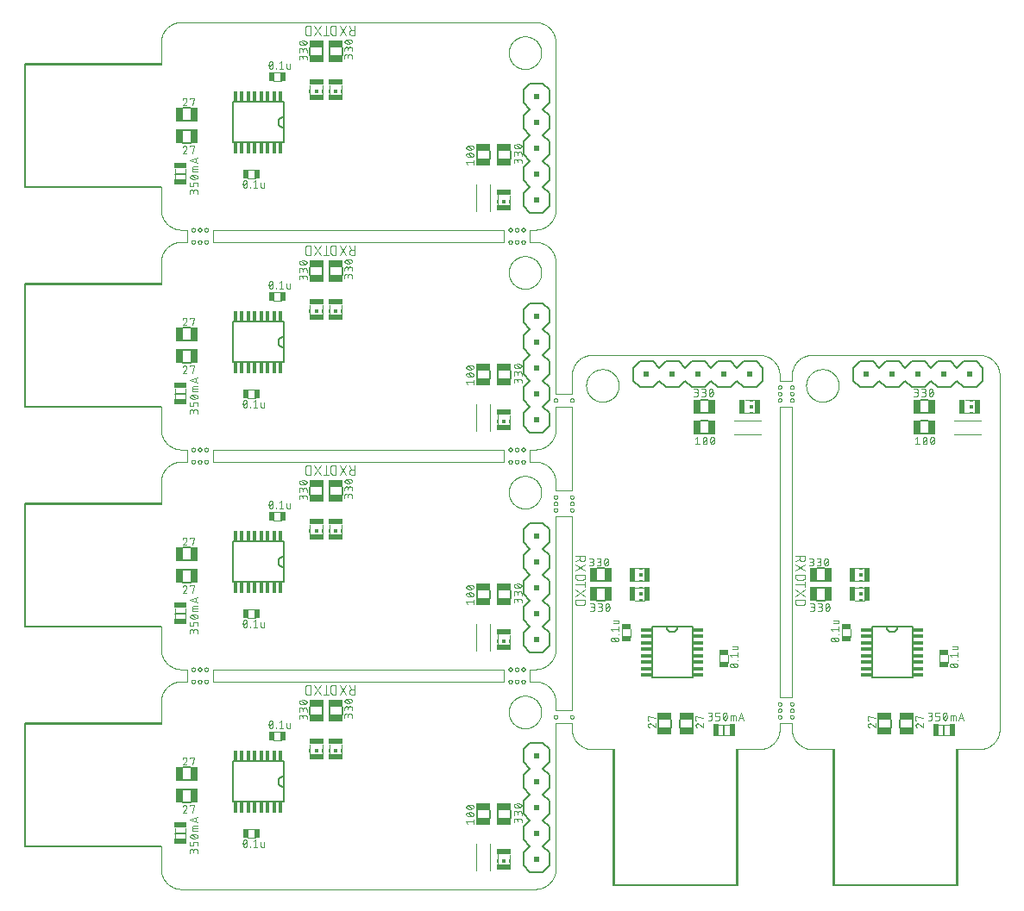
<source format=gto>
G04 EAGLE Gerber X2 export*
%TF.Part,Single*%
%TF.FileFunction,Other,Silk top*%
%TF.FilePolarity,Positive*%
%TF.GenerationSoftware,Autodesk,EAGLE,9.4.0*%
%TF.CreationDate,2019-06-23T03:17:36Z*%
G75*
%MOMM*%
%FSLAX34Y34*%
%LPD*%
%INSilk top*%
%AMOC8*
5,1,8,0,0,1.08239X$1,22.5*%
G01*
%ADD10C,0.050000*%
%ADD11C,0.076200*%
%ADD12C,0.000000*%
%ADD13C,0.025400*%
%ADD14C,0.127000*%
%ADD15R,0.304800X1.104900*%
%ADD16C,0.203200*%
%ADD17C,0.101600*%
%ADD18R,0.150000X0.300000*%
%ADD19R,0.300000X0.300000*%
%ADD20R,1.350000X0.600000*%
%ADD21C,0.152400*%
%ADD22R,1.400000X0.650000*%
%ADD23R,0.650000X1.400000*%
%ADD24R,0.500100X0.950000*%
%ADD25R,1.300000X0.593600*%
%ADD26R,1.300000X0.583200*%
%ADD27R,0.508000X0.508000*%
%ADD28R,1.104900X0.304800*%
%ADD29R,0.300000X0.150000*%
%ADD30R,0.600000X1.350000*%
%ADD31R,0.950000X0.500100*%
%ADD32R,0.593600X1.300000*%
%ADD33R,0.583200X1.300000*%


D10*
X153350Y212600D02*
X152866Y212594D01*
X152384Y212577D01*
X151901Y212548D01*
X151420Y212507D01*
X150939Y212455D01*
X150460Y212391D01*
X149983Y212315D01*
X149508Y212228D01*
X149035Y212130D01*
X148564Y212020D01*
X148096Y211899D01*
X147632Y211766D01*
X147170Y211623D01*
X146713Y211468D01*
X146259Y211302D01*
X145809Y211126D01*
X145364Y210938D01*
X144923Y210740D01*
X144487Y210531D01*
X144056Y210312D01*
X143631Y210082D01*
X143212Y209842D01*
X142798Y209592D01*
X142391Y209333D01*
X141990Y209063D01*
X141595Y208784D01*
X141208Y208495D01*
X140827Y208197D01*
X140454Y207890D01*
X140089Y207574D01*
X139731Y207250D01*
X139381Y206916D01*
X139039Y206575D01*
X138706Y206225D01*
X138381Y205867D01*
X138065Y205502D01*
X137758Y205129D01*
X137459Y204748D01*
X137171Y204361D01*
X136891Y203967D01*
X136621Y203566D01*
X136361Y203159D01*
X136111Y202745D01*
X135871Y202326D01*
X135642Y201901D01*
X135422Y201470D01*
X135213Y201035D01*
X135015Y200594D01*
X134827Y200149D01*
X134650Y199699D01*
X134484Y199245D01*
X134329Y198787D01*
X134185Y198326D01*
X134053Y197862D01*
X133931Y197394D01*
X133821Y196923D01*
X133722Y196450D01*
X133635Y195975D01*
X133559Y195498D01*
X133495Y195019D01*
X133443Y194538D01*
X133402Y194057D01*
X133373Y193575D01*
X133355Y193092D01*
X133349Y192609D01*
X500700Y212600D02*
X501191Y212594D01*
X501682Y212576D01*
X502172Y212547D01*
X502661Y212505D01*
X503149Y212451D01*
X503636Y212385D01*
X504121Y212307D01*
X504604Y212218D01*
X505084Y212116D01*
X505562Y212003D01*
X506037Y211878D01*
X506509Y211741D01*
X506977Y211593D01*
X507441Y211434D01*
X507902Y211263D01*
X508358Y211081D01*
X508809Y210888D01*
X509256Y210683D01*
X509697Y210468D01*
X510133Y210242D01*
X510564Y210006D01*
X510988Y209759D01*
X511406Y209501D01*
X511818Y209234D01*
X512223Y208956D01*
X512621Y208669D01*
X513012Y208372D01*
X513396Y208065D01*
X513772Y207749D01*
X514140Y207424D01*
X514500Y207090D01*
X514852Y206747D01*
X515195Y206396D01*
X515529Y206036D01*
X515855Y205669D01*
X516171Y205293D01*
X516478Y204910D01*
X516776Y204519D01*
X517064Y204121D01*
X517342Y203717D01*
X517610Y203305D01*
X517868Y202887D01*
X518115Y202463D01*
X518352Y202033D01*
X518579Y201597D01*
X518794Y201156D01*
X518999Y200710D01*
X519193Y200258D01*
X519376Y199803D01*
X519547Y199342D01*
X519707Y198878D01*
X519856Y198410D01*
X519993Y197939D01*
X520118Y197464D01*
X520232Y196986D01*
X520334Y196506D01*
X520424Y196023D01*
X520502Y195538D01*
X520569Y195052D01*
X520623Y194564D01*
X520666Y194074D01*
X520696Y193584D01*
X520715Y193093D01*
X520721Y192602D01*
X520721Y28779D02*
X520716Y28295D01*
X520699Y27812D01*
X520670Y27329D01*
X520630Y26846D01*
X520578Y26365D01*
X520514Y25886D01*
X520439Y25408D01*
X520353Y24932D01*
X520255Y24458D01*
X520145Y23986D01*
X520024Y23518D01*
X519892Y23052D01*
X519749Y22590D01*
X519594Y22132D01*
X519429Y21677D01*
X519252Y21227D01*
X519065Y20780D01*
X518867Y20339D01*
X518658Y19902D01*
X518439Y19471D01*
X518210Y19045D01*
X517970Y18625D01*
X517720Y18210D01*
X517460Y17802D01*
X517191Y17400D01*
X516912Y17005D01*
X516623Y16617D01*
X516325Y16235D01*
X516018Y15861D01*
X515702Y15495D01*
X515377Y15136D01*
X515044Y14786D01*
X514702Y14443D01*
X514352Y14109D01*
X513994Y13783D01*
X513629Y13466D01*
X513256Y13158D01*
X512875Y12859D01*
X512487Y12570D01*
X512093Y12290D01*
X511692Y12019D01*
X511284Y11758D01*
X510870Y11507D01*
X510451Y11267D01*
X510025Y11036D01*
X509594Y10816D01*
X509158Y10606D01*
X508717Y10407D01*
X508272Y10219D01*
X507822Y10041D01*
X507367Y9874D01*
X506909Y9719D01*
X506447Y9574D01*
X505982Y9441D01*
X505514Y9319D01*
X505043Y9208D01*
X504569Y9109D01*
X504094Y9021D01*
X503616Y8945D01*
X503136Y8880D01*
X502655Y8827D01*
X502173Y8785D01*
X501690Y8756D01*
X501207Y8737D01*
X500723Y8731D01*
X153374Y8731D02*
X152883Y8737D01*
X152392Y8755D01*
X151902Y8785D01*
X151413Y8827D01*
X150925Y8881D01*
X150439Y8947D01*
X149954Y9025D01*
X149472Y9115D01*
X148991Y9216D01*
X148514Y9330D01*
X148039Y9455D01*
X147568Y9591D01*
X147100Y9740D01*
X146636Y9899D01*
X146175Y10070D01*
X145720Y10252D01*
X145269Y10446D01*
X144822Y10650D01*
X144381Y10865D01*
X143945Y11091D01*
X143515Y11328D01*
X143091Y11575D01*
X142673Y11833D01*
X142262Y12100D01*
X141857Y12378D01*
X141459Y12665D01*
X141068Y12962D01*
X140685Y13269D01*
X140309Y13585D01*
X139942Y13910D01*
X139582Y14244D01*
X139231Y14587D01*
X138888Y14938D01*
X138554Y15298D01*
X138228Y15666D01*
X137912Y16041D01*
X137606Y16424D01*
X137308Y16815D01*
X137021Y17213D01*
X136743Y17617D01*
X136475Y18029D01*
X136218Y18447D01*
X135971Y18871D01*
X135734Y19301D01*
X135508Y19736D01*
X135292Y20178D01*
X135088Y20624D01*
X134894Y21075D01*
X134712Y21531D01*
X134541Y21991D01*
X134381Y22455D01*
X134233Y22923D01*
X134096Y23394D01*
X133971Y23869D01*
X133858Y24346D01*
X133756Y24827D01*
X133666Y25309D01*
X133588Y25794D01*
X133522Y26280D01*
X133468Y26768D01*
X133425Y27257D01*
X133395Y27747D01*
X133377Y28238D01*
X133371Y28728D01*
X0Y50371D02*
X0Y171021D01*
X133371Y28728D02*
X133377Y28238D01*
X133395Y27747D01*
X133425Y27257D01*
X133468Y26768D01*
X133522Y26280D01*
X133588Y25794D01*
X133666Y25309D01*
X133756Y24827D01*
X133858Y24346D01*
X133971Y23869D01*
X134096Y23394D01*
X134233Y22923D01*
X134381Y22455D01*
X134541Y21991D01*
X134712Y21531D01*
X134894Y21075D01*
X135088Y20624D01*
X135292Y20178D01*
X135508Y19736D01*
X135734Y19301D01*
X135971Y18871D01*
X136218Y18447D01*
X136475Y18029D01*
X136743Y17617D01*
X137021Y17213D01*
X137308Y16815D01*
X137606Y16424D01*
X137912Y16041D01*
X138228Y15666D01*
X138554Y15298D01*
X138888Y14938D01*
X139231Y14587D01*
X139582Y14244D01*
X139942Y13910D01*
X140309Y13585D01*
X140685Y13269D01*
X141068Y12962D01*
X141459Y12665D01*
X141857Y12378D01*
X142262Y12100D01*
X142673Y11833D01*
X143091Y11575D01*
X143515Y11328D01*
X143945Y11091D01*
X144381Y10865D01*
X144822Y10650D01*
X145269Y10446D01*
X145720Y10252D01*
X146175Y10070D01*
X146636Y9899D01*
X147100Y9740D01*
X147568Y9591D01*
X148039Y9455D01*
X148514Y9330D01*
X148991Y9216D01*
X149472Y9115D01*
X149954Y9025D01*
X150439Y8947D01*
X150925Y8881D01*
X151413Y8827D01*
X151902Y8785D01*
X152392Y8755D01*
X152883Y8737D01*
X153374Y8731D01*
X500723Y8731D02*
X501207Y8737D01*
X501690Y8756D01*
X502173Y8785D01*
X502655Y8827D01*
X503136Y8880D01*
X503616Y8945D01*
X504094Y9021D01*
X504569Y9109D01*
X505043Y9208D01*
X505514Y9319D01*
X505982Y9441D01*
X506447Y9574D01*
X506909Y9719D01*
X507367Y9874D01*
X507822Y10041D01*
X508272Y10219D01*
X508717Y10407D01*
X509158Y10606D01*
X509594Y10816D01*
X510025Y11036D01*
X510451Y11267D01*
X510870Y11507D01*
X511284Y11758D01*
X511692Y12019D01*
X512093Y12290D01*
X512487Y12570D01*
X512875Y12859D01*
X513256Y13158D01*
X513629Y13466D01*
X513994Y13783D01*
X514352Y14109D01*
X514702Y14443D01*
X515044Y14786D01*
X515377Y15136D01*
X515702Y15495D01*
X516018Y15861D01*
X516325Y16235D01*
X516623Y16617D01*
X516912Y17005D01*
X517191Y17400D01*
X517460Y17802D01*
X517720Y18210D01*
X517970Y18625D01*
X518210Y19045D01*
X518439Y19471D01*
X518658Y19902D01*
X518867Y20339D01*
X519065Y20780D01*
X519252Y21227D01*
X519429Y21677D01*
X519594Y22132D01*
X519749Y22590D01*
X519892Y23052D01*
X520024Y23518D01*
X520145Y23986D01*
X520255Y24458D01*
X520353Y24932D01*
X520439Y25408D01*
X520514Y25886D01*
X520578Y26365D01*
X520630Y26846D01*
X520670Y27329D01*
X520699Y27812D01*
X520716Y28295D01*
X520721Y28779D01*
X520721Y192602D02*
X520715Y193093D01*
X520696Y193584D01*
X520666Y194074D01*
X520623Y194564D01*
X520569Y195052D01*
X520502Y195538D01*
X520424Y196023D01*
X520334Y196506D01*
X520232Y196986D01*
X520118Y197464D01*
X519993Y197939D01*
X519856Y198410D01*
X519707Y198878D01*
X519547Y199342D01*
X519376Y199803D01*
X519193Y200258D01*
X518999Y200710D01*
X518794Y201156D01*
X518579Y201597D01*
X518352Y202033D01*
X518115Y202463D01*
X517868Y202887D01*
X517610Y203305D01*
X517342Y203717D01*
X517064Y204121D01*
X516776Y204519D01*
X516478Y204910D01*
X516171Y205293D01*
X515855Y205669D01*
X515529Y206036D01*
X515195Y206396D01*
X514852Y206747D01*
X514500Y207090D01*
X514140Y207424D01*
X513772Y207749D01*
X513396Y208065D01*
X513012Y208372D01*
X512621Y208669D01*
X512223Y208956D01*
X511818Y209234D01*
X511406Y209501D01*
X510988Y209759D01*
X510564Y210006D01*
X510133Y210242D01*
X509697Y210468D01*
X509256Y210683D01*
X508809Y210888D01*
X508358Y211081D01*
X507902Y211263D01*
X507441Y211434D01*
X506977Y211593D01*
X506509Y211741D01*
X506037Y211878D01*
X505562Y212003D01*
X505084Y212116D01*
X504604Y212218D01*
X504121Y212307D01*
X503636Y212385D01*
X503149Y212451D01*
X502661Y212505D01*
X502172Y212547D01*
X501682Y212576D01*
X501191Y212594D01*
X500700Y212600D01*
X495300Y212600D01*
X469900Y212600D02*
X184150Y212600D01*
X158750Y212600D02*
X153350Y212600D01*
X133368Y50371D02*
X0Y50371D01*
X133368Y50371D02*
X133371Y28729D01*
X133371Y28728D02*
X133377Y28238D01*
X133395Y27747D01*
X133425Y27257D01*
X133468Y26768D01*
X133522Y26280D01*
X133588Y25794D01*
X133666Y25309D01*
X133756Y24827D01*
X133858Y24346D01*
X133971Y23869D01*
X134096Y23394D01*
X134233Y22923D01*
X134381Y22455D01*
X134541Y21991D01*
X134712Y21531D01*
X134894Y21075D01*
X135088Y20624D01*
X135292Y20178D01*
X135508Y19736D01*
X135734Y19301D01*
X135971Y18871D01*
X136218Y18447D01*
X136475Y18029D01*
X136743Y17617D01*
X137021Y17213D01*
X137308Y16815D01*
X137606Y16424D01*
X137912Y16041D01*
X138228Y15666D01*
X138554Y15298D01*
X138888Y14938D01*
X139231Y14587D01*
X139582Y14244D01*
X139942Y13910D01*
X140309Y13585D01*
X140685Y13269D01*
X141068Y12962D01*
X141459Y12665D01*
X141857Y12378D01*
X142262Y12100D01*
X142673Y11833D01*
X143091Y11575D01*
X143515Y11328D01*
X143945Y11091D01*
X144381Y10865D01*
X144822Y10650D01*
X145269Y10446D01*
X145720Y10252D01*
X146175Y10070D01*
X146636Y9899D01*
X147100Y9740D01*
X147568Y9591D01*
X148039Y9455D01*
X148514Y9330D01*
X148991Y9216D01*
X149472Y9115D01*
X149954Y9025D01*
X150439Y8947D01*
X150925Y8881D01*
X151413Y8827D01*
X151902Y8785D01*
X152392Y8755D01*
X152883Y8737D01*
X153374Y8731D01*
X153373Y8731D02*
X500723Y8731D01*
X501207Y8737D01*
X501690Y8756D01*
X502173Y8785D01*
X502655Y8827D01*
X503136Y8880D01*
X503616Y8945D01*
X504094Y9021D01*
X504569Y9109D01*
X505043Y9208D01*
X505514Y9319D01*
X505982Y9441D01*
X506447Y9574D01*
X506909Y9719D01*
X507367Y9874D01*
X507822Y10041D01*
X508272Y10219D01*
X508717Y10407D01*
X509158Y10606D01*
X509594Y10816D01*
X510025Y11036D01*
X510451Y11267D01*
X510870Y11507D01*
X511284Y11758D01*
X511692Y12019D01*
X512093Y12290D01*
X512487Y12570D01*
X512875Y12859D01*
X513256Y13158D01*
X513629Y13466D01*
X513994Y13783D01*
X514352Y14109D01*
X514702Y14443D01*
X515044Y14786D01*
X515377Y15136D01*
X515702Y15495D01*
X516018Y15861D01*
X516325Y16235D01*
X516623Y16617D01*
X516912Y17005D01*
X517191Y17400D01*
X517460Y17802D01*
X517720Y18210D01*
X517970Y18625D01*
X518210Y19045D01*
X518439Y19471D01*
X518658Y19902D01*
X518867Y20339D01*
X519065Y20780D01*
X519252Y21227D01*
X519429Y21677D01*
X519594Y22132D01*
X519749Y22590D01*
X519892Y23052D01*
X520024Y23518D01*
X520145Y23986D01*
X520255Y24458D01*
X520353Y24932D01*
X520439Y25408D01*
X520514Y25886D01*
X520578Y26365D01*
X520630Y26846D01*
X520670Y27329D01*
X520699Y27812D01*
X520716Y28295D01*
X520721Y28779D01*
X520721Y171450D01*
X520721Y184150D02*
X520721Y192603D01*
X520721Y192602D02*
X520715Y193093D01*
X520696Y193584D01*
X520666Y194074D01*
X520623Y194564D01*
X520569Y195052D01*
X520502Y195538D01*
X520424Y196023D01*
X520334Y196506D01*
X520232Y196986D01*
X520118Y197464D01*
X519993Y197939D01*
X519856Y198410D01*
X519707Y198878D01*
X519547Y199342D01*
X519376Y199803D01*
X519193Y200258D01*
X518999Y200710D01*
X518794Y201156D01*
X518579Y201597D01*
X518352Y202033D01*
X518115Y202463D01*
X517868Y202887D01*
X517610Y203305D01*
X517342Y203717D01*
X517064Y204121D01*
X516776Y204519D01*
X516478Y204910D01*
X516171Y205293D01*
X515855Y205669D01*
X515529Y206036D01*
X515195Y206396D01*
X514852Y206747D01*
X514500Y207090D01*
X514140Y207424D01*
X513772Y207749D01*
X513396Y208065D01*
X513012Y208372D01*
X512621Y208669D01*
X512223Y208956D01*
X511818Y209234D01*
X511406Y209501D01*
X510988Y209759D01*
X510564Y210006D01*
X510133Y210242D01*
X509697Y210468D01*
X509256Y210683D01*
X508809Y210888D01*
X508358Y211081D01*
X507902Y211263D01*
X507441Y211434D01*
X506977Y211593D01*
X506509Y211741D01*
X506037Y211878D01*
X505562Y212003D01*
X505084Y212116D01*
X504604Y212218D01*
X504121Y212307D01*
X503636Y212385D01*
X503149Y212451D01*
X502661Y212505D01*
X502172Y212547D01*
X501682Y212576D01*
X501191Y212594D01*
X500700Y212600D01*
X153350Y212600D02*
X152866Y212594D01*
X152384Y212577D01*
X151901Y212548D01*
X151420Y212507D01*
X150939Y212455D01*
X150460Y212391D01*
X149983Y212315D01*
X149508Y212228D01*
X149035Y212130D01*
X148564Y212020D01*
X148096Y211899D01*
X147632Y211766D01*
X147170Y211623D01*
X146713Y211468D01*
X146259Y211302D01*
X145809Y211126D01*
X145364Y210938D01*
X144923Y210740D01*
X144487Y210531D01*
X144056Y210312D01*
X143631Y210082D01*
X143212Y209842D01*
X142798Y209592D01*
X142391Y209333D01*
X141990Y209063D01*
X141595Y208784D01*
X141208Y208495D01*
X140827Y208197D01*
X140454Y207890D01*
X140089Y207574D01*
X139731Y207250D01*
X139381Y206916D01*
X139039Y206575D01*
X138706Y206225D01*
X138381Y205867D01*
X138065Y205502D01*
X137758Y205129D01*
X137459Y204748D01*
X137171Y204361D01*
X136891Y203967D01*
X136621Y203566D01*
X136361Y203159D01*
X136111Y202745D01*
X135871Y202326D01*
X135642Y201901D01*
X135422Y201470D01*
X135213Y201035D01*
X135015Y200594D01*
X134827Y200149D01*
X134650Y199699D01*
X134484Y199245D01*
X134329Y198787D01*
X134185Y198326D01*
X134053Y197862D01*
X133931Y197394D01*
X133821Y196923D01*
X133722Y196450D01*
X133635Y195975D01*
X133559Y195498D01*
X133495Y195019D01*
X133443Y194538D01*
X133402Y194057D01*
X133373Y193575D01*
X133355Y193092D01*
X133349Y192609D01*
X133350Y192609D02*
X133349Y171021D01*
X0Y171021D01*
X474701Y182600D02*
X474706Y182993D01*
X474720Y183385D01*
X474744Y183777D01*
X474778Y184168D01*
X474821Y184559D01*
X474874Y184948D01*
X474937Y185335D01*
X475008Y185721D01*
X475090Y186106D01*
X475180Y186488D01*
X475281Y186867D01*
X475390Y187245D01*
X475509Y187619D01*
X475636Y187990D01*
X475773Y188358D01*
X475919Y188723D01*
X476074Y189084D01*
X476237Y189441D01*
X476409Y189794D01*
X476590Y190142D01*
X476780Y190486D01*
X476977Y190826D01*
X477183Y191160D01*
X477397Y191489D01*
X477620Y191813D01*
X477850Y192131D01*
X478087Y192444D01*
X478333Y192750D01*
X478586Y193051D01*
X478846Y193345D01*
X479113Y193633D01*
X479387Y193914D01*
X479668Y194188D01*
X479956Y194455D01*
X480250Y194715D01*
X480551Y194968D01*
X480857Y195214D01*
X481170Y195451D01*
X481488Y195681D01*
X481812Y195904D01*
X482141Y196118D01*
X482475Y196324D01*
X482815Y196521D01*
X483159Y196711D01*
X483507Y196892D01*
X483860Y197064D01*
X484217Y197227D01*
X484578Y197382D01*
X484943Y197528D01*
X485311Y197665D01*
X485682Y197792D01*
X486056Y197911D01*
X486434Y198020D01*
X486813Y198121D01*
X487195Y198211D01*
X487580Y198293D01*
X487966Y198364D01*
X488353Y198427D01*
X488742Y198480D01*
X489133Y198523D01*
X489524Y198557D01*
X489916Y198581D01*
X490308Y198595D01*
X490701Y198600D01*
X491094Y198595D01*
X491486Y198581D01*
X491878Y198557D01*
X492269Y198523D01*
X492660Y198480D01*
X493049Y198427D01*
X493436Y198364D01*
X493822Y198293D01*
X494207Y198211D01*
X494589Y198121D01*
X494968Y198020D01*
X495346Y197911D01*
X495720Y197792D01*
X496091Y197665D01*
X496459Y197528D01*
X496824Y197382D01*
X497185Y197227D01*
X497542Y197064D01*
X497895Y196892D01*
X498243Y196711D01*
X498587Y196521D01*
X498927Y196324D01*
X499261Y196118D01*
X499590Y195904D01*
X499914Y195681D01*
X500232Y195451D01*
X500545Y195214D01*
X500851Y194968D01*
X501152Y194715D01*
X501446Y194455D01*
X501734Y194188D01*
X502015Y193914D01*
X502289Y193633D01*
X502556Y193345D01*
X502816Y193051D01*
X503069Y192750D01*
X503315Y192444D01*
X503552Y192131D01*
X503782Y191813D01*
X504005Y191489D01*
X504219Y191160D01*
X504425Y190826D01*
X504622Y190486D01*
X504812Y190142D01*
X504993Y189794D01*
X505165Y189441D01*
X505328Y189084D01*
X505483Y188723D01*
X505629Y188358D01*
X505766Y187990D01*
X505893Y187619D01*
X506012Y187245D01*
X506121Y186867D01*
X506222Y186488D01*
X506312Y186106D01*
X506394Y185721D01*
X506465Y185335D01*
X506528Y184948D01*
X506581Y184559D01*
X506624Y184168D01*
X506658Y183777D01*
X506682Y183385D01*
X506696Y182993D01*
X506701Y182600D01*
X506696Y182207D01*
X506682Y181815D01*
X506658Y181423D01*
X506624Y181032D01*
X506581Y180641D01*
X506528Y180252D01*
X506465Y179865D01*
X506394Y179479D01*
X506312Y179094D01*
X506222Y178712D01*
X506121Y178333D01*
X506012Y177955D01*
X505893Y177581D01*
X505766Y177210D01*
X505629Y176842D01*
X505483Y176477D01*
X505328Y176116D01*
X505165Y175759D01*
X504993Y175406D01*
X504812Y175058D01*
X504622Y174714D01*
X504425Y174374D01*
X504219Y174040D01*
X504005Y173711D01*
X503782Y173387D01*
X503552Y173069D01*
X503315Y172756D01*
X503069Y172450D01*
X502816Y172149D01*
X502556Y171855D01*
X502289Y171567D01*
X502015Y171286D01*
X501734Y171012D01*
X501446Y170745D01*
X501152Y170485D01*
X500851Y170232D01*
X500545Y169986D01*
X500232Y169749D01*
X499914Y169519D01*
X499590Y169296D01*
X499261Y169082D01*
X498927Y168876D01*
X498587Y168679D01*
X498243Y168489D01*
X497895Y168308D01*
X497542Y168136D01*
X497185Y167973D01*
X496824Y167818D01*
X496459Y167672D01*
X496091Y167535D01*
X495720Y167408D01*
X495346Y167289D01*
X494968Y167180D01*
X494589Y167079D01*
X494207Y166989D01*
X493822Y166907D01*
X493436Y166836D01*
X493049Y166773D01*
X492660Y166720D01*
X492269Y166677D01*
X491878Y166643D01*
X491486Y166619D01*
X491094Y166605D01*
X490701Y166600D01*
X490308Y166605D01*
X489916Y166619D01*
X489524Y166643D01*
X489133Y166677D01*
X488742Y166720D01*
X488353Y166773D01*
X487966Y166836D01*
X487580Y166907D01*
X487195Y166989D01*
X486813Y167079D01*
X486434Y167180D01*
X486056Y167289D01*
X485682Y167408D01*
X485311Y167535D01*
X484943Y167672D01*
X484578Y167818D01*
X484217Y167973D01*
X483860Y168136D01*
X483507Y168308D01*
X483159Y168489D01*
X482815Y168679D01*
X482475Y168876D01*
X482141Y169082D01*
X481812Y169296D01*
X481488Y169519D01*
X481170Y169749D01*
X480857Y169986D01*
X480551Y170232D01*
X480250Y170485D01*
X479956Y170745D01*
X479668Y171012D01*
X479387Y171286D01*
X479113Y171567D01*
X478846Y171855D01*
X478586Y172149D01*
X478333Y172450D01*
X478087Y172756D01*
X477850Y173069D01*
X477620Y173387D01*
X477397Y173711D01*
X477183Y174040D01*
X476977Y174374D01*
X476780Y174714D01*
X476590Y175058D01*
X476409Y175406D01*
X476237Y175759D01*
X476074Y176116D01*
X475919Y176477D01*
X475773Y176842D01*
X475636Y177210D01*
X475509Y177581D01*
X475390Y177955D01*
X475281Y178333D01*
X475180Y178712D01*
X475090Y179094D01*
X475008Y179479D01*
X474937Y179865D01*
X474874Y180252D01*
X474821Y180641D01*
X474778Y181032D01*
X474744Y181423D01*
X474720Y181815D01*
X474706Y182207D01*
X474701Y182600D01*
D11*
X295458Y199771D02*
X295458Y209169D01*
X298069Y199771D02*
X292848Y199771D01*
X283791Y199771D02*
X290057Y209169D01*
X283791Y209169D02*
X290057Y199771D01*
X280086Y199771D02*
X280086Y209169D01*
X280086Y199771D02*
X277475Y199771D01*
X277375Y199773D01*
X277275Y199779D01*
X277176Y199788D01*
X277076Y199802D01*
X276978Y199819D01*
X276880Y199840D01*
X276783Y199864D01*
X276687Y199893D01*
X276592Y199925D01*
X276499Y199960D01*
X276407Y199999D01*
X276316Y200042D01*
X276228Y200088D01*
X276141Y200138D01*
X276056Y200190D01*
X275973Y200246D01*
X275892Y200305D01*
X275814Y200368D01*
X275738Y200433D01*
X275664Y200501D01*
X275594Y200571D01*
X275526Y200645D01*
X275461Y200721D01*
X275398Y200799D01*
X275339Y200880D01*
X275283Y200963D01*
X275231Y201048D01*
X275181Y201135D01*
X275135Y201223D01*
X275092Y201314D01*
X275053Y201406D01*
X275018Y201499D01*
X274986Y201594D01*
X274957Y201690D01*
X274933Y201787D01*
X274912Y201885D01*
X274895Y201983D01*
X274881Y202083D01*
X274872Y202182D01*
X274866Y202282D01*
X274864Y202382D01*
X274865Y202382D02*
X274865Y206558D01*
X274864Y206558D02*
X274866Y206658D01*
X274872Y206758D01*
X274881Y206857D01*
X274895Y206957D01*
X274912Y207055D01*
X274933Y207153D01*
X274957Y207250D01*
X274986Y207346D01*
X275018Y207441D01*
X275053Y207534D01*
X275092Y207626D01*
X275135Y207717D01*
X275181Y207805D01*
X275231Y207892D01*
X275283Y207977D01*
X275339Y208060D01*
X275398Y208141D01*
X275461Y208219D01*
X275526Y208295D01*
X275594Y208369D01*
X275664Y208439D01*
X275738Y208507D01*
X275814Y208572D01*
X275892Y208635D01*
X275973Y208694D01*
X276056Y208750D01*
X276141Y208802D01*
X276228Y208852D01*
X276316Y208898D01*
X276407Y208941D01*
X276499Y208980D01*
X276592Y209015D01*
X276687Y209047D01*
X276783Y209076D01*
X276880Y209100D01*
X276978Y209121D01*
X277076Y209138D01*
X277176Y209152D01*
X277275Y209161D01*
X277375Y209167D01*
X277475Y209169D01*
X280086Y209169D01*
X323469Y209169D02*
X323469Y199771D01*
X320858Y199771D01*
X320757Y199773D01*
X320656Y199779D01*
X320555Y199789D01*
X320455Y199802D01*
X320355Y199820D01*
X320256Y199841D01*
X320158Y199867D01*
X320061Y199896D01*
X319965Y199928D01*
X319871Y199965D01*
X319778Y200005D01*
X319686Y200049D01*
X319597Y200096D01*
X319509Y200147D01*
X319423Y200201D01*
X319340Y200258D01*
X319258Y200318D01*
X319180Y200382D01*
X319103Y200448D01*
X319030Y200518D01*
X318959Y200590D01*
X318891Y200665D01*
X318826Y200743D01*
X318764Y200823D01*
X318705Y200905D01*
X318649Y200990D01*
X318597Y201077D01*
X318548Y201165D01*
X318502Y201256D01*
X318461Y201348D01*
X318422Y201442D01*
X318388Y201537D01*
X318357Y201633D01*
X318330Y201731D01*
X318306Y201829D01*
X318287Y201929D01*
X318271Y202029D01*
X318259Y202129D01*
X318251Y202230D01*
X318247Y202331D01*
X318247Y202433D01*
X318251Y202534D01*
X318259Y202635D01*
X318271Y202735D01*
X318287Y202835D01*
X318306Y202935D01*
X318330Y203033D01*
X318357Y203131D01*
X318388Y203227D01*
X318422Y203322D01*
X318461Y203416D01*
X318502Y203508D01*
X318548Y203599D01*
X318597Y203688D01*
X318649Y203774D01*
X318705Y203859D01*
X318764Y203941D01*
X318826Y204021D01*
X318891Y204099D01*
X318959Y204174D01*
X319030Y204246D01*
X319103Y204316D01*
X319180Y204382D01*
X319258Y204446D01*
X319340Y204506D01*
X319423Y204563D01*
X319509Y204617D01*
X319597Y204668D01*
X319686Y204715D01*
X319778Y204759D01*
X319871Y204799D01*
X319965Y204836D01*
X320061Y204868D01*
X320158Y204897D01*
X320256Y204923D01*
X320355Y204944D01*
X320455Y204962D01*
X320555Y204975D01*
X320656Y204985D01*
X320757Y204991D01*
X320858Y204993D01*
X320858Y204992D02*
X323469Y204992D01*
X320336Y204992D02*
X318248Y209169D01*
X314904Y209169D02*
X308639Y199771D01*
X314904Y199771D02*
X308639Y209169D01*
X304933Y209169D02*
X304933Y199771D01*
X302323Y199771D01*
X302223Y199773D01*
X302123Y199779D01*
X302024Y199788D01*
X301924Y199802D01*
X301826Y199819D01*
X301728Y199840D01*
X301631Y199864D01*
X301535Y199893D01*
X301440Y199925D01*
X301347Y199960D01*
X301255Y199999D01*
X301164Y200042D01*
X301076Y200088D01*
X300989Y200138D01*
X300904Y200190D01*
X300821Y200246D01*
X300740Y200305D01*
X300662Y200368D01*
X300586Y200433D01*
X300512Y200501D01*
X300442Y200571D01*
X300374Y200645D01*
X300309Y200721D01*
X300246Y200799D01*
X300187Y200880D01*
X300131Y200963D01*
X300079Y201048D01*
X300029Y201135D01*
X299983Y201223D01*
X299940Y201314D01*
X299901Y201406D01*
X299866Y201499D01*
X299834Y201594D01*
X299805Y201690D01*
X299781Y201787D01*
X299760Y201885D01*
X299743Y201983D01*
X299729Y202083D01*
X299720Y202182D01*
X299714Y202282D01*
X299712Y202382D01*
X299712Y206558D01*
X299714Y206658D01*
X299720Y206758D01*
X299729Y206857D01*
X299743Y206957D01*
X299760Y207055D01*
X299781Y207153D01*
X299805Y207250D01*
X299834Y207346D01*
X299866Y207441D01*
X299901Y207534D01*
X299940Y207626D01*
X299983Y207717D01*
X300029Y207805D01*
X300079Y207892D01*
X300131Y207977D01*
X300187Y208060D01*
X300246Y208141D01*
X300309Y208219D01*
X300374Y208295D01*
X300442Y208369D01*
X300512Y208439D01*
X300586Y208507D01*
X300662Y208572D01*
X300740Y208635D01*
X300821Y208694D01*
X300904Y208750D01*
X300989Y208802D01*
X301076Y208852D01*
X301164Y208898D01*
X301255Y208941D01*
X301347Y208980D01*
X301440Y209015D01*
X301535Y209047D01*
X301631Y209076D01*
X301728Y209100D01*
X301826Y209121D01*
X301924Y209138D01*
X302024Y209152D01*
X302123Y209161D01*
X302223Y209167D01*
X302323Y209169D01*
X304933Y209169D01*
D12*
X163350Y212600D02*
X163352Y212683D01*
X163358Y212766D01*
X163368Y212849D01*
X163382Y212931D01*
X163399Y213013D01*
X163421Y213093D01*
X163446Y213172D01*
X163475Y213250D01*
X163508Y213327D01*
X163545Y213402D01*
X163584Y213475D01*
X163628Y213546D01*
X163674Y213615D01*
X163724Y213682D01*
X163777Y213746D01*
X163833Y213808D01*
X163892Y213867D01*
X163954Y213923D01*
X164018Y213976D01*
X164085Y214026D01*
X164154Y214072D01*
X164225Y214116D01*
X164298Y214155D01*
X164373Y214192D01*
X164450Y214225D01*
X164528Y214254D01*
X164607Y214279D01*
X164687Y214301D01*
X164769Y214318D01*
X164851Y214332D01*
X164934Y214342D01*
X165017Y214348D01*
X165100Y214350D01*
X165183Y214348D01*
X165266Y214342D01*
X165349Y214332D01*
X165431Y214318D01*
X165513Y214301D01*
X165593Y214279D01*
X165672Y214254D01*
X165750Y214225D01*
X165827Y214192D01*
X165902Y214155D01*
X165975Y214116D01*
X166046Y214072D01*
X166115Y214026D01*
X166182Y213976D01*
X166246Y213923D01*
X166308Y213867D01*
X166367Y213808D01*
X166423Y213746D01*
X166476Y213682D01*
X166526Y213615D01*
X166572Y213546D01*
X166616Y213475D01*
X166655Y213402D01*
X166692Y213327D01*
X166725Y213250D01*
X166754Y213172D01*
X166779Y213093D01*
X166801Y213013D01*
X166818Y212931D01*
X166832Y212849D01*
X166842Y212766D01*
X166848Y212683D01*
X166850Y212600D01*
X166848Y212517D01*
X166842Y212434D01*
X166832Y212351D01*
X166818Y212269D01*
X166801Y212187D01*
X166779Y212107D01*
X166754Y212028D01*
X166725Y211950D01*
X166692Y211873D01*
X166655Y211798D01*
X166616Y211725D01*
X166572Y211654D01*
X166526Y211585D01*
X166476Y211518D01*
X166423Y211454D01*
X166367Y211392D01*
X166308Y211333D01*
X166246Y211277D01*
X166182Y211224D01*
X166115Y211174D01*
X166046Y211128D01*
X165975Y211084D01*
X165902Y211045D01*
X165827Y211008D01*
X165750Y210975D01*
X165672Y210946D01*
X165593Y210921D01*
X165513Y210899D01*
X165431Y210882D01*
X165349Y210868D01*
X165266Y210858D01*
X165183Y210852D01*
X165100Y210850D01*
X165017Y210852D01*
X164934Y210858D01*
X164851Y210868D01*
X164769Y210882D01*
X164687Y210899D01*
X164607Y210921D01*
X164528Y210946D01*
X164450Y210975D01*
X164373Y211008D01*
X164298Y211045D01*
X164225Y211084D01*
X164154Y211128D01*
X164085Y211174D01*
X164018Y211224D01*
X163954Y211277D01*
X163892Y211333D01*
X163833Y211392D01*
X163777Y211454D01*
X163724Y211518D01*
X163674Y211585D01*
X163628Y211654D01*
X163584Y211725D01*
X163545Y211798D01*
X163508Y211873D01*
X163475Y211950D01*
X163446Y212028D01*
X163421Y212107D01*
X163399Y212187D01*
X163382Y212269D01*
X163368Y212351D01*
X163358Y212434D01*
X163352Y212517D01*
X163350Y212600D01*
X169700Y212600D02*
X169702Y212683D01*
X169708Y212766D01*
X169718Y212849D01*
X169732Y212931D01*
X169749Y213013D01*
X169771Y213093D01*
X169796Y213172D01*
X169825Y213250D01*
X169858Y213327D01*
X169895Y213402D01*
X169934Y213475D01*
X169978Y213546D01*
X170024Y213615D01*
X170074Y213682D01*
X170127Y213746D01*
X170183Y213808D01*
X170242Y213867D01*
X170304Y213923D01*
X170368Y213976D01*
X170435Y214026D01*
X170504Y214072D01*
X170575Y214116D01*
X170648Y214155D01*
X170723Y214192D01*
X170800Y214225D01*
X170878Y214254D01*
X170957Y214279D01*
X171037Y214301D01*
X171119Y214318D01*
X171201Y214332D01*
X171284Y214342D01*
X171367Y214348D01*
X171450Y214350D01*
X171533Y214348D01*
X171616Y214342D01*
X171699Y214332D01*
X171781Y214318D01*
X171863Y214301D01*
X171943Y214279D01*
X172022Y214254D01*
X172100Y214225D01*
X172177Y214192D01*
X172252Y214155D01*
X172325Y214116D01*
X172396Y214072D01*
X172465Y214026D01*
X172532Y213976D01*
X172596Y213923D01*
X172658Y213867D01*
X172717Y213808D01*
X172773Y213746D01*
X172826Y213682D01*
X172876Y213615D01*
X172922Y213546D01*
X172966Y213475D01*
X173005Y213402D01*
X173042Y213327D01*
X173075Y213250D01*
X173104Y213172D01*
X173129Y213093D01*
X173151Y213013D01*
X173168Y212931D01*
X173182Y212849D01*
X173192Y212766D01*
X173198Y212683D01*
X173200Y212600D01*
X173198Y212517D01*
X173192Y212434D01*
X173182Y212351D01*
X173168Y212269D01*
X173151Y212187D01*
X173129Y212107D01*
X173104Y212028D01*
X173075Y211950D01*
X173042Y211873D01*
X173005Y211798D01*
X172966Y211725D01*
X172922Y211654D01*
X172876Y211585D01*
X172826Y211518D01*
X172773Y211454D01*
X172717Y211392D01*
X172658Y211333D01*
X172596Y211277D01*
X172532Y211224D01*
X172465Y211174D01*
X172396Y211128D01*
X172325Y211084D01*
X172252Y211045D01*
X172177Y211008D01*
X172100Y210975D01*
X172022Y210946D01*
X171943Y210921D01*
X171863Y210899D01*
X171781Y210882D01*
X171699Y210868D01*
X171616Y210858D01*
X171533Y210852D01*
X171450Y210850D01*
X171367Y210852D01*
X171284Y210858D01*
X171201Y210868D01*
X171119Y210882D01*
X171037Y210899D01*
X170957Y210921D01*
X170878Y210946D01*
X170800Y210975D01*
X170723Y211008D01*
X170648Y211045D01*
X170575Y211084D01*
X170504Y211128D01*
X170435Y211174D01*
X170368Y211224D01*
X170304Y211277D01*
X170242Y211333D01*
X170183Y211392D01*
X170127Y211454D01*
X170074Y211518D01*
X170024Y211585D01*
X169978Y211654D01*
X169934Y211725D01*
X169895Y211798D01*
X169858Y211873D01*
X169825Y211950D01*
X169796Y212028D01*
X169771Y212107D01*
X169749Y212187D01*
X169732Y212269D01*
X169718Y212351D01*
X169708Y212434D01*
X169702Y212517D01*
X169700Y212600D01*
X176050Y212600D02*
X176052Y212683D01*
X176058Y212766D01*
X176068Y212849D01*
X176082Y212931D01*
X176099Y213013D01*
X176121Y213093D01*
X176146Y213172D01*
X176175Y213250D01*
X176208Y213327D01*
X176245Y213402D01*
X176284Y213475D01*
X176328Y213546D01*
X176374Y213615D01*
X176424Y213682D01*
X176477Y213746D01*
X176533Y213808D01*
X176592Y213867D01*
X176654Y213923D01*
X176718Y213976D01*
X176785Y214026D01*
X176854Y214072D01*
X176925Y214116D01*
X176998Y214155D01*
X177073Y214192D01*
X177150Y214225D01*
X177228Y214254D01*
X177307Y214279D01*
X177387Y214301D01*
X177469Y214318D01*
X177551Y214332D01*
X177634Y214342D01*
X177717Y214348D01*
X177800Y214350D01*
X177883Y214348D01*
X177966Y214342D01*
X178049Y214332D01*
X178131Y214318D01*
X178213Y214301D01*
X178293Y214279D01*
X178372Y214254D01*
X178450Y214225D01*
X178527Y214192D01*
X178602Y214155D01*
X178675Y214116D01*
X178746Y214072D01*
X178815Y214026D01*
X178882Y213976D01*
X178946Y213923D01*
X179008Y213867D01*
X179067Y213808D01*
X179123Y213746D01*
X179176Y213682D01*
X179226Y213615D01*
X179272Y213546D01*
X179316Y213475D01*
X179355Y213402D01*
X179392Y213327D01*
X179425Y213250D01*
X179454Y213172D01*
X179479Y213093D01*
X179501Y213013D01*
X179518Y212931D01*
X179532Y212849D01*
X179542Y212766D01*
X179548Y212683D01*
X179550Y212600D01*
X179548Y212517D01*
X179542Y212434D01*
X179532Y212351D01*
X179518Y212269D01*
X179501Y212187D01*
X179479Y212107D01*
X179454Y212028D01*
X179425Y211950D01*
X179392Y211873D01*
X179355Y211798D01*
X179316Y211725D01*
X179272Y211654D01*
X179226Y211585D01*
X179176Y211518D01*
X179123Y211454D01*
X179067Y211392D01*
X179008Y211333D01*
X178946Y211277D01*
X178882Y211224D01*
X178815Y211174D01*
X178746Y211128D01*
X178675Y211084D01*
X178602Y211045D01*
X178527Y211008D01*
X178450Y210975D01*
X178372Y210946D01*
X178293Y210921D01*
X178213Y210899D01*
X178131Y210882D01*
X178049Y210868D01*
X177966Y210858D01*
X177883Y210852D01*
X177800Y210850D01*
X177717Y210852D01*
X177634Y210858D01*
X177551Y210868D01*
X177469Y210882D01*
X177387Y210899D01*
X177307Y210921D01*
X177228Y210946D01*
X177150Y210975D01*
X177073Y211008D01*
X176998Y211045D01*
X176925Y211084D01*
X176854Y211128D01*
X176785Y211174D01*
X176718Y211224D01*
X176654Y211277D01*
X176592Y211333D01*
X176533Y211392D01*
X176477Y211454D01*
X176424Y211518D01*
X176374Y211585D01*
X176328Y211654D01*
X176284Y211725D01*
X176245Y211798D01*
X176208Y211873D01*
X176175Y211950D01*
X176146Y212028D01*
X176121Y212107D01*
X176099Y212187D01*
X176082Y212269D01*
X176068Y212351D01*
X176058Y212434D01*
X176052Y212517D01*
X176050Y212600D01*
X474500Y212600D02*
X474502Y212683D01*
X474508Y212766D01*
X474518Y212849D01*
X474532Y212931D01*
X474549Y213013D01*
X474571Y213093D01*
X474596Y213172D01*
X474625Y213250D01*
X474658Y213327D01*
X474695Y213402D01*
X474734Y213475D01*
X474778Y213546D01*
X474824Y213615D01*
X474874Y213682D01*
X474927Y213746D01*
X474983Y213808D01*
X475042Y213867D01*
X475104Y213923D01*
X475168Y213976D01*
X475235Y214026D01*
X475304Y214072D01*
X475375Y214116D01*
X475448Y214155D01*
X475523Y214192D01*
X475600Y214225D01*
X475678Y214254D01*
X475757Y214279D01*
X475837Y214301D01*
X475919Y214318D01*
X476001Y214332D01*
X476084Y214342D01*
X476167Y214348D01*
X476250Y214350D01*
X476333Y214348D01*
X476416Y214342D01*
X476499Y214332D01*
X476581Y214318D01*
X476663Y214301D01*
X476743Y214279D01*
X476822Y214254D01*
X476900Y214225D01*
X476977Y214192D01*
X477052Y214155D01*
X477125Y214116D01*
X477196Y214072D01*
X477265Y214026D01*
X477332Y213976D01*
X477396Y213923D01*
X477458Y213867D01*
X477517Y213808D01*
X477573Y213746D01*
X477626Y213682D01*
X477676Y213615D01*
X477722Y213546D01*
X477766Y213475D01*
X477805Y213402D01*
X477842Y213327D01*
X477875Y213250D01*
X477904Y213172D01*
X477929Y213093D01*
X477951Y213013D01*
X477968Y212931D01*
X477982Y212849D01*
X477992Y212766D01*
X477998Y212683D01*
X478000Y212600D01*
X477998Y212517D01*
X477992Y212434D01*
X477982Y212351D01*
X477968Y212269D01*
X477951Y212187D01*
X477929Y212107D01*
X477904Y212028D01*
X477875Y211950D01*
X477842Y211873D01*
X477805Y211798D01*
X477766Y211725D01*
X477722Y211654D01*
X477676Y211585D01*
X477626Y211518D01*
X477573Y211454D01*
X477517Y211392D01*
X477458Y211333D01*
X477396Y211277D01*
X477332Y211224D01*
X477265Y211174D01*
X477196Y211128D01*
X477125Y211084D01*
X477052Y211045D01*
X476977Y211008D01*
X476900Y210975D01*
X476822Y210946D01*
X476743Y210921D01*
X476663Y210899D01*
X476581Y210882D01*
X476499Y210868D01*
X476416Y210858D01*
X476333Y210852D01*
X476250Y210850D01*
X476167Y210852D01*
X476084Y210858D01*
X476001Y210868D01*
X475919Y210882D01*
X475837Y210899D01*
X475757Y210921D01*
X475678Y210946D01*
X475600Y210975D01*
X475523Y211008D01*
X475448Y211045D01*
X475375Y211084D01*
X475304Y211128D01*
X475235Y211174D01*
X475168Y211224D01*
X475104Y211277D01*
X475042Y211333D01*
X474983Y211392D01*
X474927Y211454D01*
X474874Y211518D01*
X474824Y211585D01*
X474778Y211654D01*
X474734Y211725D01*
X474695Y211798D01*
X474658Y211873D01*
X474625Y211950D01*
X474596Y212028D01*
X474571Y212107D01*
X474549Y212187D01*
X474532Y212269D01*
X474518Y212351D01*
X474508Y212434D01*
X474502Y212517D01*
X474500Y212600D01*
X480850Y212600D02*
X480852Y212683D01*
X480858Y212766D01*
X480868Y212849D01*
X480882Y212931D01*
X480899Y213013D01*
X480921Y213093D01*
X480946Y213172D01*
X480975Y213250D01*
X481008Y213327D01*
X481045Y213402D01*
X481084Y213475D01*
X481128Y213546D01*
X481174Y213615D01*
X481224Y213682D01*
X481277Y213746D01*
X481333Y213808D01*
X481392Y213867D01*
X481454Y213923D01*
X481518Y213976D01*
X481585Y214026D01*
X481654Y214072D01*
X481725Y214116D01*
X481798Y214155D01*
X481873Y214192D01*
X481950Y214225D01*
X482028Y214254D01*
X482107Y214279D01*
X482187Y214301D01*
X482269Y214318D01*
X482351Y214332D01*
X482434Y214342D01*
X482517Y214348D01*
X482600Y214350D01*
X482683Y214348D01*
X482766Y214342D01*
X482849Y214332D01*
X482931Y214318D01*
X483013Y214301D01*
X483093Y214279D01*
X483172Y214254D01*
X483250Y214225D01*
X483327Y214192D01*
X483402Y214155D01*
X483475Y214116D01*
X483546Y214072D01*
X483615Y214026D01*
X483682Y213976D01*
X483746Y213923D01*
X483808Y213867D01*
X483867Y213808D01*
X483923Y213746D01*
X483976Y213682D01*
X484026Y213615D01*
X484072Y213546D01*
X484116Y213475D01*
X484155Y213402D01*
X484192Y213327D01*
X484225Y213250D01*
X484254Y213172D01*
X484279Y213093D01*
X484301Y213013D01*
X484318Y212931D01*
X484332Y212849D01*
X484342Y212766D01*
X484348Y212683D01*
X484350Y212600D01*
X484348Y212517D01*
X484342Y212434D01*
X484332Y212351D01*
X484318Y212269D01*
X484301Y212187D01*
X484279Y212107D01*
X484254Y212028D01*
X484225Y211950D01*
X484192Y211873D01*
X484155Y211798D01*
X484116Y211725D01*
X484072Y211654D01*
X484026Y211585D01*
X483976Y211518D01*
X483923Y211454D01*
X483867Y211392D01*
X483808Y211333D01*
X483746Y211277D01*
X483682Y211224D01*
X483615Y211174D01*
X483546Y211128D01*
X483475Y211084D01*
X483402Y211045D01*
X483327Y211008D01*
X483250Y210975D01*
X483172Y210946D01*
X483093Y210921D01*
X483013Y210899D01*
X482931Y210882D01*
X482849Y210868D01*
X482766Y210858D01*
X482683Y210852D01*
X482600Y210850D01*
X482517Y210852D01*
X482434Y210858D01*
X482351Y210868D01*
X482269Y210882D01*
X482187Y210899D01*
X482107Y210921D01*
X482028Y210946D01*
X481950Y210975D01*
X481873Y211008D01*
X481798Y211045D01*
X481725Y211084D01*
X481654Y211128D01*
X481585Y211174D01*
X481518Y211224D01*
X481454Y211277D01*
X481392Y211333D01*
X481333Y211392D01*
X481277Y211454D01*
X481224Y211518D01*
X481174Y211585D01*
X481128Y211654D01*
X481084Y211725D01*
X481045Y211798D01*
X481008Y211873D01*
X480975Y211950D01*
X480946Y212028D01*
X480921Y212107D01*
X480899Y212187D01*
X480882Y212269D01*
X480868Y212351D01*
X480858Y212434D01*
X480852Y212517D01*
X480850Y212600D01*
X487200Y212600D02*
X487202Y212683D01*
X487208Y212766D01*
X487218Y212849D01*
X487232Y212931D01*
X487249Y213013D01*
X487271Y213093D01*
X487296Y213172D01*
X487325Y213250D01*
X487358Y213327D01*
X487395Y213402D01*
X487434Y213475D01*
X487478Y213546D01*
X487524Y213615D01*
X487574Y213682D01*
X487627Y213746D01*
X487683Y213808D01*
X487742Y213867D01*
X487804Y213923D01*
X487868Y213976D01*
X487935Y214026D01*
X488004Y214072D01*
X488075Y214116D01*
X488148Y214155D01*
X488223Y214192D01*
X488300Y214225D01*
X488378Y214254D01*
X488457Y214279D01*
X488537Y214301D01*
X488619Y214318D01*
X488701Y214332D01*
X488784Y214342D01*
X488867Y214348D01*
X488950Y214350D01*
X489033Y214348D01*
X489116Y214342D01*
X489199Y214332D01*
X489281Y214318D01*
X489363Y214301D01*
X489443Y214279D01*
X489522Y214254D01*
X489600Y214225D01*
X489677Y214192D01*
X489752Y214155D01*
X489825Y214116D01*
X489896Y214072D01*
X489965Y214026D01*
X490032Y213976D01*
X490096Y213923D01*
X490158Y213867D01*
X490217Y213808D01*
X490273Y213746D01*
X490326Y213682D01*
X490376Y213615D01*
X490422Y213546D01*
X490466Y213475D01*
X490505Y213402D01*
X490542Y213327D01*
X490575Y213250D01*
X490604Y213172D01*
X490629Y213093D01*
X490651Y213013D01*
X490668Y212931D01*
X490682Y212849D01*
X490692Y212766D01*
X490698Y212683D01*
X490700Y212600D01*
X490698Y212517D01*
X490692Y212434D01*
X490682Y212351D01*
X490668Y212269D01*
X490651Y212187D01*
X490629Y212107D01*
X490604Y212028D01*
X490575Y211950D01*
X490542Y211873D01*
X490505Y211798D01*
X490466Y211725D01*
X490422Y211654D01*
X490376Y211585D01*
X490326Y211518D01*
X490273Y211454D01*
X490217Y211392D01*
X490158Y211333D01*
X490096Y211277D01*
X490032Y211224D01*
X489965Y211174D01*
X489896Y211128D01*
X489825Y211084D01*
X489752Y211045D01*
X489677Y211008D01*
X489600Y210975D01*
X489522Y210946D01*
X489443Y210921D01*
X489363Y210899D01*
X489281Y210882D01*
X489199Y210868D01*
X489116Y210858D01*
X489033Y210852D01*
X488950Y210850D01*
X488867Y210852D01*
X488784Y210858D01*
X488701Y210868D01*
X488619Y210882D01*
X488537Y210899D01*
X488457Y210921D01*
X488378Y210946D01*
X488300Y210975D01*
X488223Y211008D01*
X488148Y211045D01*
X488075Y211084D01*
X488004Y211128D01*
X487935Y211174D01*
X487868Y211224D01*
X487804Y211277D01*
X487742Y211333D01*
X487683Y211392D01*
X487627Y211454D01*
X487574Y211518D01*
X487524Y211585D01*
X487478Y211654D01*
X487434Y211725D01*
X487395Y211798D01*
X487358Y211873D01*
X487325Y211950D01*
X487296Y212028D01*
X487271Y212107D01*
X487249Y212187D01*
X487232Y212269D01*
X487218Y212351D01*
X487208Y212434D01*
X487202Y212517D01*
X487200Y212600D01*
X518971Y177800D02*
X518973Y177883D01*
X518979Y177966D01*
X518989Y178049D01*
X519003Y178131D01*
X519020Y178213D01*
X519042Y178293D01*
X519067Y178372D01*
X519096Y178450D01*
X519129Y178527D01*
X519166Y178602D01*
X519205Y178675D01*
X519249Y178746D01*
X519295Y178815D01*
X519345Y178882D01*
X519398Y178946D01*
X519454Y179008D01*
X519513Y179067D01*
X519575Y179123D01*
X519639Y179176D01*
X519706Y179226D01*
X519775Y179272D01*
X519846Y179316D01*
X519919Y179355D01*
X519994Y179392D01*
X520071Y179425D01*
X520149Y179454D01*
X520228Y179479D01*
X520308Y179501D01*
X520390Y179518D01*
X520472Y179532D01*
X520555Y179542D01*
X520638Y179548D01*
X520721Y179550D01*
X520804Y179548D01*
X520887Y179542D01*
X520970Y179532D01*
X521052Y179518D01*
X521134Y179501D01*
X521214Y179479D01*
X521293Y179454D01*
X521371Y179425D01*
X521448Y179392D01*
X521523Y179355D01*
X521596Y179316D01*
X521667Y179272D01*
X521736Y179226D01*
X521803Y179176D01*
X521867Y179123D01*
X521929Y179067D01*
X521988Y179008D01*
X522044Y178946D01*
X522097Y178882D01*
X522147Y178815D01*
X522193Y178746D01*
X522237Y178675D01*
X522276Y178602D01*
X522313Y178527D01*
X522346Y178450D01*
X522375Y178372D01*
X522400Y178293D01*
X522422Y178213D01*
X522439Y178131D01*
X522453Y178049D01*
X522463Y177966D01*
X522469Y177883D01*
X522471Y177800D01*
X522469Y177717D01*
X522463Y177634D01*
X522453Y177551D01*
X522439Y177469D01*
X522422Y177387D01*
X522400Y177307D01*
X522375Y177228D01*
X522346Y177150D01*
X522313Y177073D01*
X522276Y176998D01*
X522237Y176925D01*
X522193Y176854D01*
X522147Y176785D01*
X522097Y176718D01*
X522044Y176654D01*
X521988Y176592D01*
X521929Y176533D01*
X521867Y176477D01*
X521803Y176424D01*
X521736Y176374D01*
X521667Y176328D01*
X521596Y176284D01*
X521523Y176245D01*
X521448Y176208D01*
X521371Y176175D01*
X521293Y176146D01*
X521214Y176121D01*
X521134Y176099D01*
X521052Y176082D01*
X520970Y176068D01*
X520887Y176058D01*
X520804Y176052D01*
X520721Y176050D01*
X520638Y176052D01*
X520555Y176058D01*
X520472Y176068D01*
X520390Y176082D01*
X520308Y176099D01*
X520228Y176121D01*
X520149Y176146D01*
X520071Y176175D01*
X519994Y176208D01*
X519919Y176245D01*
X519846Y176284D01*
X519775Y176328D01*
X519706Y176374D01*
X519639Y176424D01*
X519575Y176477D01*
X519513Y176533D01*
X519454Y176592D01*
X519398Y176654D01*
X519345Y176718D01*
X519295Y176785D01*
X519249Y176854D01*
X519205Y176925D01*
X519166Y176998D01*
X519129Y177073D01*
X519096Y177150D01*
X519067Y177228D01*
X519042Y177307D01*
X519020Y177387D01*
X519003Y177469D01*
X518989Y177551D01*
X518979Y177634D01*
X518973Y177717D01*
X518971Y177800D01*
D10*
X153350Y428500D02*
X152866Y428494D01*
X152384Y428477D01*
X151901Y428448D01*
X151420Y428407D01*
X150939Y428355D01*
X150460Y428291D01*
X149983Y428215D01*
X149508Y428128D01*
X149035Y428030D01*
X148564Y427920D01*
X148096Y427799D01*
X147632Y427666D01*
X147170Y427523D01*
X146713Y427368D01*
X146259Y427202D01*
X145809Y427026D01*
X145364Y426838D01*
X144923Y426640D01*
X144487Y426431D01*
X144056Y426212D01*
X143631Y425982D01*
X143212Y425742D01*
X142798Y425492D01*
X142391Y425233D01*
X141990Y424963D01*
X141595Y424684D01*
X141208Y424395D01*
X140827Y424097D01*
X140454Y423790D01*
X140089Y423474D01*
X139731Y423150D01*
X139381Y422816D01*
X139039Y422475D01*
X138706Y422125D01*
X138381Y421767D01*
X138065Y421402D01*
X137758Y421029D01*
X137459Y420648D01*
X137171Y420261D01*
X136891Y419867D01*
X136621Y419466D01*
X136361Y419059D01*
X136111Y418645D01*
X135871Y418226D01*
X135642Y417801D01*
X135422Y417370D01*
X135213Y416935D01*
X135015Y416494D01*
X134827Y416049D01*
X134650Y415599D01*
X134484Y415145D01*
X134329Y414687D01*
X134185Y414226D01*
X134053Y413762D01*
X133931Y413294D01*
X133821Y412823D01*
X133722Y412350D01*
X133635Y411875D01*
X133559Y411398D01*
X133495Y410919D01*
X133443Y410438D01*
X133402Y409957D01*
X133373Y409475D01*
X133355Y408992D01*
X133349Y408509D01*
X500700Y428500D02*
X501191Y428494D01*
X501682Y428476D01*
X502172Y428447D01*
X502661Y428405D01*
X503149Y428351D01*
X503636Y428285D01*
X504121Y428207D01*
X504604Y428118D01*
X505084Y428016D01*
X505562Y427903D01*
X506037Y427778D01*
X506509Y427641D01*
X506977Y427493D01*
X507441Y427334D01*
X507902Y427163D01*
X508358Y426981D01*
X508809Y426788D01*
X509256Y426583D01*
X509697Y426368D01*
X510133Y426142D01*
X510564Y425906D01*
X510988Y425659D01*
X511406Y425401D01*
X511818Y425134D01*
X512223Y424856D01*
X512621Y424569D01*
X513012Y424272D01*
X513396Y423965D01*
X513772Y423649D01*
X514140Y423324D01*
X514500Y422990D01*
X514852Y422647D01*
X515195Y422296D01*
X515529Y421936D01*
X515855Y421569D01*
X516171Y421193D01*
X516478Y420810D01*
X516776Y420419D01*
X517064Y420021D01*
X517342Y419617D01*
X517610Y419205D01*
X517868Y418787D01*
X518115Y418363D01*
X518352Y417933D01*
X518579Y417497D01*
X518794Y417056D01*
X518999Y416610D01*
X519193Y416158D01*
X519376Y415703D01*
X519547Y415242D01*
X519707Y414778D01*
X519856Y414310D01*
X519993Y413839D01*
X520118Y413364D01*
X520232Y412886D01*
X520334Y412406D01*
X520424Y411923D01*
X520502Y411438D01*
X520569Y410952D01*
X520623Y410464D01*
X520666Y409974D01*
X520696Y409484D01*
X520715Y408993D01*
X520721Y408502D01*
X520721Y244679D02*
X520716Y244195D01*
X520699Y243712D01*
X520670Y243229D01*
X520630Y242746D01*
X520578Y242265D01*
X520514Y241786D01*
X520439Y241308D01*
X520353Y240832D01*
X520255Y240358D01*
X520145Y239886D01*
X520024Y239418D01*
X519892Y238952D01*
X519749Y238490D01*
X519594Y238032D01*
X519429Y237577D01*
X519252Y237127D01*
X519065Y236680D01*
X518867Y236239D01*
X518658Y235802D01*
X518439Y235371D01*
X518210Y234945D01*
X517970Y234525D01*
X517720Y234110D01*
X517460Y233702D01*
X517191Y233300D01*
X516912Y232905D01*
X516623Y232517D01*
X516325Y232135D01*
X516018Y231761D01*
X515702Y231395D01*
X515377Y231036D01*
X515044Y230686D01*
X514702Y230343D01*
X514352Y230009D01*
X513994Y229683D01*
X513629Y229366D01*
X513256Y229058D01*
X512875Y228759D01*
X512487Y228470D01*
X512093Y228190D01*
X511692Y227919D01*
X511284Y227658D01*
X510870Y227407D01*
X510451Y227167D01*
X510025Y226936D01*
X509594Y226716D01*
X509158Y226506D01*
X508717Y226307D01*
X508272Y226119D01*
X507822Y225941D01*
X507367Y225774D01*
X506909Y225619D01*
X506447Y225474D01*
X505982Y225341D01*
X505514Y225219D01*
X505043Y225108D01*
X504569Y225009D01*
X504094Y224921D01*
X503616Y224845D01*
X503136Y224780D01*
X502655Y224727D01*
X502173Y224685D01*
X501690Y224656D01*
X501207Y224637D01*
X500723Y224631D01*
X153374Y224631D02*
X152883Y224637D01*
X152392Y224655D01*
X151902Y224685D01*
X151413Y224727D01*
X150925Y224781D01*
X150439Y224847D01*
X149954Y224925D01*
X149472Y225015D01*
X148991Y225116D01*
X148514Y225230D01*
X148039Y225355D01*
X147568Y225491D01*
X147100Y225640D01*
X146636Y225799D01*
X146175Y225970D01*
X145720Y226152D01*
X145269Y226346D01*
X144822Y226550D01*
X144381Y226765D01*
X143945Y226991D01*
X143515Y227228D01*
X143091Y227475D01*
X142673Y227733D01*
X142262Y228000D01*
X141857Y228278D01*
X141459Y228565D01*
X141068Y228862D01*
X140685Y229169D01*
X140309Y229485D01*
X139942Y229810D01*
X139582Y230144D01*
X139231Y230487D01*
X138888Y230838D01*
X138554Y231198D01*
X138228Y231566D01*
X137912Y231941D01*
X137606Y232324D01*
X137308Y232715D01*
X137021Y233113D01*
X136743Y233517D01*
X136475Y233929D01*
X136218Y234347D01*
X135971Y234771D01*
X135734Y235201D01*
X135508Y235636D01*
X135292Y236078D01*
X135088Y236524D01*
X134894Y236975D01*
X134712Y237431D01*
X134541Y237891D01*
X134381Y238355D01*
X134233Y238823D01*
X134096Y239294D01*
X133971Y239769D01*
X133858Y240246D01*
X133756Y240727D01*
X133666Y241209D01*
X133588Y241694D01*
X133522Y242180D01*
X133468Y242668D01*
X133425Y243157D01*
X133395Y243647D01*
X133377Y244138D01*
X133371Y244628D01*
X0Y266271D02*
X0Y386921D01*
X133371Y244628D02*
X133377Y244138D01*
X133395Y243647D01*
X133425Y243157D01*
X133468Y242668D01*
X133522Y242180D01*
X133588Y241694D01*
X133666Y241209D01*
X133756Y240727D01*
X133858Y240246D01*
X133971Y239769D01*
X134096Y239294D01*
X134233Y238823D01*
X134381Y238355D01*
X134541Y237891D01*
X134712Y237431D01*
X134894Y236975D01*
X135088Y236524D01*
X135292Y236078D01*
X135508Y235636D01*
X135734Y235201D01*
X135971Y234771D01*
X136218Y234347D01*
X136475Y233929D01*
X136743Y233517D01*
X137021Y233113D01*
X137308Y232715D01*
X137606Y232324D01*
X137912Y231941D01*
X138228Y231566D01*
X138554Y231198D01*
X138888Y230838D01*
X139231Y230487D01*
X139582Y230144D01*
X139942Y229810D01*
X140309Y229485D01*
X140685Y229169D01*
X141068Y228862D01*
X141459Y228565D01*
X141857Y228278D01*
X142262Y228000D01*
X142673Y227733D01*
X143091Y227475D01*
X143515Y227228D01*
X143945Y226991D01*
X144381Y226765D01*
X144822Y226550D01*
X145269Y226346D01*
X145720Y226152D01*
X146175Y225970D01*
X146636Y225799D01*
X147100Y225640D01*
X147568Y225491D01*
X148039Y225355D01*
X148514Y225230D01*
X148991Y225116D01*
X149472Y225015D01*
X149954Y224925D01*
X150439Y224847D01*
X150925Y224781D01*
X151413Y224727D01*
X151902Y224685D01*
X152392Y224655D01*
X152883Y224637D01*
X153374Y224631D01*
X500723Y224631D02*
X501207Y224637D01*
X501690Y224656D01*
X502173Y224685D01*
X502655Y224727D01*
X503136Y224780D01*
X503616Y224845D01*
X504094Y224921D01*
X504569Y225009D01*
X505043Y225108D01*
X505514Y225219D01*
X505982Y225341D01*
X506447Y225474D01*
X506909Y225619D01*
X507367Y225774D01*
X507822Y225941D01*
X508272Y226119D01*
X508717Y226307D01*
X509158Y226506D01*
X509594Y226716D01*
X510025Y226936D01*
X510451Y227167D01*
X510870Y227407D01*
X511284Y227658D01*
X511692Y227919D01*
X512093Y228190D01*
X512487Y228470D01*
X512875Y228759D01*
X513256Y229058D01*
X513629Y229366D01*
X513994Y229683D01*
X514352Y230009D01*
X514702Y230343D01*
X515044Y230686D01*
X515377Y231036D01*
X515702Y231395D01*
X516018Y231761D01*
X516325Y232135D01*
X516623Y232517D01*
X516912Y232905D01*
X517191Y233300D01*
X517460Y233702D01*
X517720Y234110D01*
X517970Y234525D01*
X518210Y234945D01*
X518439Y235371D01*
X518658Y235802D01*
X518867Y236239D01*
X519065Y236680D01*
X519252Y237127D01*
X519429Y237577D01*
X519594Y238032D01*
X519749Y238490D01*
X519892Y238952D01*
X520024Y239418D01*
X520145Y239886D01*
X520255Y240358D01*
X520353Y240832D01*
X520439Y241308D01*
X520514Y241786D01*
X520578Y242265D01*
X520630Y242746D01*
X520670Y243229D01*
X520699Y243712D01*
X520716Y244195D01*
X520721Y244679D01*
X520721Y408502D02*
X520715Y408993D01*
X520696Y409484D01*
X520666Y409974D01*
X520623Y410464D01*
X520569Y410952D01*
X520502Y411438D01*
X520424Y411923D01*
X520334Y412406D01*
X520232Y412886D01*
X520118Y413364D01*
X519993Y413839D01*
X519856Y414310D01*
X519707Y414778D01*
X519547Y415242D01*
X519376Y415703D01*
X519193Y416158D01*
X518999Y416610D01*
X518794Y417056D01*
X518579Y417497D01*
X518352Y417933D01*
X518115Y418363D01*
X517868Y418787D01*
X517610Y419205D01*
X517342Y419617D01*
X517064Y420021D01*
X516776Y420419D01*
X516478Y420810D01*
X516171Y421193D01*
X515855Y421569D01*
X515529Y421936D01*
X515195Y422296D01*
X514852Y422647D01*
X514500Y422990D01*
X514140Y423324D01*
X513772Y423649D01*
X513396Y423965D01*
X513012Y424272D01*
X512621Y424569D01*
X512223Y424856D01*
X511818Y425134D01*
X511406Y425401D01*
X510988Y425659D01*
X510564Y425906D01*
X510133Y426142D01*
X509697Y426368D01*
X509256Y426583D01*
X508809Y426788D01*
X508358Y426981D01*
X507902Y427163D01*
X507441Y427334D01*
X506977Y427493D01*
X506509Y427641D01*
X506037Y427778D01*
X505562Y427903D01*
X505084Y428016D01*
X504604Y428118D01*
X504121Y428207D01*
X503636Y428285D01*
X503149Y428351D01*
X502661Y428405D01*
X502172Y428447D01*
X501682Y428476D01*
X501191Y428494D01*
X500700Y428500D01*
X495300Y428500D01*
X469900Y428500D02*
X184150Y428500D01*
X158750Y428500D02*
X153350Y428500D01*
X133368Y266271D02*
X0Y266271D01*
X133368Y266271D02*
X133371Y244629D01*
X133371Y244628D02*
X133377Y244138D01*
X133395Y243647D01*
X133425Y243157D01*
X133468Y242668D01*
X133522Y242180D01*
X133588Y241694D01*
X133666Y241209D01*
X133756Y240727D01*
X133858Y240246D01*
X133971Y239769D01*
X134096Y239294D01*
X134233Y238823D01*
X134381Y238355D01*
X134541Y237891D01*
X134712Y237431D01*
X134894Y236975D01*
X135088Y236524D01*
X135292Y236078D01*
X135508Y235636D01*
X135734Y235201D01*
X135971Y234771D01*
X136218Y234347D01*
X136475Y233929D01*
X136743Y233517D01*
X137021Y233113D01*
X137308Y232715D01*
X137606Y232324D01*
X137912Y231941D01*
X138228Y231566D01*
X138554Y231198D01*
X138888Y230838D01*
X139231Y230487D01*
X139582Y230144D01*
X139942Y229810D01*
X140309Y229485D01*
X140685Y229169D01*
X141068Y228862D01*
X141459Y228565D01*
X141857Y228278D01*
X142262Y228000D01*
X142673Y227733D01*
X143091Y227475D01*
X143515Y227228D01*
X143945Y226991D01*
X144381Y226765D01*
X144822Y226550D01*
X145269Y226346D01*
X145720Y226152D01*
X146175Y225970D01*
X146636Y225799D01*
X147100Y225640D01*
X147568Y225491D01*
X148039Y225355D01*
X148514Y225230D01*
X148991Y225116D01*
X149472Y225015D01*
X149954Y224925D01*
X150439Y224847D01*
X150925Y224781D01*
X151413Y224727D01*
X151902Y224685D01*
X152392Y224655D01*
X152883Y224637D01*
X153374Y224631D01*
X153373Y224631D02*
X158750Y224631D01*
X184150Y224631D02*
X469900Y224631D01*
X495300Y224631D02*
X500723Y224631D01*
X501207Y224637D01*
X501690Y224656D01*
X502173Y224685D01*
X502655Y224727D01*
X503136Y224780D01*
X503616Y224845D01*
X504094Y224921D01*
X504569Y225009D01*
X505043Y225108D01*
X505514Y225219D01*
X505982Y225341D01*
X506447Y225474D01*
X506909Y225619D01*
X507367Y225774D01*
X507822Y225941D01*
X508272Y226119D01*
X508717Y226307D01*
X509158Y226506D01*
X509594Y226716D01*
X510025Y226936D01*
X510451Y227167D01*
X510870Y227407D01*
X511284Y227658D01*
X511692Y227919D01*
X512093Y228190D01*
X512487Y228470D01*
X512875Y228759D01*
X513256Y229058D01*
X513629Y229366D01*
X513994Y229683D01*
X514352Y230009D01*
X514702Y230343D01*
X515044Y230686D01*
X515377Y231036D01*
X515702Y231395D01*
X516018Y231761D01*
X516325Y232135D01*
X516623Y232517D01*
X516912Y232905D01*
X517191Y233300D01*
X517460Y233702D01*
X517720Y234110D01*
X517970Y234525D01*
X518210Y234945D01*
X518439Y235371D01*
X518658Y235802D01*
X518867Y236239D01*
X519065Y236680D01*
X519252Y237127D01*
X519429Y237577D01*
X519594Y238032D01*
X519749Y238490D01*
X519892Y238952D01*
X520024Y239418D01*
X520145Y239886D01*
X520255Y240358D01*
X520353Y240832D01*
X520439Y241308D01*
X520514Y241786D01*
X520578Y242265D01*
X520630Y242746D01*
X520670Y243229D01*
X520699Y243712D01*
X520716Y244195D01*
X520721Y244679D01*
X520721Y374650D01*
X520721Y400050D02*
X520721Y408503D01*
X520721Y408502D02*
X520715Y408993D01*
X520696Y409484D01*
X520666Y409974D01*
X520623Y410464D01*
X520569Y410952D01*
X520502Y411438D01*
X520424Y411923D01*
X520334Y412406D01*
X520232Y412886D01*
X520118Y413364D01*
X519993Y413839D01*
X519856Y414310D01*
X519707Y414778D01*
X519547Y415242D01*
X519376Y415703D01*
X519193Y416158D01*
X518999Y416610D01*
X518794Y417056D01*
X518579Y417497D01*
X518352Y417933D01*
X518115Y418363D01*
X517868Y418787D01*
X517610Y419205D01*
X517342Y419617D01*
X517064Y420021D01*
X516776Y420419D01*
X516478Y420810D01*
X516171Y421193D01*
X515855Y421569D01*
X515529Y421936D01*
X515195Y422296D01*
X514852Y422647D01*
X514500Y422990D01*
X514140Y423324D01*
X513772Y423649D01*
X513396Y423965D01*
X513012Y424272D01*
X512621Y424569D01*
X512223Y424856D01*
X511818Y425134D01*
X511406Y425401D01*
X510988Y425659D01*
X510564Y425906D01*
X510133Y426142D01*
X509697Y426368D01*
X509256Y426583D01*
X508809Y426788D01*
X508358Y426981D01*
X507902Y427163D01*
X507441Y427334D01*
X506977Y427493D01*
X506509Y427641D01*
X506037Y427778D01*
X505562Y427903D01*
X505084Y428016D01*
X504604Y428118D01*
X504121Y428207D01*
X503636Y428285D01*
X503149Y428351D01*
X502661Y428405D01*
X502172Y428447D01*
X501682Y428476D01*
X501191Y428494D01*
X500700Y428500D01*
X153350Y428500D02*
X152866Y428494D01*
X152384Y428477D01*
X151901Y428448D01*
X151420Y428407D01*
X150939Y428355D01*
X150460Y428291D01*
X149983Y428215D01*
X149508Y428128D01*
X149035Y428030D01*
X148564Y427920D01*
X148096Y427799D01*
X147632Y427666D01*
X147170Y427523D01*
X146713Y427368D01*
X146259Y427202D01*
X145809Y427026D01*
X145364Y426838D01*
X144923Y426640D01*
X144487Y426431D01*
X144056Y426212D01*
X143631Y425982D01*
X143212Y425742D01*
X142798Y425492D01*
X142391Y425233D01*
X141990Y424963D01*
X141595Y424684D01*
X141208Y424395D01*
X140827Y424097D01*
X140454Y423790D01*
X140089Y423474D01*
X139731Y423150D01*
X139381Y422816D01*
X139039Y422475D01*
X138706Y422125D01*
X138381Y421767D01*
X138065Y421402D01*
X137758Y421029D01*
X137459Y420648D01*
X137171Y420261D01*
X136891Y419867D01*
X136621Y419466D01*
X136361Y419059D01*
X136111Y418645D01*
X135871Y418226D01*
X135642Y417801D01*
X135422Y417370D01*
X135213Y416935D01*
X135015Y416494D01*
X134827Y416049D01*
X134650Y415599D01*
X134484Y415145D01*
X134329Y414687D01*
X134185Y414226D01*
X134053Y413762D01*
X133931Y413294D01*
X133821Y412823D01*
X133722Y412350D01*
X133635Y411875D01*
X133559Y411398D01*
X133495Y410919D01*
X133443Y410438D01*
X133402Y409957D01*
X133373Y409475D01*
X133355Y408992D01*
X133349Y408509D01*
X133350Y408509D02*
X133349Y386921D01*
X0Y386921D01*
X474701Y398500D02*
X474706Y398893D01*
X474720Y399285D01*
X474744Y399677D01*
X474778Y400068D01*
X474821Y400459D01*
X474874Y400848D01*
X474937Y401235D01*
X475008Y401621D01*
X475090Y402006D01*
X475180Y402388D01*
X475281Y402767D01*
X475390Y403145D01*
X475509Y403519D01*
X475636Y403890D01*
X475773Y404258D01*
X475919Y404623D01*
X476074Y404984D01*
X476237Y405341D01*
X476409Y405694D01*
X476590Y406042D01*
X476780Y406386D01*
X476977Y406726D01*
X477183Y407060D01*
X477397Y407389D01*
X477620Y407713D01*
X477850Y408031D01*
X478087Y408344D01*
X478333Y408650D01*
X478586Y408951D01*
X478846Y409245D01*
X479113Y409533D01*
X479387Y409814D01*
X479668Y410088D01*
X479956Y410355D01*
X480250Y410615D01*
X480551Y410868D01*
X480857Y411114D01*
X481170Y411351D01*
X481488Y411581D01*
X481812Y411804D01*
X482141Y412018D01*
X482475Y412224D01*
X482815Y412421D01*
X483159Y412611D01*
X483507Y412792D01*
X483860Y412964D01*
X484217Y413127D01*
X484578Y413282D01*
X484943Y413428D01*
X485311Y413565D01*
X485682Y413692D01*
X486056Y413811D01*
X486434Y413920D01*
X486813Y414021D01*
X487195Y414111D01*
X487580Y414193D01*
X487966Y414264D01*
X488353Y414327D01*
X488742Y414380D01*
X489133Y414423D01*
X489524Y414457D01*
X489916Y414481D01*
X490308Y414495D01*
X490701Y414500D01*
X491094Y414495D01*
X491486Y414481D01*
X491878Y414457D01*
X492269Y414423D01*
X492660Y414380D01*
X493049Y414327D01*
X493436Y414264D01*
X493822Y414193D01*
X494207Y414111D01*
X494589Y414021D01*
X494968Y413920D01*
X495346Y413811D01*
X495720Y413692D01*
X496091Y413565D01*
X496459Y413428D01*
X496824Y413282D01*
X497185Y413127D01*
X497542Y412964D01*
X497895Y412792D01*
X498243Y412611D01*
X498587Y412421D01*
X498927Y412224D01*
X499261Y412018D01*
X499590Y411804D01*
X499914Y411581D01*
X500232Y411351D01*
X500545Y411114D01*
X500851Y410868D01*
X501152Y410615D01*
X501446Y410355D01*
X501734Y410088D01*
X502015Y409814D01*
X502289Y409533D01*
X502556Y409245D01*
X502816Y408951D01*
X503069Y408650D01*
X503315Y408344D01*
X503552Y408031D01*
X503782Y407713D01*
X504005Y407389D01*
X504219Y407060D01*
X504425Y406726D01*
X504622Y406386D01*
X504812Y406042D01*
X504993Y405694D01*
X505165Y405341D01*
X505328Y404984D01*
X505483Y404623D01*
X505629Y404258D01*
X505766Y403890D01*
X505893Y403519D01*
X506012Y403145D01*
X506121Y402767D01*
X506222Y402388D01*
X506312Y402006D01*
X506394Y401621D01*
X506465Y401235D01*
X506528Y400848D01*
X506581Y400459D01*
X506624Y400068D01*
X506658Y399677D01*
X506682Y399285D01*
X506696Y398893D01*
X506701Y398500D01*
X506696Y398107D01*
X506682Y397715D01*
X506658Y397323D01*
X506624Y396932D01*
X506581Y396541D01*
X506528Y396152D01*
X506465Y395765D01*
X506394Y395379D01*
X506312Y394994D01*
X506222Y394612D01*
X506121Y394233D01*
X506012Y393855D01*
X505893Y393481D01*
X505766Y393110D01*
X505629Y392742D01*
X505483Y392377D01*
X505328Y392016D01*
X505165Y391659D01*
X504993Y391306D01*
X504812Y390958D01*
X504622Y390614D01*
X504425Y390274D01*
X504219Y389940D01*
X504005Y389611D01*
X503782Y389287D01*
X503552Y388969D01*
X503315Y388656D01*
X503069Y388350D01*
X502816Y388049D01*
X502556Y387755D01*
X502289Y387467D01*
X502015Y387186D01*
X501734Y386912D01*
X501446Y386645D01*
X501152Y386385D01*
X500851Y386132D01*
X500545Y385886D01*
X500232Y385649D01*
X499914Y385419D01*
X499590Y385196D01*
X499261Y384982D01*
X498927Y384776D01*
X498587Y384579D01*
X498243Y384389D01*
X497895Y384208D01*
X497542Y384036D01*
X497185Y383873D01*
X496824Y383718D01*
X496459Y383572D01*
X496091Y383435D01*
X495720Y383308D01*
X495346Y383189D01*
X494968Y383080D01*
X494589Y382979D01*
X494207Y382889D01*
X493822Y382807D01*
X493436Y382736D01*
X493049Y382673D01*
X492660Y382620D01*
X492269Y382577D01*
X491878Y382543D01*
X491486Y382519D01*
X491094Y382505D01*
X490701Y382500D01*
X490308Y382505D01*
X489916Y382519D01*
X489524Y382543D01*
X489133Y382577D01*
X488742Y382620D01*
X488353Y382673D01*
X487966Y382736D01*
X487580Y382807D01*
X487195Y382889D01*
X486813Y382979D01*
X486434Y383080D01*
X486056Y383189D01*
X485682Y383308D01*
X485311Y383435D01*
X484943Y383572D01*
X484578Y383718D01*
X484217Y383873D01*
X483860Y384036D01*
X483507Y384208D01*
X483159Y384389D01*
X482815Y384579D01*
X482475Y384776D01*
X482141Y384982D01*
X481812Y385196D01*
X481488Y385419D01*
X481170Y385649D01*
X480857Y385886D01*
X480551Y386132D01*
X480250Y386385D01*
X479956Y386645D01*
X479668Y386912D01*
X479387Y387186D01*
X479113Y387467D01*
X478846Y387755D01*
X478586Y388049D01*
X478333Y388350D01*
X478087Y388656D01*
X477850Y388969D01*
X477620Y389287D01*
X477397Y389611D01*
X477183Y389940D01*
X476977Y390274D01*
X476780Y390614D01*
X476590Y390958D01*
X476409Y391306D01*
X476237Y391659D01*
X476074Y392016D01*
X475919Y392377D01*
X475773Y392742D01*
X475636Y393110D01*
X475509Y393481D01*
X475390Y393855D01*
X475281Y394233D01*
X475180Y394612D01*
X475090Y394994D01*
X475008Y395379D01*
X474937Y395765D01*
X474874Y396152D01*
X474821Y396541D01*
X474778Y396932D01*
X474744Y397323D01*
X474720Y397715D01*
X474706Y398107D01*
X474701Y398500D01*
D11*
X295458Y415671D02*
X295458Y425069D01*
X298069Y415671D02*
X292848Y415671D01*
X283791Y415671D02*
X290057Y425069D01*
X283791Y425069D02*
X290057Y415671D01*
X280086Y415671D02*
X280086Y425069D01*
X280086Y415671D02*
X277475Y415671D01*
X277375Y415673D01*
X277275Y415679D01*
X277176Y415688D01*
X277076Y415702D01*
X276978Y415719D01*
X276880Y415740D01*
X276783Y415764D01*
X276687Y415793D01*
X276592Y415825D01*
X276499Y415860D01*
X276407Y415899D01*
X276316Y415942D01*
X276228Y415988D01*
X276141Y416038D01*
X276056Y416090D01*
X275973Y416146D01*
X275892Y416205D01*
X275814Y416268D01*
X275738Y416333D01*
X275664Y416401D01*
X275594Y416471D01*
X275526Y416545D01*
X275461Y416621D01*
X275398Y416699D01*
X275339Y416780D01*
X275283Y416863D01*
X275231Y416948D01*
X275181Y417035D01*
X275135Y417123D01*
X275092Y417214D01*
X275053Y417306D01*
X275018Y417399D01*
X274986Y417494D01*
X274957Y417590D01*
X274933Y417687D01*
X274912Y417785D01*
X274895Y417883D01*
X274881Y417983D01*
X274872Y418082D01*
X274866Y418182D01*
X274864Y418282D01*
X274865Y418282D02*
X274865Y422458D01*
X274864Y422458D02*
X274866Y422558D01*
X274872Y422658D01*
X274881Y422757D01*
X274895Y422857D01*
X274912Y422955D01*
X274933Y423053D01*
X274957Y423150D01*
X274986Y423246D01*
X275018Y423341D01*
X275053Y423434D01*
X275092Y423526D01*
X275135Y423617D01*
X275181Y423705D01*
X275231Y423792D01*
X275283Y423877D01*
X275339Y423960D01*
X275398Y424041D01*
X275461Y424119D01*
X275526Y424195D01*
X275594Y424269D01*
X275664Y424339D01*
X275738Y424407D01*
X275814Y424472D01*
X275892Y424535D01*
X275973Y424594D01*
X276056Y424650D01*
X276141Y424702D01*
X276228Y424752D01*
X276316Y424798D01*
X276407Y424841D01*
X276499Y424880D01*
X276592Y424915D01*
X276687Y424947D01*
X276783Y424976D01*
X276880Y425000D01*
X276978Y425021D01*
X277076Y425038D01*
X277176Y425052D01*
X277275Y425061D01*
X277375Y425067D01*
X277475Y425069D01*
X280086Y425069D01*
X323469Y425069D02*
X323469Y415671D01*
X320858Y415671D01*
X320757Y415673D01*
X320656Y415679D01*
X320555Y415689D01*
X320455Y415702D01*
X320355Y415720D01*
X320256Y415741D01*
X320158Y415767D01*
X320061Y415796D01*
X319965Y415828D01*
X319871Y415865D01*
X319778Y415905D01*
X319686Y415949D01*
X319597Y415996D01*
X319509Y416047D01*
X319423Y416101D01*
X319340Y416158D01*
X319258Y416218D01*
X319180Y416282D01*
X319103Y416348D01*
X319030Y416418D01*
X318959Y416490D01*
X318891Y416565D01*
X318826Y416643D01*
X318764Y416723D01*
X318705Y416805D01*
X318649Y416890D01*
X318597Y416977D01*
X318548Y417065D01*
X318502Y417156D01*
X318461Y417248D01*
X318422Y417342D01*
X318388Y417437D01*
X318357Y417533D01*
X318330Y417631D01*
X318306Y417729D01*
X318287Y417829D01*
X318271Y417929D01*
X318259Y418029D01*
X318251Y418130D01*
X318247Y418231D01*
X318247Y418333D01*
X318251Y418434D01*
X318259Y418535D01*
X318271Y418635D01*
X318287Y418735D01*
X318306Y418835D01*
X318330Y418933D01*
X318357Y419031D01*
X318388Y419127D01*
X318422Y419222D01*
X318461Y419316D01*
X318502Y419408D01*
X318548Y419499D01*
X318597Y419588D01*
X318649Y419674D01*
X318705Y419759D01*
X318764Y419841D01*
X318826Y419921D01*
X318891Y419999D01*
X318959Y420074D01*
X319030Y420146D01*
X319103Y420216D01*
X319180Y420282D01*
X319258Y420346D01*
X319340Y420406D01*
X319423Y420463D01*
X319509Y420517D01*
X319597Y420568D01*
X319686Y420615D01*
X319778Y420659D01*
X319871Y420699D01*
X319965Y420736D01*
X320061Y420768D01*
X320158Y420797D01*
X320256Y420823D01*
X320355Y420844D01*
X320455Y420862D01*
X320555Y420875D01*
X320656Y420885D01*
X320757Y420891D01*
X320858Y420893D01*
X320858Y420892D02*
X323469Y420892D01*
X320336Y420892D02*
X318248Y425069D01*
X314904Y425069D02*
X308639Y415671D01*
X314904Y415671D02*
X308639Y425069D01*
X304933Y425069D02*
X304933Y415671D01*
X302323Y415671D01*
X302223Y415673D01*
X302123Y415679D01*
X302024Y415688D01*
X301924Y415702D01*
X301826Y415719D01*
X301728Y415740D01*
X301631Y415764D01*
X301535Y415793D01*
X301440Y415825D01*
X301347Y415860D01*
X301255Y415899D01*
X301164Y415942D01*
X301076Y415988D01*
X300989Y416038D01*
X300904Y416090D01*
X300821Y416146D01*
X300740Y416205D01*
X300662Y416268D01*
X300586Y416333D01*
X300512Y416401D01*
X300442Y416471D01*
X300374Y416545D01*
X300309Y416621D01*
X300246Y416699D01*
X300187Y416780D01*
X300131Y416863D01*
X300079Y416948D01*
X300029Y417035D01*
X299983Y417123D01*
X299940Y417214D01*
X299901Y417306D01*
X299866Y417399D01*
X299834Y417494D01*
X299805Y417590D01*
X299781Y417687D01*
X299760Y417785D01*
X299743Y417883D01*
X299729Y417983D01*
X299720Y418082D01*
X299714Y418182D01*
X299712Y418282D01*
X299712Y422458D01*
X299714Y422558D01*
X299720Y422658D01*
X299729Y422757D01*
X299743Y422857D01*
X299760Y422955D01*
X299781Y423053D01*
X299805Y423150D01*
X299834Y423246D01*
X299866Y423341D01*
X299901Y423434D01*
X299940Y423526D01*
X299983Y423617D01*
X300029Y423705D01*
X300079Y423792D01*
X300131Y423877D01*
X300187Y423960D01*
X300246Y424041D01*
X300309Y424119D01*
X300374Y424195D01*
X300442Y424269D01*
X300512Y424339D01*
X300586Y424407D01*
X300662Y424472D01*
X300740Y424535D01*
X300821Y424594D01*
X300904Y424650D01*
X300989Y424702D01*
X301076Y424752D01*
X301164Y424798D01*
X301255Y424841D01*
X301347Y424880D01*
X301440Y424915D01*
X301535Y424947D01*
X301631Y424976D01*
X301728Y425000D01*
X301826Y425021D01*
X301924Y425038D01*
X302024Y425052D01*
X302123Y425061D01*
X302223Y425067D01*
X302323Y425069D01*
X304933Y425069D01*
D12*
X163350Y224631D02*
X163352Y224714D01*
X163358Y224797D01*
X163368Y224880D01*
X163382Y224962D01*
X163399Y225044D01*
X163421Y225124D01*
X163446Y225203D01*
X163475Y225281D01*
X163508Y225358D01*
X163545Y225433D01*
X163584Y225506D01*
X163628Y225577D01*
X163674Y225646D01*
X163724Y225713D01*
X163777Y225777D01*
X163833Y225839D01*
X163892Y225898D01*
X163954Y225954D01*
X164018Y226007D01*
X164085Y226057D01*
X164154Y226103D01*
X164225Y226147D01*
X164298Y226186D01*
X164373Y226223D01*
X164450Y226256D01*
X164528Y226285D01*
X164607Y226310D01*
X164687Y226332D01*
X164769Y226349D01*
X164851Y226363D01*
X164934Y226373D01*
X165017Y226379D01*
X165100Y226381D01*
X165183Y226379D01*
X165266Y226373D01*
X165349Y226363D01*
X165431Y226349D01*
X165513Y226332D01*
X165593Y226310D01*
X165672Y226285D01*
X165750Y226256D01*
X165827Y226223D01*
X165902Y226186D01*
X165975Y226147D01*
X166046Y226103D01*
X166115Y226057D01*
X166182Y226007D01*
X166246Y225954D01*
X166308Y225898D01*
X166367Y225839D01*
X166423Y225777D01*
X166476Y225713D01*
X166526Y225646D01*
X166572Y225577D01*
X166616Y225506D01*
X166655Y225433D01*
X166692Y225358D01*
X166725Y225281D01*
X166754Y225203D01*
X166779Y225124D01*
X166801Y225044D01*
X166818Y224962D01*
X166832Y224880D01*
X166842Y224797D01*
X166848Y224714D01*
X166850Y224631D01*
X166848Y224548D01*
X166842Y224465D01*
X166832Y224382D01*
X166818Y224300D01*
X166801Y224218D01*
X166779Y224138D01*
X166754Y224059D01*
X166725Y223981D01*
X166692Y223904D01*
X166655Y223829D01*
X166616Y223756D01*
X166572Y223685D01*
X166526Y223616D01*
X166476Y223549D01*
X166423Y223485D01*
X166367Y223423D01*
X166308Y223364D01*
X166246Y223308D01*
X166182Y223255D01*
X166115Y223205D01*
X166046Y223159D01*
X165975Y223115D01*
X165902Y223076D01*
X165827Y223039D01*
X165750Y223006D01*
X165672Y222977D01*
X165593Y222952D01*
X165513Y222930D01*
X165431Y222913D01*
X165349Y222899D01*
X165266Y222889D01*
X165183Y222883D01*
X165100Y222881D01*
X165017Y222883D01*
X164934Y222889D01*
X164851Y222899D01*
X164769Y222913D01*
X164687Y222930D01*
X164607Y222952D01*
X164528Y222977D01*
X164450Y223006D01*
X164373Y223039D01*
X164298Y223076D01*
X164225Y223115D01*
X164154Y223159D01*
X164085Y223205D01*
X164018Y223255D01*
X163954Y223308D01*
X163892Y223364D01*
X163833Y223423D01*
X163777Y223485D01*
X163724Y223549D01*
X163674Y223616D01*
X163628Y223685D01*
X163584Y223756D01*
X163545Y223829D01*
X163508Y223904D01*
X163475Y223981D01*
X163446Y224059D01*
X163421Y224138D01*
X163399Y224218D01*
X163382Y224300D01*
X163368Y224382D01*
X163358Y224465D01*
X163352Y224548D01*
X163350Y224631D01*
X163350Y428500D02*
X163352Y428583D01*
X163358Y428666D01*
X163368Y428749D01*
X163382Y428831D01*
X163399Y428913D01*
X163421Y428993D01*
X163446Y429072D01*
X163475Y429150D01*
X163508Y429227D01*
X163545Y429302D01*
X163584Y429375D01*
X163628Y429446D01*
X163674Y429515D01*
X163724Y429582D01*
X163777Y429646D01*
X163833Y429708D01*
X163892Y429767D01*
X163954Y429823D01*
X164018Y429876D01*
X164085Y429926D01*
X164154Y429972D01*
X164225Y430016D01*
X164298Y430055D01*
X164373Y430092D01*
X164450Y430125D01*
X164528Y430154D01*
X164607Y430179D01*
X164687Y430201D01*
X164769Y430218D01*
X164851Y430232D01*
X164934Y430242D01*
X165017Y430248D01*
X165100Y430250D01*
X165183Y430248D01*
X165266Y430242D01*
X165349Y430232D01*
X165431Y430218D01*
X165513Y430201D01*
X165593Y430179D01*
X165672Y430154D01*
X165750Y430125D01*
X165827Y430092D01*
X165902Y430055D01*
X165975Y430016D01*
X166046Y429972D01*
X166115Y429926D01*
X166182Y429876D01*
X166246Y429823D01*
X166308Y429767D01*
X166367Y429708D01*
X166423Y429646D01*
X166476Y429582D01*
X166526Y429515D01*
X166572Y429446D01*
X166616Y429375D01*
X166655Y429302D01*
X166692Y429227D01*
X166725Y429150D01*
X166754Y429072D01*
X166779Y428993D01*
X166801Y428913D01*
X166818Y428831D01*
X166832Y428749D01*
X166842Y428666D01*
X166848Y428583D01*
X166850Y428500D01*
X166848Y428417D01*
X166842Y428334D01*
X166832Y428251D01*
X166818Y428169D01*
X166801Y428087D01*
X166779Y428007D01*
X166754Y427928D01*
X166725Y427850D01*
X166692Y427773D01*
X166655Y427698D01*
X166616Y427625D01*
X166572Y427554D01*
X166526Y427485D01*
X166476Y427418D01*
X166423Y427354D01*
X166367Y427292D01*
X166308Y427233D01*
X166246Y427177D01*
X166182Y427124D01*
X166115Y427074D01*
X166046Y427028D01*
X165975Y426984D01*
X165902Y426945D01*
X165827Y426908D01*
X165750Y426875D01*
X165672Y426846D01*
X165593Y426821D01*
X165513Y426799D01*
X165431Y426782D01*
X165349Y426768D01*
X165266Y426758D01*
X165183Y426752D01*
X165100Y426750D01*
X165017Y426752D01*
X164934Y426758D01*
X164851Y426768D01*
X164769Y426782D01*
X164687Y426799D01*
X164607Y426821D01*
X164528Y426846D01*
X164450Y426875D01*
X164373Y426908D01*
X164298Y426945D01*
X164225Y426984D01*
X164154Y427028D01*
X164085Y427074D01*
X164018Y427124D01*
X163954Y427177D01*
X163892Y427233D01*
X163833Y427292D01*
X163777Y427354D01*
X163724Y427418D01*
X163674Y427485D01*
X163628Y427554D01*
X163584Y427625D01*
X163545Y427698D01*
X163508Y427773D01*
X163475Y427850D01*
X163446Y427928D01*
X163421Y428007D01*
X163399Y428087D01*
X163382Y428169D01*
X163368Y428251D01*
X163358Y428334D01*
X163352Y428417D01*
X163350Y428500D01*
X169700Y428500D02*
X169702Y428583D01*
X169708Y428666D01*
X169718Y428749D01*
X169732Y428831D01*
X169749Y428913D01*
X169771Y428993D01*
X169796Y429072D01*
X169825Y429150D01*
X169858Y429227D01*
X169895Y429302D01*
X169934Y429375D01*
X169978Y429446D01*
X170024Y429515D01*
X170074Y429582D01*
X170127Y429646D01*
X170183Y429708D01*
X170242Y429767D01*
X170304Y429823D01*
X170368Y429876D01*
X170435Y429926D01*
X170504Y429972D01*
X170575Y430016D01*
X170648Y430055D01*
X170723Y430092D01*
X170800Y430125D01*
X170878Y430154D01*
X170957Y430179D01*
X171037Y430201D01*
X171119Y430218D01*
X171201Y430232D01*
X171284Y430242D01*
X171367Y430248D01*
X171450Y430250D01*
X171533Y430248D01*
X171616Y430242D01*
X171699Y430232D01*
X171781Y430218D01*
X171863Y430201D01*
X171943Y430179D01*
X172022Y430154D01*
X172100Y430125D01*
X172177Y430092D01*
X172252Y430055D01*
X172325Y430016D01*
X172396Y429972D01*
X172465Y429926D01*
X172532Y429876D01*
X172596Y429823D01*
X172658Y429767D01*
X172717Y429708D01*
X172773Y429646D01*
X172826Y429582D01*
X172876Y429515D01*
X172922Y429446D01*
X172966Y429375D01*
X173005Y429302D01*
X173042Y429227D01*
X173075Y429150D01*
X173104Y429072D01*
X173129Y428993D01*
X173151Y428913D01*
X173168Y428831D01*
X173182Y428749D01*
X173192Y428666D01*
X173198Y428583D01*
X173200Y428500D01*
X173198Y428417D01*
X173192Y428334D01*
X173182Y428251D01*
X173168Y428169D01*
X173151Y428087D01*
X173129Y428007D01*
X173104Y427928D01*
X173075Y427850D01*
X173042Y427773D01*
X173005Y427698D01*
X172966Y427625D01*
X172922Y427554D01*
X172876Y427485D01*
X172826Y427418D01*
X172773Y427354D01*
X172717Y427292D01*
X172658Y427233D01*
X172596Y427177D01*
X172532Y427124D01*
X172465Y427074D01*
X172396Y427028D01*
X172325Y426984D01*
X172252Y426945D01*
X172177Y426908D01*
X172100Y426875D01*
X172022Y426846D01*
X171943Y426821D01*
X171863Y426799D01*
X171781Y426782D01*
X171699Y426768D01*
X171616Y426758D01*
X171533Y426752D01*
X171450Y426750D01*
X171367Y426752D01*
X171284Y426758D01*
X171201Y426768D01*
X171119Y426782D01*
X171037Y426799D01*
X170957Y426821D01*
X170878Y426846D01*
X170800Y426875D01*
X170723Y426908D01*
X170648Y426945D01*
X170575Y426984D01*
X170504Y427028D01*
X170435Y427074D01*
X170368Y427124D01*
X170304Y427177D01*
X170242Y427233D01*
X170183Y427292D01*
X170127Y427354D01*
X170074Y427418D01*
X170024Y427485D01*
X169978Y427554D01*
X169934Y427625D01*
X169895Y427698D01*
X169858Y427773D01*
X169825Y427850D01*
X169796Y427928D01*
X169771Y428007D01*
X169749Y428087D01*
X169732Y428169D01*
X169718Y428251D01*
X169708Y428334D01*
X169702Y428417D01*
X169700Y428500D01*
X176050Y428500D02*
X176052Y428583D01*
X176058Y428666D01*
X176068Y428749D01*
X176082Y428831D01*
X176099Y428913D01*
X176121Y428993D01*
X176146Y429072D01*
X176175Y429150D01*
X176208Y429227D01*
X176245Y429302D01*
X176284Y429375D01*
X176328Y429446D01*
X176374Y429515D01*
X176424Y429582D01*
X176477Y429646D01*
X176533Y429708D01*
X176592Y429767D01*
X176654Y429823D01*
X176718Y429876D01*
X176785Y429926D01*
X176854Y429972D01*
X176925Y430016D01*
X176998Y430055D01*
X177073Y430092D01*
X177150Y430125D01*
X177228Y430154D01*
X177307Y430179D01*
X177387Y430201D01*
X177469Y430218D01*
X177551Y430232D01*
X177634Y430242D01*
X177717Y430248D01*
X177800Y430250D01*
X177883Y430248D01*
X177966Y430242D01*
X178049Y430232D01*
X178131Y430218D01*
X178213Y430201D01*
X178293Y430179D01*
X178372Y430154D01*
X178450Y430125D01*
X178527Y430092D01*
X178602Y430055D01*
X178675Y430016D01*
X178746Y429972D01*
X178815Y429926D01*
X178882Y429876D01*
X178946Y429823D01*
X179008Y429767D01*
X179067Y429708D01*
X179123Y429646D01*
X179176Y429582D01*
X179226Y429515D01*
X179272Y429446D01*
X179316Y429375D01*
X179355Y429302D01*
X179392Y429227D01*
X179425Y429150D01*
X179454Y429072D01*
X179479Y428993D01*
X179501Y428913D01*
X179518Y428831D01*
X179532Y428749D01*
X179542Y428666D01*
X179548Y428583D01*
X179550Y428500D01*
X179548Y428417D01*
X179542Y428334D01*
X179532Y428251D01*
X179518Y428169D01*
X179501Y428087D01*
X179479Y428007D01*
X179454Y427928D01*
X179425Y427850D01*
X179392Y427773D01*
X179355Y427698D01*
X179316Y427625D01*
X179272Y427554D01*
X179226Y427485D01*
X179176Y427418D01*
X179123Y427354D01*
X179067Y427292D01*
X179008Y427233D01*
X178946Y427177D01*
X178882Y427124D01*
X178815Y427074D01*
X178746Y427028D01*
X178675Y426984D01*
X178602Y426945D01*
X178527Y426908D01*
X178450Y426875D01*
X178372Y426846D01*
X178293Y426821D01*
X178213Y426799D01*
X178131Y426782D01*
X178049Y426768D01*
X177966Y426758D01*
X177883Y426752D01*
X177800Y426750D01*
X177717Y426752D01*
X177634Y426758D01*
X177551Y426768D01*
X177469Y426782D01*
X177387Y426799D01*
X177307Y426821D01*
X177228Y426846D01*
X177150Y426875D01*
X177073Y426908D01*
X176998Y426945D01*
X176925Y426984D01*
X176854Y427028D01*
X176785Y427074D01*
X176718Y427124D01*
X176654Y427177D01*
X176592Y427233D01*
X176533Y427292D01*
X176477Y427354D01*
X176424Y427418D01*
X176374Y427485D01*
X176328Y427554D01*
X176284Y427625D01*
X176245Y427698D01*
X176208Y427773D01*
X176175Y427850D01*
X176146Y427928D01*
X176121Y428007D01*
X176099Y428087D01*
X176082Y428169D01*
X176068Y428251D01*
X176058Y428334D01*
X176052Y428417D01*
X176050Y428500D01*
X474500Y428500D02*
X474502Y428583D01*
X474508Y428666D01*
X474518Y428749D01*
X474532Y428831D01*
X474549Y428913D01*
X474571Y428993D01*
X474596Y429072D01*
X474625Y429150D01*
X474658Y429227D01*
X474695Y429302D01*
X474734Y429375D01*
X474778Y429446D01*
X474824Y429515D01*
X474874Y429582D01*
X474927Y429646D01*
X474983Y429708D01*
X475042Y429767D01*
X475104Y429823D01*
X475168Y429876D01*
X475235Y429926D01*
X475304Y429972D01*
X475375Y430016D01*
X475448Y430055D01*
X475523Y430092D01*
X475600Y430125D01*
X475678Y430154D01*
X475757Y430179D01*
X475837Y430201D01*
X475919Y430218D01*
X476001Y430232D01*
X476084Y430242D01*
X476167Y430248D01*
X476250Y430250D01*
X476333Y430248D01*
X476416Y430242D01*
X476499Y430232D01*
X476581Y430218D01*
X476663Y430201D01*
X476743Y430179D01*
X476822Y430154D01*
X476900Y430125D01*
X476977Y430092D01*
X477052Y430055D01*
X477125Y430016D01*
X477196Y429972D01*
X477265Y429926D01*
X477332Y429876D01*
X477396Y429823D01*
X477458Y429767D01*
X477517Y429708D01*
X477573Y429646D01*
X477626Y429582D01*
X477676Y429515D01*
X477722Y429446D01*
X477766Y429375D01*
X477805Y429302D01*
X477842Y429227D01*
X477875Y429150D01*
X477904Y429072D01*
X477929Y428993D01*
X477951Y428913D01*
X477968Y428831D01*
X477982Y428749D01*
X477992Y428666D01*
X477998Y428583D01*
X478000Y428500D01*
X477998Y428417D01*
X477992Y428334D01*
X477982Y428251D01*
X477968Y428169D01*
X477951Y428087D01*
X477929Y428007D01*
X477904Y427928D01*
X477875Y427850D01*
X477842Y427773D01*
X477805Y427698D01*
X477766Y427625D01*
X477722Y427554D01*
X477676Y427485D01*
X477626Y427418D01*
X477573Y427354D01*
X477517Y427292D01*
X477458Y427233D01*
X477396Y427177D01*
X477332Y427124D01*
X477265Y427074D01*
X477196Y427028D01*
X477125Y426984D01*
X477052Y426945D01*
X476977Y426908D01*
X476900Y426875D01*
X476822Y426846D01*
X476743Y426821D01*
X476663Y426799D01*
X476581Y426782D01*
X476499Y426768D01*
X476416Y426758D01*
X476333Y426752D01*
X476250Y426750D01*
X476167Y426752D01*
X476084Y426758D01*
X476001Y426768D01*
X475919Y426782D01*
X475837Y426799D01*
X475757Y426821D01*
X475678Y426846D01*
X475600Y426875D01*
X475523Y426908D01*
X475448Y426945D01*
X475375Y426984D01*
X475304Y427028D01*
X475235Y427074D01*
X475168Y427124D01*
X475104Y427177D01*
X475042Y427233D01*
X474983Y427292D01*
X474927Y427354D01*
X474874Y427418D01*
X474824Y427485D01*
X474778Y427554D01*
X474734Y427625D01*
X474695Y427698D01*
X474658Y427773D01*
X474625Y427850D01*
X474596Y427928D01*
X474571Y428007D01*
X474549Y428087D01*
X474532Y428169D01*
X474518Y428251D01*
X474508Y428334D01*
X474502Y428417D01*
X474500Y428500D01*
X480850Y428500D02*
X480852Y428583D01*
X480858Y428666D01*
X480868Y428749D01*
X480882Y428831D01*
X480899Y428913D01*
X480921Y428993D01*
X480946Y429072D01*
X480975Y429150D01*
X481008Y429227D01*
X481045Y429302D01*
X481084Y429375D01*
X481128Y429446D01*
X481174Y429515D01*
X481224Y429582D01*
X481277Y429646D01*
X481333Y429708D01*
X481392Y429767D01*
X481454Y429823D01*
X481518Y429876D01*
X481585Y429926D01*
X481654Y429972D01*
X481725Y430016D01*
X481798Y430055D01*
X481873Y430092D01*
X481950Y430125D01*
X482028Y430154D01*
X482107Y430179D01*
X482187Y430201D01*
X482269Y430218D01*
X482351Y430232D01*
X482434Y430242D01*
X482517Y430248D01*
X482600Y430250D01*
X482683Y430248D01*
X482766Y430242D01*
X482849Y430232D01*
X482931Y430218D01*
X483013Y430201D01*
X483093Y430179D01*
X483172Y430154D01*
X483250Y430125D01*
X483327Y430092D01*
X483402Y430055D01*
X483475Y430016D01*
X483546Y429972D01*
X483615Y429926D01*
X483682Y429876D01*
X483746Y429823D01*
X483808Y429767D01*
X483867Y429708D01*
X483923Y429646D01*
X483976Y429582D01*
X484026Y429515D01*
X484072Y429446D01*
X484116Y429375D01*
X484155Y429302D01*
X484192Y429227D01*
X484225Y429150D01*
X484254Y429072D01*
X484279Y428993D01*
X484301Y428913D01*
X484318Y428831D01*
X484332Y428749D01*
X484342Y428666D01*
X484348Y428583D01*
X484350Y428500D01*
X484348Y428417D01*
X484342Y428334D01*
X484332Y428251D01*
X484318Y428169D01*
X484301Y428087D01*
X484279Y428007D01*
X484254Y427928D01*
X484225Y427850D01*
X484192Y427773D01*
X484155Y427698D01*
X484116Y427625D01*
X484072Y427554D01*
X484026Y427485D01*
X483976Y427418D01*
X483923Y427354D01*
X483867Y427292D01*
X483808Y427233D01*
X483746Y427177D01*
X483682Y427124D01*
X483615Y427074D01*
X483546Y427028D01*
X483475Y426984D01*
X483402Y426945D01*
X483327Y426908D01*
X483250Y426875D01*
X483172Y426846D01*
X483093Y426821D01*
X483013Y426799D01*
X482931Y426782D01*
X482849Y426768D01*
X482766Y426758D01*
X482683Y426752D01*
X482600Y426750D01*
X482517Y426752D01*
X482434Y426758D01*
X482351Y426768D01*
X482269Y426782D01*
X482187Y426799D01*
X482107Y426821D01*
X482028Y426846D01*
X481950Y426875D01*
X481873Y426908D01*
X481798Y426945D01*
X481725Y426984D01*
X481654Y427028D01*
X481585Y427074D01*
X481518Y427124D01*
X481454Y427177D01*
X481392Y427233D01*
X481333Y427292D01*
X481277Y427354D01*
X481224Y427418D01*
X481174Y427485D01*
X481128Y427554D01*
X481084Y427625D01*
X481045Y427698D01*
X481008Y427773D01*
X480975Y427850D01*
X480946Y427928D01*
X480921Y428007D01*
X480899Y428087D01*
X480882Y428169D01*
X480868Y428251D01*
X480858Y428334D01*
X480852Y428417D01*
X480850Y428500D01*
X487200Y428500D02*
X487202Y428583D01*
X487208Y428666D01*
X487218Y428749D01*
X487232Y428831D01*
X487249Y428913D01*
X487271Y428993D01*
X487296Y429072D01*
X487325Y429150D01*
X487358Y429227D01*
X487395Y429302D01*
X487434Y429375D01*
X487478Y429446D01*
X487524Y429515D01*
X487574Y429582D01*
X487627Y429646D01*
X487683Y429708D01*
X487742Y429767D01*
X487804Y429823D01*
X487868Y429876D01*
X487935Y429926D01*
X488004Y429972D01*
X488075Y430016D01*
X488148Y430055D01*
X488223Y430092D01*
X488300Y430125D01*
X488378Y430154D01*
X488457Y430179D01*
X488537Y430201D01*
X488619Y430218D01*
X488701Y430232D01*
X488784Y430242D01*
X488867Y430248D01*
X488950Y430250D01*
X489033Y430248D01*
X489116Y430242D01*
X489199Y430232D01*
X489281Y430218D01*
X489363Y430201D01*
X489443Y430179D01*
X489522Y430154D01*
X489600Y430125D01*
X489677Y430092D01*
X489752Y430055D01*
X489825Y430016D01*
X489896Y429972D01*
X489965Y429926D01*
X490032Y429876D01*
X490096Y429823D01*
X490158Y429767D01*
X490217Y429708D01*
X490273Y429646D01*
X490326Y429582D01*
X490376Y429515D01*
X490422Y429446D01*
X490466Y429375D01*
X490505Y429302D01*
X490542Y429227D01*
X490575Y429150D01*
X490604Y429072D01*
X490629Y428993D01*
X490651Y428913D01*
X490668Y428831D01*
X490682Y428749D01*
X490692Y428666D01*
X490698Y428583D01*
X490700Y428500D01*
X490698Y428417D01*
X490692Y428334D01*
X490682Y428251D01*
X490668Y428169D01*
X490651Y428087D01*
X490629Y428007D01*
X490604Y427928D01*
X490575Y427850D01*
X490542Y427773D01*
X490505Y427698D01*
X490466Y427625D01*
X490422Y427554D01*
X490376Y427485D01*
X490326Y427418D01*
X490273Y427354D01*
X490217Y427292D01*
X490158Y427233D01*
X490096Y427177D01*
X490032Y427124D01*
X489965Y427074D01*
X489896Y427028D01*
X489825Y426984D01*
X489752Y426945D01*
X489677Y426908D01*
X489600Y426875D01*
X489522Y426846D01*
X489443Y426821D01*
X489363Y426799D01*
X489281Y426782D01*
X489199Y426768D01*
X489116Y426758D01*
X489033Y426752D01*
X488950Y426750D01*
X488867Y426752D01*
X488784Y426758D01*
X488701Y426768D01*
X488619Y426782D01*
X488537Y426799D01*
X488457Y426821D01*
X488378Y426846D01*
X488300Y426875D01*
X488223Y426908D01*
X488148Y426945D01*
X488075Y426984D01*
X488004Y427028D01*
X487935Y427074D01*
X487868Y427124D01*
X487804Y427177D01*
X487742Y427233D01*
X487683Y427292D01*
X487627Y427354D01*
X487574Y427418D01*
X487524Y427485D01*
X487478Y427554D01*
X487434Y427625D01*
X487395Y427698D01*
X487358Y427773D01*
X487325Y427850D01*
X487296Y427928D01*
X487271Y428007D01*
X487249Y428087D01*
X487232Y428169D01*
X487218Y428251D01*
X487208Y428334D01*
X487202Y428417D01*
X487200Y428500D01*
X518971Y381000D02*
X518973Y381083D01*
X518979Y381166D01*
X518989Y381249D01*
X519003Y381331D01*
X519020Y381413D01*
X519042Y381493D01*
X519067Y381572D01*
X519096Y381650D01*
X519129Y381727D01*
X519166Y381802D01*
X519205Y381875D01*
X519249Y381946D01*
X519295Y382015D01*
X519345Y382082D01*
X519398Y382146D01*
X519454Y382208D01*
X519513Y382267D01*
X519575Y382323D01*
X519639Y382376D01*
X519706Y382426D01*
X519775Y382472D01*
X519846Y382516D01*
X519919Y382555D01*
X519994Y382592D01*
X520071Y382625D01*
X520149Y382654D01*
X520228Y382679D01*
X520308Y382701D01*
X520390Y382718D01*
X520472Y382732D01*
X520555Y382742D01*
X520638Y382748D01*
X520721Y382750D01*
X520804Y382748D01*
X520887Y382742D01*
X520970Y382732D01*
X521052Y382718D01*
X521134Y382701D01*
X521214Y382679D01*
X521293Y382654D01*
X521371Y382625D01*
X521448Y382592D01*
X521523Y382555D01*
X521596Y382516D01*
X521667Y382472D01*
X521736Y382426D01*
X521803Y382376D01*
X521867Y382323D01*
X521929Y382267D01*
X521988Y382208D01*
X522044Y382146D01*
X522097Y382082D01*
X522147Y382015D01*
X522193Y381946D01*
X522237Y381875D01*
X522276Y381802D01*
X522313Y381727D01*
X522346Y381650D01*
X522375Y381572D01*
X522400Y381493D01*
X522422Y381413D01*
X522439Y381331D01*
X522453Y381249D01*
X522463Y381166D01*
X522469Y381083D01*
X522471Y381000D01*
X522469Y380917D01*
X522463Y380834D01*
X522453Y380751D01*
X522439Y380669D01*
X522422Y380587D01*
X522400Y380507D01*
X522375Y380428D01*
X522346Y380350D01*
X522313Y380273D01*
X522276Y380198D01*
X522237Y380125D01*
X522193Y380054D01*
X522147Y379985D01*
X522097Y379918D01*
X522044Y379854D01*
X521988Y379792D01*
X521929Y379733D01*
X521867Y379677D01*
X521803Y379624D01*
X521736Y379574D01*
X521667Y379528D01*
X521596Y379484D01*
X521523Y379445D01*
X521448Y379408D01*
X521371Y379375D01*
X521293Y379346D01*
X521214Y379321D01*
X521134Y379299D01*
X521052Y379282D01*
X520970Y379268D01*
X520887Y379258D01*
X520804Y379252D01*
X520721Y379250D01*
X520638Y379252D01*
X520555Y379258D01*
X520472Y379268D01*
X520390Y379282D01*
X520308Y379299D01*
X520228Y379321D01*
X520149Y379346D01*
X520071Y379375D01*
X519994Y379408D01*
X519919Y379445D01*
X519846Y379484D01*
X519775Y379528D01*
X519706Y379574D01*
X519639Y379624D01*
X519575Y379677D01*
X519513Y379733D01*
X519454Y379792D01*
X519398Y379854D01*
X519345Y379918D01*
X519295Y379985D01*
X519249Y380054D01*
X519205Y380125D01*
X519166Y380198D01*
X519129Y380273D01*
X519096Y380350D01*
X519067Y380428D01*
X519042Y380507D01*
X519020Y380587D01*
X519003Y380669D01*
X518989Y380751D01*
X518979Y380834D01*
X518973Y380917D01*
X518971Y381000D01*
X518971Y387350D02*
X518973Y387433D01*
X518979Y387516D01*
X518989Y387599D01*
X519003Y387681D01*
X519020Y387763D01*
X519042Y387843D01*
X519067Y387922D01*
X519096Y388000D01*
X519129Y388077D01*
X519166Y388152D01*
X519205Y388225D01*
X519249Y388296D01*
X519295Y388365D01*
X519345Y388432D01*
X519398Y388496D01*
X519454Y388558D01*
X519513Y388617D01*
X519575Y388673D01*
X519639Y388726D01*
X519706Y388776D01*
X519775Y388822D01*
X519846Y388866D01*
X519919Y388905D01*
X519994Y388942D01*
X520071Y388975D01*
X520149Y389004D01*
X520228Y389029D01*
X520308Y389051D01*
X520390Y389068D01*
X520472Y389082D01*
X520555Y389092D01*
X520638Y389098D01*
X520721Y389100D01*
X520804Y389098D01*
X520887Y389092D01*
X520970Y389082D01*
X521052Y389068D01*
X521134Y389051D01*
X521214Y389029D01*
X521293Y389004D01*
X521371Y388975D01*
X521448Y388942D01*
X521523Y388905D01*
X521596Y388866D01*
X521667Y388822D01*
X521736Y388776D01*
X521803Y388726D01*
X521867Y388673D01*
X521929Y388617D01*
X521988Y388558D01*
X522044Y388496D01*
X522097Y388432D01*
X522147Y388365D01*
X522193Y388296D01*
X522237Y388225D01*
X522276Y388152D01*
X522313Y388077D01*
X522346Y388000D01*
X522375Y387922D01*
X522400Y387843D01*
X522422Y387763D01*
X522439Y387681D01*
X522453Y387599D01*
X522463Y387516D01*
X522469Y387433D01*
X522471Y387350D01*
X522469Y387267D01*
X522463Y387184D01*
X522453Y387101D01*
X522439Y387019D01*
X522422Y386937D01*
X522400Y386857D01*
X522375Y386778D01*
X522346Y386700D01*
X522313Y386623D01*
X522276Y386548D01*
X522237Y386475D01*
X522193Y386404D01*
X522147Y386335D01*
X522097Y386268D01*
X522044Y386204D01*
X521988Y386142D01*
X521929Y386083D01*
X521867Y386027D01*
X521803Y385974D01*
X521736Y385924D01*
X521667Y385878D01*
X521596Y385834D01*
X521523Y385795D01*
X521448Y385758D01*
X521371Y385725D01*
X521293Y385696D01*
X521214Y385671D01*
X521134Y385649D01*
X521052Y385632D01*
X520970Y385618D01*
X520887Y385608D01*
X520804Y385602D01*
X520721Y385600D01*
X520638Y385602D01*
X520555Y385608D01*
X520472Y385618D01*
X520390Y385632D01*
X520308Y385649D01*
X520228Y385671D01*
X520149Y385696D01*
X520071Y385725D01*
X519994Y385758D01*
X519919Y385795D01*
X519846Y385834D01*
X519775Y385878D01*
X519706Y385924D01*
X519639Y385974D01*
X519575Y386027D01*
X519513Y386083D01*
X519454Y386142D01*
X519398Y386204D01*
X519345Y386268D01*
X519295Y386335D01*
X519249Y386404D01*
X519205Y386475D01*
X519166Y386548D01*
X519129Y386623D01*
X519096Y386700D01*
X519067Y386778D01*
X519042Y386857D01*
X519020Y386937D01*
X519003Y387019D01*
X518989Y387101D01*
X518979Y387184D01*
X518973Y387267D01*
X518971Y387350D01*
X518971Y393700D02*
X518973Y393783D01*
X518979Y393866D01*
X518989Y393949D01*
X519003Y394031D01*
X519020Y394113D01*
X519042Y394193D01*
X519067Y394272D01*
X519096Y394350D01*
X519129Y394427D01*
X519166Y394502D01*
X519205Y394575D01*
X519249Y394646D01*
X519295Y394715D01*
X519345Y394782D01*
X519398Y394846D01*
X519454Y394908D01*
X519513Y394967D01*
X519575Y395023D01*
X519639Y395076D01*
X519706Y395126D01*
X519775Y395172D01*
X519846Y395216D01*
X519919Y395255D01*
X519994Y395292D01*
X520071Y395325D01*
X520149Y395354D01*
X520228Y395379D01*
X520308Y395401D01*
X520390Y395418D01*
X520472Y395432D01*
X520555Y395442D01*
X520638Y395448D01*
X520721Y395450D01*
X520804Y395448D01*
X520887Y395442D01*
X520970Y395432D01*
X521052Y395418D01*
X521134Y395401D01*
X521214Y395379D01*
X521293Y395354D01*
X521371Y395325D01*
X521448Y395292D01*
X521523Y395255D01*
X521596Y395216D01*
X521667Y395172D01*
X521736Y395126D01*
X521803Y395076D01*
X521867Y395023D01*
X521929Y394967D01*
X521988Y394908D01*
X522044Y394846D01*
X522097Y394782D01*
X522147Y394715D01*
X522193Y394646D01*
X522237Y394575D01*
X522276Y394502D01*
X522313Y394427D01*
X522346Y394350D01*
X522375Y394272D01*
X522400Y394193D01*
X522422Y394113D01*
X522439Y394031D01*
X522453Y393949D01*
X522463Y393866D01*
X522469Y393783D01*
X522471Y393700D01*
X522469Y393617D01*
X522463Y393534D01*
X522453Y393451D01*
X522439Y393369D01*
X522422Y393287D01*
X522400Y393207D01*
X522375Y393128D01*
X522346Y393050D01*
X522313Y392973D01*
X522276Y392898D01*
X522237Y392825D01*
X522193Y392754D01*
X522147Y392685D01*
X522097Y392618D01*
X522044Y392554D01*
X521988Y392492D01*
X521929Y392433D01*
X521867Y392377D01*
X521803Y392324D01*
X521736Y392274D01*
X521667Y392228D01*
X521596Y392184D01*
X521523Y392145D01*
X521448Y392108D01*
X521371Y392075D01*
X521293Y392046D01*
X521214Y392021D01*
X521134Y391999D01*
X521052Y391982D01*
X520970Y391968D01*
X520887Y391958D01*
X520804Y391952D01*
X520721Y391950D01*
X520638Y391952D01*
X520555Y391958D01*
X520472Y391968D01*
X520390Y391982D01*
X520308Y391999D01*
X520228Y392021D01*
X520149Y392046D01*
X520071Y392075D01*
X519994Y392108D01*
X519919Y392145D01*
X519846Y392184D01*
X519775Y392228D01*
X519706Y392274D01*
X519639Y392324D01*
X519575Y392377D01*
X519513Y392433D01*
X519454Y392492D01*
X519398Y392554D01*
X519345Y392618D01*
X519295Y392685D01*
X519249Y392754D01*
X519205Y392825D01*
X519166Y392898D01*
X519129Y392973D01*
X519096Y393050D01*
X519067Y393128D01*
X519042Y393207D01*
X519020Y393287D01*
X519003Y393369D01*
X518989Y393451D01*
X518979Y393534D01*
X518973Y393617D01*
X518971Y393700D01*
X169700Y224631D02*
X169702Y224714D01*
X169708Y224797D01*
X169718Y224880D01*
X169732Y224962D01*
X169749Y225044D01*
X169771Y225124D01*
X169796Y225203D01*
X169825Y225281D01*
X169858Y225358D01*
X169895Y225433D01*
X169934Y225506D01*
X169978Y225577D01*
X170024Y225646D01*
X170074Y225713D01*
X170127Y225777D01*
X170183Y225839D01*
X170242Y225898D01*
X170304Y225954D01*
X170368Y226007D01*
X170435Y226057D01*
X170504Y226103D01*
X170575Y226147D01*
X170648Y226186D01*
X170723Y226223D01*
X170800Y226256D01*
X170878Y226285D01*
X170957Y226310D01*
X171037Y226332D01*
X171119Y226349D01*
X171201Y226363D01*
X171284Y226373D01*
X171367Y226379D01*
X171450Y226381D01*
X171533Y226379D01*
X171616Y226373D01*
X171699Y226363D01*
X171781Y226349D01*
X171863Y226332D01*
X171943Y226310D01*
X172022Y226285D01*
X172100Y226256D01*
X172177Y226223D01*
X172252Y226186D01*
X172325Y226147D01*
X172396Y226103D01*
X172465Y226057D01*
X172532Y226007D01*
X172596Y225954D01*
X172658Y225898D01*
X172717Y225839D01*
X172773Y225777D01*
X172826Y225713D01*
X172876Y225646D01*
X172922Y225577D01*
X172966Y225506D01*
X173005Y225433D01*
X173042Y225358D01*
X173075Y225281D01*
X173104Y225203D01*
X173129Y225124D01*
X173151Y225044D01*
X173168Y224962D01*
X173182Y224880D01*
X173192Y224797D01*
X173198Y224714D01*
X173200Y224631D01*
X173198Y224548D01*
X173192Y224465D01*
X173182Y224382D01*
X173168Y224300D01*
X173151Y224218D01*
X173129Y224138D01*
X173104Y224059D01*
X173075Y223981D01*
X173042Y223904D01*
X173005Y223829D01*
X172966Y223756D01*
X172922Y223685D01*
X172876Y223616D01*
X172826Y223549D01*
X172773Y223485D01*
X172717Y223423D01*
X172658Y223364D01*
X172596Y223308D01*
X172532Y223255D01*
X172465Y223205D01*
X172396Y223159D01*
X172325Y223115D01*
X172252Y223076D01*
X172177Y223039D01*
X172100Y223006D01*
X172022Y222977D01*
X171943Y222952D01*
X171863Y222930D01*
X171781Y222913D01*
X171699Y222899D01*
X171616Y222889D01*
X171533Y222883D01*
X171450Y222881D01*
X171367Y222883D01*
X171284Y222889D01*
X171201Y222899D01*
X171119Y222913D01*
X171037Y222930D01*
X170957Y222952D01*
X170878Y222977D01*
X170800Y223006D01*
X170723Y223039D01*
X170648Y223076D01*
X170575Y223115D01*
X170504Y223159D01*
X170435Y223205D01*
X170368Y223255D01*
X170304Y223308D01*
X170242Y223364D01*
X170183Y223423D01*
X170127Y223485D01*
X170074Y223549D01*
X170024Y223616D01*
X169978Y223685D01*
X169934Y223756D01*
X169895Y223829D01*
X169858Y223904D01*
X169825Y223981D01*
X169796Y224059D01*
X169771Y224138D01*
X169749Y224218D01*
X169732Y224300D01*
X169718Y224382D01*
X169708Y224465D01*
X169702Y224548D01*
X169700Y224631D01*
X176050Y224631D02*
X176052Y224714D01*
X176058Y224797D01*
X176068Y224880D01*
X176082Y224962D01*
X176099Y225044D01*
X176121Y225124D01*
X176146Y225203D01*
X176175Y225281D01*
X176208Y225358D01*
X176245Y225433D01*
X176284Y225506D01*
X176328Y225577D01*
X176374Y225646D01*
X176424Y225713D01*
X176477Y225777D01*
X176533Y225839D01*
X176592Y225898D01*
X176654Y225954D01*
X176718Y226007D01*
X176785Y226057D01*
X176854Y226103D01*
X176925Y226147D01*
X176998Y226186D01*
X177073Y226223D01*
X177150Y226256D01*
X177228Y226285D01*
X177307Y226310D01*
X177387Y226332D01*
X177469Y226349D01*
X177551Y226363D01*
X177634Y226373D01*
X177717Y226379D01*
X177800Y226381D01*
X177883Y226379D01*
X177966Y226373D01*
X178049Y226363D01*
X178131Y226349D01*
X178213Y226332D01*
X178293Y226310D01*
X178372Y226285D01*
X178450Y226256D01*
X178527Y226223D01*
X178602Y226186D01*
X178675Y226147D01*
X178746Y226103D01*
X178815Y226057D01*
X178882Y226007D01*
X178946Y225954D01*
X179008Y225898D01*
X179067Y225839D01*
X179123Y225777D01*
X179176Y225713D01*
X179226Y225646D01*
X179272Y225577D01*
X179316Y225506D01*
X179355Y225433D01*
X179392Y225358D01*
X179425Y225281D01*
X179454Y225203D01*
X179479Y225124D01*
X179501Y225044D01*
X179518Y224962D01*
X179532Y224880D01*
X179542Y224797D01*
X179548Y224714D01*
X179550Y224631D01*
X179548Y224548D01*
X179542Y224465D01*
X179532Y224382D01*
X179518Y224300D01*
X179501Y224218D01*
X179479Y224138D01*
X179454Y224059D01*
X179425Y223981D01*
X179392Y223904D01*
X179355Y223829D01*
X179316Y223756D01*
X179272Y223685D01*
X179226Y223616D01*
X179176Y223549D01*
X179123Y223485D01*
X179067Y223423D01*
X179008Y223364D01*
X178946Y223308D01*
X178882Y223255D01*
X178815Y223205D01*
X178746Y223159D01*
X178675Y223115D01*
X178602Y223076D01*
X178527Y223039D01*
X178450Y223006D01*
X178372Y222977D01*
X178293Y222952D01*
X178213Y222930D01*
X178131Y222913D01*
X178049Y222899D01*
X177966Y222889D01*
X177883Y222883D01*
X177800Y222881D01*
X177717Y222883D01*
X177634Y222889D01*
X177551Y222899D01*
X177469Y222913D01*
X177387Y222930D01*
X177307Y222952D01*
X177228Y222977D01*
X177150Y223006D01*
X177073Y223039D01*
X176998Y223076D01*
X176925Y223115D01*
X176854Y223159D01*
X176785Y223205D01*
X176718Y223255D01*
X176654Y223308D01*
X176592Y223364D01*
X176533Y223423D01*
X176477Y223485D01*
X176424Y223549D01*
X176374Y223616D01*
X176328Y223685D01*
X176284Y223756D01*
X176245Y223829D01*
X176208Y223904D01*
X176175Y223981D01*
X176146Y224059D01*
X176121Y224138D01*
X176099Y224218D01*
X176082Y224300D01*
X176068Y224382D01*
X176058Y224465D01*
X176052Y224548D01*
X176050Y224631D01*
X474500Y224631D02*
X474502Y224714D01*
X474508Y224797D01*
X474518Y224880D01*
X474532Y224962D01*
X474549Y225044D01*
X474571Y225124D01*
X474596Y225203D01*
X474625Y225281D01*
X474658Y225358D01*
X474695Y225433D01*
X474734Y225506D01*
X474778Y225577D01*
X474824Y225646D01*
X474874Y225713D01*
X474927Y225777D01*
X474983Y225839D01*
X475042Y225898D01*
X475104Y225954D01*
X475168Y226007D01*
X475235Y226057D01*
X475304Y226103D01*
X475375Y226147D01*
X475448Y226186D01*
X475523Y226223D01*
X475600Y226256D01*
X475678Y226285D01*
X475757Y226310D01*
X475837Y226332D01*
X475919Y226349D01*
X476001Y226363D01*
X476084Y226373D01*
X476167Y226379D01*
X476250Y226381D01*
X476333Y226379D01*
X476416Y226373D01*
X476499Y226363D01*
X476581Y226349D01*
X476663Y226332D01*
X476743Y226310D01*
X476822Y226285D01*
X476900Y226256D01*
X476977Y226223D01*
X477052Y226186D01*
X477125Y226147D01*
X477196Y226103D01*
X477265Y226057D01*
X477332Y226007D01*
X477396Y225954D01*
X477458Y225898D01*
X477517Y225839D01*
X477573Y225777D01*
X477626Y225713D01*
X477676Y225646D01*
X477722Y225577D01*
X477766Y225506D01*
X477805Y225433D01*
X477842Y225358D01*
X477875Y225281D01*
X477904Y225203D01*
X477929Y225124D01*
X477951Y225044D01*
X477968Y224962D01*
X477982Y224880D01*
X477992Y224797D01*
X477998Y224714D01*
X478000Y224631D01*
X477998Y224548D01*
X477992Y224465D01*
X477982Y224382D01*
X477968Y224300D01*
X477951Y224218D01*
X477929Y224138D01*
X477904Y224059D01*
X477875Y223981D01*
X477842Y223904D01*
X477805Y223829D01*
X477766Y223756D01*
X477722Y223685D01*
X477676Y223616D01*
X477626Y223549D01*
X477573Y223485D01*
X477517Y223423D01*
X477458Y223364D01*
X477396Y223308D01*
X477332Y223255D01*
X477265Y223205D01*
X477196Y223159D01*
X477125Y223115D01*
X477052Y223076D01*
X476977Y223039D01*
X476900Y223006D01*
X476822Y222977D01*
X476743Y222952D01*
X476663Y222930D01*
X476581Y222913D01*
X476499Y222899D01*
X476416Y222889D01*
X476333Y222883D01*
X476250Y222881D01*
X476167Y222883D01*
X476084Y222889D01*
X476001Y222899D01*
X475919Y222913D01*
X475837Y222930D01*
X475757Y222952D01*
X475678Y222977D01*
X475600Y223006D01*
X475523Y223039D01*
X475448Y223076D01*
X475375Y223115D01*
X475304Y223159D01*
X475235Y223205D01*
X475168Y223255D01*
X475104Y223308D01*
X475042Y223364D01*
X474983Y223423D01*
X474927Y223485D01*
X474874Y223549D01*
X474824Y223616D01*
X474778Y223685D01*
X474734Y223756D01*
X474695Y223829D01*
X474658Y223904D01*
X474625Y223981D01*
X474596Y224059D01*
X474571Y224138D01*
X474549Y224218D01*
X474532Y224300D01*
X474518Y224382D01*
X474508Y224465D01*
X474502Y224548D01*
X474500Y224631D01*
X480850Y224631D02*
X480852Y224714D01*
X480858Y224797D01*
X480868Y224880D01*
X480882Y224962D01*
X480899Y225044D01*
X480921Y225124D01*
X480946Y225203D01*
X480975Y225281D01*
X481008Y225358D01*
X481045Y225433D01*
X481084Y225506D01*
X481128Y225577D01*
X481174Y225646D01*
X481224Y225713D01*
X481277Y225777D01*
X481333Y225839D01*
X481392Y225898D01*
X481454Y225954D01*
X481518Y226007D01*
X481585Y226057D01*
X481654Y226103D01*
X481725Y226147D01*
X481798Y226186D01*
X481873Y226223D01*
X481950Y226256D01*
X482028Y226285D01*
X482107Y226310D01*
X482187Y226332D01*
X482269Y226349D01*
X482351Y226363D01*
X482434Y226373D01*
X482517Y226379D01*
X482600Y226381D01*
X482683Y226379D01*
X482766Y226373D01*
X482849Y226363D01*
X482931Y226349D01*
X483013Y226332D01*
X483093Y226310D01*
X483172Y226285D01*
X483250Y226256D01*
X483327Y226223D01*
X483402Y226186D01*
X483475Y226147D01*
X483546Y226103D01*
X483615Y226057D01*
X483682Y226007D01*
X483746Y225954D01*
X483808Y225898D01*
X483867Y225839D01*
X483923Y225777D01*
X483976Y225713D01*
X484026Y225646D01*
X484072Y225577D01*
X484116Y225506D01*
X484155Y225433D01*
X484192Y225358D01*
X484225Y225281D01*
X484254Y225203D01*
X484279Y225124D01*
X484301Y225044D01*
X484318Y224962D01*
X484332Y224880D01*
X484342Y224797D01*
X484348Y224714D01*
X484350Y224631D01*
X484348Y224548D01*
X484342Y224465D01*
X484332Y224382D01*
X484318Y224300D01*
X484301Y224218D01*
X484279Y224138D01*
X484254Y224059D01*
X484225Y223981D01*
X484192Y223904D01*
X484155Y223829D01*
X484116Y223756D01*
X484072Y223685D01*
X484026Y223616D01*
X483976Y223549D01*
X483923Y223485D01*
X483867Y223423D01*
X483808Y223364D01*
X483746Y223308D01*
X483682Y223255D01*
X483615Y223205D01*
X483546Y223159D01*
X483475Y223115D01*
X483402Y223076D01*
X483327Y223039D01*
X483250Y223006D01*
X483172Y222977D01*
X483093Y222952D01*
X483013Y222930D01*
X482931Y222913D01*
X482849Y222899D01*
X482766Y222889D01*
X482683Y222883D01*
X482600Y222881D01*
X482517Y222883D01*
X482434Y222889D01*
X482351Y222899D01*
X482269Y222913D01*
X482187Y222930D01*
X482107Y222952D01*
X482028Y222977D01*
X481950Y223006D01*
X481873Y223039D01*
X481798Y223076D01*
X481725Y223115D01*
X481654Y223159D01*
X481585Y223205D01*
X481518Y223255D01*
X481454Y223308D01*
X481392Y223364D01*
X481333Y223423D01*
X481277Y223485D01*
X481224Y223549D01*
X481174Y223616D01*
X481128Y223685D01*
X481084Y223756D01*
X481045Y223829D01*
X481008Y223904D01*
X480975Y223981D01*
X480946Y224059D01*
X480921Y224138D01*
X480899Y224218D01*
X480882Y224300D01*
X480868Y224382D01*
X480858Y224465D01*
X480852Y224548D01*
X480850Y224631D01*
X487200Y224631D02*
X487202Y224714D01*
X487208Y224797D01*
X487218Y224880D01*
X487232Y224962D01*
X487249Y225044D01*
X487271Y225124D01*
X487296Y225203D01*
X487325Y225281D01*
X487358Y225358D01*
X487395Y225433D01*
X487434Y225506D01*
X487478Y225577D01*
X487524Y225646D01*
X487574Y225713D01*
X487627Y225777D01*
X487683Y225839D01*
X487742Y225898D01*
X487804Y225954D01*
X487868Y226007D01*
X487935Y226057D01*
X488004Y226103D01*
X488075Y226147D01*
X488148Y226186D01*
X488223Y226223D01*
X488300Y226256D01*
X488378Y226285D01*
X488457Y226310D01*
X488537Y226332D01*
X488619Y226349D01*
X488701Y226363D01*
X488784Y226373D01*
X488867Y226379D01*
X488950Y226381D01*
X489033Y226379D01*
X489116Y226373D01*
X489199Y226363D01*
X489281Y226349D01*
X489363Y226332D01*
X489443Y226310D01*
X489522Y226285D01*
X489600Y226256D01*
X489677Y226223D01*
X489752Y226186D01*
X489825Y226147D01*
X489896Y226103D01*
X489965Y226057D01*
X490032Y226007D01*
X490096Y225954D01*
X490158Y225898D01*
X490217Y225839D01*
X490273Y225777D01*
X490326Y225713D01*
X490376Y225646D01*
X490422Y225577D01*
X490466Y225506D01*
X490505Y225433D01*
X490542Y225358D01*
X490575Y225281D01*
X490604Y225203D01*
X490629Y225124D01*
X490651Y225044D01*
X490668Y224962D01*
X490682Y224880D01*
X490692Y224797D01*
X490698Y224714D01*
X490700Y224631D01*
X490698Y224548D01*
X490692Y224465D01*
X490682Y224382D01*
X490668Y224300D01*
X490651Y224218D01*
X490629Y224138D01*
X490604Y224059D01*
X490575Y223981D01*
X490542Y223904D01*
X490505Y223829D01*
X490466Y223756D01*
X490422Y223685D01*
X490376Y223616D01*
X490326Y223549D01*
X490273Y223485D01*
X490217Y223423D01*
X490158Y223364D01*
X490096Y223308D01*
X490032Y223255D01*
X489965Y223205D01*
X489896Y223159D01*
X489825Y223115D01*
X489752Y223076D01*
X489677Y223039D01*
X489600Y223006D01*
X489522Y222977D01*
X489443Y222952D01*
X489363Y222930D01*
X489281Y222913D01*
X489199Y222899D01*
X489116Y222889D01*
X489033Y222883D01*
X488950Y222881D01*
X488867Y222883D01*
X488784Y222889D01*
X488701Y222899D01*
X488619Y222913D01*
X488537Y222930D01*
X488457Y222952D01*
X488378Y222977D01*
X488300Y223006D01*
X488223Y223039D01*
X488148Y223076D01*
X488075Y223115D01*
X488004Y223159D01*
X487935Y223205D01*
X487868Y223255D01*
X487804Y223308D01*
X487742Y223364D01*
X487683Y223423D01*
X487627Y223485D01*
X487574Y223549D01*
X487524Y223616D01*
X487478Y223685D01*
X487434Y223756D01*
X487395Y223829D01*
X487358Y223904D01*
X487325Y223981D01*
X487296Y224059D01*
X487271Y224138D01*
X487249Y224218D01*
X487232Y224300D01*
X487218Y224382D01*
X487208Y224465D01*
X487202Y224548D01*
X487200Y224631D01*
D10*
X133349Y624409D02*
X133355Y624892D01*
X133373Y625375D01*
X133402Y625857D01*
X133443Y626338D01*
X133495Y626819D01*
X133559Y627298D01*
X133635Y627775D01*
X133722Y628250D01*
X133821Y628723D01*
X133931Y629194D01*
X134053Y629662D01*
X134185Y630126D01*
X134329Y630587D01*
X134484Y631045D01*
X134650Y631499D01*
X134827Y631949D01*
X135015Y632394D01*
X135213Y632835D01*
X135422Y633270D01*
X135642Y633701D01*
X135871Y634126D01*
X136111Y634545D01*
X136361Y634959D01*
X136621Y635366D01*
X136891Y635767D01*
X137171Y636161D01*
X137459Y636548D01*
X137758Y636929D01*
X138065Y637302D01*
X138381Y637667D01*
X138706Y638025D01*
X139039Y638375D01*
X139381Y638716D01*
X139731Y639050D01*
X140089Y639374D01*
X140454Y639690D01*
X140827Y639997D01*
X141208Y640295D01*
X141595Y640584D01*
X141990Y640863D01*
X142391Y641133D01*
X142798Y641392D01*
X143212Y641642D01*
X143631Y641882D01*
X144056Y642112D01*
X144487Y642331D01*
X144923Y642540D01*
X145364Y642738D01*
X145809Y642926D01*
X146259Y643102D01*
X146713Y643268D01*
X147170Y643423D01*
X147632Y643566D01*
X148096Y643699D01*
X148564Y643820D01*
X149035Y643930D01*
X149508Y644028D01*
X149983Y644115D01*
X150460Y644191D01*
X150939Y644255D01*
X151420Y644307D01*
X151901Y644348D01*
X152384Y644377D01*
X152866Y644394D01*
X153350Y644400D01*
X500700Y644400D02*
X501191Y644394D01*
X501682Y644376D01*
X502172Y644347D01*
X502661Y644305D01*
X503149Y644251D01*
X503636Y644185D01*
X504121Y644107D01*
X504604Y644018D01*
X505084Y643916D01*
X505562Y643803D01*
X506037Y643678D01*
X506509Y643541D01*
X506977Y643393D01*
X507441Y643234D01*
X507902Y643063D01*
X508358Y642881D01*
X508809Y642688D01*
X509256Y642483D01*
X509697Y642268D01*
X510133Y642042D01*
X510564Y641806D01*
X510988Y641559D01*
X511406Y641301D01*
X511818Y641034D01*
X512223Y640756D01*
X512621Y640469D01*
X513012Y640172D01*
X513396Y639865D01*
X513772Y639549D01*
X514140Y639224D01*
X514500Y638890D01*
X514852Y638547D01*
X515195Y638196D01*
X515529Y637836D01*
X515855Y637469D01*
X516171Y637093D01*
X516478Y636710D01*
X516776Y636319D01*
X517064Y635921D01*
X517342Y635517D01*
X517610Y635105D01*
X517868Y634687D01*
X518115Y634263D01*
X518352Y633833D01*
X518579Y633397D01*
X518794Y632956D01*
X518999Y632510D01*
X519193Y632058D01*
X519376Y631603D01*
X519547Y631142D01*
X519707Y630678D01*
X519856Y630210D01*
X519993Y629739D01*
X520118Y629264D01*
X520232Y628786D01*
X520334Y628306D01*
X520424Y627823D01*
X520502Y627338D01*
X520569Y626852D01*
X520623Y626364D01*
X520666Y625874D01*
X520696Y625384D01*
X520715Y624893D01*
X520721Y624402D01*
X520721Y460579D02*
X520716Y460095D01*
X520699Y459612D01*
X520670Y459129D01*
X520630Y458646D01*
X520578Y458165D01*
X520514Y457686D01*
X520439Y457208D01*
X520353Y456732D01*
X520255Y456258D01*
X520145Y455786D01*
X520024Y455318D01*
X519892Y454852D01*
X519749Y454390D01*
X519594Y453932D01*
X519429Y453477D01*
X519252Y453027D01*
X519065Y452580D01*
X518867Y452139D01*
X518658Y451702D01*
X518439Y451271D01*
X518210Y450845D01*
X517970Y450425D01*
X517720Y450010D01*
X517460Y449602D01*
X517191Y449200D01*
X516912Y448805D01*
X516623Y448417D01*
X516325Y448035D01*
X516018Y447661D01*
X515702Y447295D01*
X515377Y446936D01*
X515044Y446586D01*
X514702Y446243D01*
X514352Y445909D01*
X513994Y445583D01*
X513629Y445266D01*
X513256Y444958D01*
X512875Y444659D01*
X512487Y444370D01*
X512093Y444090D01*
X511692Y443819D01*
X511284Y443558D01*
X510870Y443307D01*
X510451Y443067D01*
X510025Y442836D01*
X509594Y442616D01*
X509158Y442406D01*
X508717Y442207D01*
X508272Y442019D01*
X507822Y441841D01*
X507367Y441674D01*
X506909Y441519D01*
X506447Y441374D01*
X505982Y441241D01*
X505514Y441119D01*
X505043Y441008D01*
X504569Y440909D01*
X504094Y440821D01*
X503616Y440745D01*
X503136Y440680D01*
X502655Y440627D01*
X502173Y440585D01*
X501690Y440556D01*
X501207Y440537D01*
X500723Y440531D01*
X153374Y440531D02*
X152883Y440537D01*
X152392Y440555D01*
X151902Y440585D01*
X151413Y440627D01*
X150925Y440681D01*
X150439Y440747D01*
X149954Y440825D01*
X149472Y440915D01*
X148991Y441016D01*
X148514Y441130D01*
X148039Y441255D01*
X147568Y441391D01*
X147100Y441540D01*
X146636Y441699D01*
X146175Y441870D01*
X145720Y442052D01*
X145269Y442246D01*
X144822Y442450D01*
X144381Y442665D01*
X143945Y442891D01*
X143515Y443128D01*
X143091Y443375D01*
X142673Y443633D01*
X142262Y443900D01*
X141857Y444178D01*
X141459Y444465D01*
X141068Y444762D01*
X140685Y445069D01*
X140309Y445385D01*
X139942Y445710D01*
X139582Y446044D01*
X139231Y446387D01*
X138888Y446738D01*
X138554Y447098D01*
X138228Y447466D01*
X137912Y447841D01*
X137606Y448224D01*
X137308Y448615D01*
X137021Y449013D01*
X136743Y449417D01*
X136475Y449829D01*
X136218Y450247D01*
X135971Y450671D01*
X135734Y451101D01*
X135508Y451536D01*
X135292Y451978D01*
X135088Y452424D01*
X134894Y452875D01*
X134712Y453331D01*
X134541Y453791D01*
X134381Y454255D01*
X134233Y454723D01*
X134096Y455194D01*
X133971Y455669D01*
X133858Y456146D01*
X133756Y456627D01*
X133666Y457109D01*
X133588Y457594D01*
X133522Y458080D01*
X133468Y458568D01*
X133425Y459057D01*
X133395Y459547D01*
X133377Y460038D01*
X133371Y460528D01*
X0Y482171D02*
X0Y602821D01*
X133371Y460528D02*
X133377Y460038D01*
X133395Y459547D01*
X133425Y459057D01*
X133468Y458568D01*
X133522Y458080D01*
X133588Y457594D01*
X133666Y457109D01*
X133756Y456627D01*
X133858Y456146D01*
X133971Y455669D01*
X134096Y455194D01*
X134233Y454723D01*
X134381Y454255D01*
X134541Y453791D01*
X134712Y453331D01*
X134894Y452875D01*
X135088Y452424D01*
X135292Y451978D01*
X135508Y451536D01*
X135734Y451101D01*
X135971Y450671D01*
X136218Y450247D01*
X136475Y449829D01*
X136743Y449417D01*
X137021Y449013D01*
X137308Y448615D01*
X137606Y448224D01*
X137912Y447841D01*
X138228Y447466D01*
X138554Y447098D01*
X138888Y446738D01*
X139231Y446387D01*
X139582Y446044D01*
X139942Y445710D01*
X140309Y445385D01*
X140685Y445069D01*
X141068Y444762D01*
X141459Y444465D01*
X141857Y444178D01*
X142262Y443900D01*
X142673Y443633D01*
X143091Y443375D01*
X143515Y443128D01*
X143945Y442891D01*
X144381Y442665D01*
X144822Y442450D01*
X145269Y442246D01*
X145720Y442052D01*
X146175Y441870D01*
X146636Y441699D01*
X147100Y441540D01*
X147568Y441391D01*
X148039Y441255D01*
X148514Y441130D01*
X148991Y441016D01*
X149472Y440915D01*
X149954Y440825D01*
X150439Y440747D01*
X150925Y440681D01*
X151413Y440627D01*
X151902Y440585D01*
X152392Y440555D01*
X152883Y440537D01*
X153374Y440531D01*
X500723Y440531D02*
X501207Y440537D01*
X501690Y440556D01*
X502173Y440585D01*
X502655Y440627D01*
X503136Y440680D01*
X503616Y440745D01*
X504094Y440821D01*
X504569Y440909D01*
X505043Y441008D01*
X505514Y441119D01*
X505982Y441241D01*
X506447Y441374D01*
X506909Y441519D01*
X507367Y441674D01*
X507822Y441841D01*
X508272Y442019D01*
X508717Y442207D01*
X509158Y442406D01*
X509594Y442616D01*
X510025Y442836D01*
X510451Y443067D01*
X510870Y443307D01*
X511284Y443558D01*
X511692Y443819D01*
X512093Y444090D01*
X512487Y444370D01*
X512875Y444659D01*
X513256Y444958D01*
X513629Y445266D01*
X513994Y445583D01*
X514352Y445909D01*
X514702Y446243D01*
X515044Y446586D01*
X515377Y446936D01*
X515702Y447295D01*
X516018Y447661D01*
X516325Y448035D01*
X516623Y448417D01*
X516912Y448805D01*
X517191Y449200D01*
X517460Y449602D01*
X517720Y450010D01*
X517970Y450425D01*
X518210Y450845D01*
X518439Y451271D01*
X518658Y451702D01*
X518867Y452139D01*
X519065Y452580D01*
X519252Y453027D01*
X519429Y453477D01*
X519594Y453932D01*
X519749Y454390D01*
X519892Y454852D01*
X520024Y455318D01*
X520145Y455786D01*
X520255Y456258D01*
X520353Y456732D01*
X520439Y457208D01*
X520514Y457686D01*
X520578Y458165D01*
X520630Y458646D01*
X520670Y459129D01*
X520699Y459612D01*
X520716Y460095D01*
X520721Y460579D01*
X520721Y624402D02*
X520715Y624893D01*
X520696Y625384D01*
X520666Y625874D01*
X520623Y626364D01*
X520569Y626852D01*
X520502Y627338D01*
X520424Y627823D01*
X520334Y628306D01*
X520232Y628786D01*
X520118Y629264D01*
X519993Y629739D01*
X519856Y630210D01*
X519707Y630678D01*
X519547Y631142D01*
X519376Y631603D01*
X519193Y632058D01*
X518999Y632510D01*
X518794Y632956D01*
X518579Y633397D01*
X518352Y633833D01*
X518115Y634263D01*
X517868Y634687D01*
X517610Y635105D01*
X517342Y635517D01*
X517064Y635921D01*
X516776Y636319D01*
X516478Y636710D01*
X516171Y637093D01*
X515855Y637469D01*
X515529Y637836D01*
X515195Y638196D01*
X514852Y638547D01*
X514500Y638890D01*
X514140Y639224D01*
X513772Y639549D01*
X513396Y639865D01*
X513012Y640172D01*
X512621Y640469D01*
X512223Y640756D01*
X511818Y641034D01*
X511406Y641301D01*
X510988Y641559D01*
X510564Y641806D01*
X510133Y642042D01*
X509697Y642268D01*
X509256Y642483D01*
X508809Y642688D01*
X508358Y642881D01*
X507902Y643063D01*
X507441Y643234D01*
X506977Y643393D01*
X506509Y643541D01*
X506037Y643678D01*
X505562Y643803D01*
X505084Y643916D01*
X504604Y644018D01*
X504121Y644107D01*
X503636Y644185D01*
X503149Y644251D01*
X502661Y644305D01*
X502172Y644347D01*
X501682Y644376D01*
X501191Y644394D01*
X500700Y644400D01*
X495300Y644400D01*
X469900Y644400D02*
X184150Y644400D01*
X158750Y644400D02*
X153350Y644400D01*
X133368Y482171D02*
X0Y482171D01*
X133368Y482171D02*
X133371Y460529D01*
X133371Y460528D02*
X133377Y460038D01*
X133395Y459547D01*
X133425Y459057D01*
X133468Y458568D01*
X133522Y458080D01*
X133588Y457594D01*
X133666Y457109D01*
X133756Y456627D01*
X133858Y456146D01*
X133971Y455669D01*
X134096Y455194D01*
X134233Y454723D01*
X134381Y454255D01*
X134541Y453791D01*
X134712Y453331D01*
X134894Y452875D01*
X135088Y452424D01*
X135292Y451978D01*
X135508Y451536D01*
X135734Y451101D01*
X135971Y450671D01*
X136218Y450247D01*
X136475Y449829D01*
X136743Y449417D01*
X137021Y449013D01*
X137308Y448615D01*
X137606Y448224D01*
X137912Y447841D01*
X138228Y447466D01*
X138554Y447098D01*
X138888Y446738D01*
X139231Y446387D01*
X139582Y446044D01*
X139942Y445710D01*
X140309Y445385D01*
X140685Y445069D01*
X141068Y444762D01*
X141459Y444465D01*
X141857Y444178D01*
X142262Y443900D01*
X142673Y443633D01*
X143091Y443375D01*
X143515Y443128D01*
X143945Y442891D01*
X144381Y442665D01*
X144822Y442450D01*
X145269Y442246D01*
X145720Y442052D01*
X146175Y441870D01*
X146636Y441699D01*
X147100Y441540D01*
X147568Y441391D01*
X148039Y441255D01*
X148514Y441130D01*
X148991Y441016D01*
X149472Y440915D01*
X149954Y440825D01*
X150439Y440747D01*
X150925Y440681D01*
X151413Y440627D01*
X151902Y440585D01*
X152392Y440555D01*
X152883Y440537D01*
X153374Y440531D01*
X153373Y440531D02*
X158750Y440531D01*
X184150Y440531D02*
X469900Y440531D01*
X495300Y440531D02*
X500723Y440531D01*
X501207Y440537D01*
X501690Y440556D01*
X502173Y440585D01*
X502655Y440627D01*
X503136Y440680D01*
X503616Y440745D01*
X504094Y440821D01*
X504569Y440909D01*
X505043Y441008D01*
X505514Y441119D01*
X505982Y441241D01*
X506447Y441374D01*
X506909Y441519D01*
X507367Y441674D01*
X507822Y441841D01*
X508272Y442019D01*
X508717Y442207D01*
X509158Y442406D01*
X509594Y442616D01*
X510025Y442836D01*
X510451Y443067D01*
X510870Y443307D01*
X511284Y443558D01*
X511692Y443819D01*
X512093Y444090D01*
X512487Y444370D01*
X512875Y444659D01*
X513256Y444958D01*
X513629Y445266D01*
X513994Y445583D01*
X514352Y445909D01*
X514702Y446243D01*
X515044Y446586D01*
X515377Y446936D01*
X515702Y447295D01*
X516018Y447661D01*
X516325Y448035D01*
X516623Y448417D01*
X516912Y448805D01*
X517191Y449200D01*
X517460Y449602D01*
X517720Y450010D01*
X517970Y450425D01*
X518210Y450845D01*
X518439Y451271D01*
X518658Y451702D01*
X518867Y452139D01*
X519065Y452580D01*
X519252Y453027D01*
X519429Y453477D01*
X519594Y453932D01*
X519749Y454390D01*
X519892Y454852D01*
X520024Y455318D01*
X520145Y455786D01*
X520255Y456258D01*
X520353Y456732D01*
X520439Y457208D01*
X520514Y457686D01*
X520578Y458165D01*
X520630Y458646D01*
X520670Y459129D01*
X520699Y459612D01*
X520716Y460095D01*
X520721Y460579D01*
X520721Y482600D01*
X520721Y495300D02*
X520721Y624403D01*
X520721Y624402D02*
X520715Y624893D01*
X520696Y625384D01*
X520666Y625874D01*
X520623Y626364D01*
X520569Y626852D01*
X520502Y627338D01*
X520424Y627823D01*
X520334Y628306D01*
X520232Y628786D01*
X520118Y629264D01*
X519993Y629739D01*
X519856Y630210D01*
X519707Y630678D01*
X519547Y631142D01*
X519376Y631603D01*
X519193Y632058D01*
X518999Y632510D01*
X518794Y632956D01*
X518579Y633397D01*
X518352Y633833D01*
X518115Y634263D01*
X517868Y634687D01*
X517610Y635105D01*
X517342Y635517D01*
X517064Y635921D01*
X516776Y636319D01*
X516478Y636710D01*
X516171Y637093D01*
X515855Y637469D01*
X515529Y637836D01*
X515195Y638196D01*
X514852Y638547D01*
X514500Y638890D01*
X514140Y639224D01*
X513772Y639549D01*
X513396Y639865D01*
X513012Y640172D01*
X512621Y640469D01*
X512223Y640756D01*
X511818Y641034D01*
X511406Y641301D01*
X510988Y641559D01*
X510564Y641806D01*
X510133Y642042D01*
X509697Y642268D01*
X509256Y642483D01*
X508809Y642688D01*
X508358Y642881D01*
X507902Y643063D01*
X507441Y643234D01*
X506977Y643393D01*
X506509Y643541D01*
X506037Y643678D01*
X505562Y643803D01*
X505084Y643916D01*
X504604Y644018D01*
X504121Y644107D01*
X503636Y644185D01*
X503149Y644251D01*
X502661Y644305D01*
X502172Y644347D01*
X501682Y644376D01*
X501191Y644394D01*
X500700Y644400D01*
X153350Y644400D02*
X152866Y644394D01*
X152384Y644377D01*
X151901Y644348D01*
X151420Y644307D01*
X150939Y644255D01*
X150460Y644191D01*
X149983Y644115D01*
X149508Y644028D01*
X149035Y643930D01*
X148564Y643820D01*
X148096Y643699D01*
X147632Y643566D01*
X147170Y643423D01*
X146713Y643268D01*
X146259Y643102D01*
X145809Y642926D01*
X145364Y642738D01*
X144923Y642540D01*
X144487Y642331D01*
X144056Y642112D01*
X143631Y641882D01*
X143212Y641642D01*
X142798Y641392D01*
X142391Y641133D01*
X141990Y640863D01*
X141595Y640584D01*
X141208Y640295D01*
X140827Y639997D01*
X140454Y639690D01*
X140089Y639374D01*
X139731Y639050D01*
X139381Y638716D01*
X139039Y638375D01*
X138706Y638025D01*
X138381Y637667D01*
X138065Y637302D01*
X137758Y636929D01*
X137459Y636548D01*
X137171Y636161D01*
X136891Y635767D01*
X136621Y635366D01*
X136361Y634959D01*
X136111Y634545D01*
X135871Y634126D01*
X135642Y633701D01*
X135422Y633270D01*
X135213Y632835D01*
X135015Y632394D01*
X134827Y631949D01*
X134650Y631499D01*
X134484Y631045D01*
X134329Y630587D01*
X134185Y630126D01*
X134053Y629662D01*
X133931Y629194D01*
X133821Y628723D01*
X133722Y628250D01*
X133635Y627775D01*
X133559Y627298D01*
X133495Y626819D01*
X133443Y626338D01*
X133402Y625857D01*
X133373Y625375D01*
X133355Y624892D01*
X133349Y624409D01*
X133350Y624409D02*
X133349Y602821D01*
X0Y602821D01*
X474701Y614400D02*
X474706Y614793D01*
X474720Y615185D01*
X474744Y615577D01*
X474778Y615968D01*
X474821Y616359D01*
X474874Y616748D01*
X474937Y617135D01*
X475008Y617521D01*
X475090Y617906D01*
X475180Y618288D01*
X475281Y618667D01*
X475390Y619045D01*
X475509Y619419D01*
X475636Y619790D01*
X475773Y620158D01*
X475919Y620523D01*
X476074Y620884D01*
X476237Y621241D01*
X476409Y621594D01*
X476590Y621942D01*
X476780Y622286D01*
X476977Y622626D01*
X477183Y622960D01*
X477397Y623289D01*
X477620Y623613D01*
X477850Y623931D01*
X478087Y624244D01*
X478333Y624550D01*
X478586Y624851D01*
X478846Y625145D01*
X479113Y625433D01*
X479387Y625714D01*
X479668Y625988D01*
X479956Y626255D01*
X480250Y626515D01*
X480551Y626768D01*
X480857Y627014D01*
X481170Y627251D01*
X481488Y627481D01*
X481812Y627704D01*
X482141Y627918D01*
X482475Y628124D01*
X482815Y628321D01*
X483159Y628511D01*
X483507Y628692D01*
X483860Y628864D01*
X484217Y629027D01*
X484578Y629182D01*
X484943Y629328D01*
X485311Y629465D01*
X485682Y629592D01*
X486056Y629711D01*
X486434Y629820D01*
X486813Y629921D01*
X487195Y630011D01*
X487580Y630093D01*
X487966Y630164D01*
X488353Y630227D01*
X488742Y630280D01*
X489133Y630323D01*
X489524Y630357D01*
X489916Y630381D01*
X490308Y630395D01*
X490701Y630400D01*
X491094Y630395D01*
X491486Y630381D01*
X491878Y630357D01*
X492269Y630323D01*
X492660Y630280D01*
X493049Y630227D01*
X493436Y630164D01*
X493822Y630093D01*
X494207Y630011D01*
X494589Y629921D01*
X494968Y629820D01*
X495346Y629711D01*
X495720Y629592D01*
X496091Y629465D01*
X496459Y629328D01*
X496824Y629182D01*
X497185Y629027D01*
X497542Y628864D01*
X497895Y628692D01*
X498243Y628511D01*
X498587Y628321D01*
X498927Y628124D01*
X499261Y627918D01*
X499590Y627704D01*
X499914Y627481D01*
X500232Y627251D01*
X500545Y627014D01*
X500851Y626768D01*
X501152Y626515D01*
X501446Y626255D01*
X501734Y625988D01*
X502015Y625714D01*
X502289Y625433D01*
X502556Y625145D01*
X502816Y624851D01*
X503069Y624550D01*
X503315Y624244D01*
X503552Y623931D01*
X503782Y623613D01*
X504005Y623289D01*
X504219Y622960D01*
X504425Y622626D01*
X504622Y622286D01*
X504812Y621942D01*
X504993Y621594D01*
X505165Y621241D01*
X505328Y620884D01*
X505483Y620523D01*
X505629Y620158D01*
X505766Y619790D01*
X505893Y619419D01*
X506012Y619045D01*
X506121Y618667D01*
X506222Y618288D01*
X506312Y617906D01*
X506394Y617521D01*
X506465Y617135D01*
X506528Y616748D01*
X506581Y616359D01*
X506624Y615968D01*
X506658Y615577D01*
X506682Y615185D01*
X506696Y614793D01*
X506701Y614400D01*
X506696Y614007D01*
X506682Y613615D01*
X506658Y613223D01*
X506624Y612832D01*
X506581Y612441D01*
X506528Y612052D01*
X506465Y611665D01*
X506394Y611279D01*
X506312Y610894D01*
X506222Y610512D01*
X506121Y610133D01*
X506012Y609755D01*
X505893Y609381D01*
X505766Y609010D01*
X505629Y608642D01*
X505483Y608277D01*
X505328Y607916D01*
X505165Y607559D01*
X504993Y607206D01*
X504812Y606858D01*
X504622Y606514D01*
X504425Y606174D01*
X504219Y605840D01*
X504005Y605511D01*
X503782Y605187D01*
X503552Y604869D01*
X503315Y604556D01*
X503069Y604250D01*
X502816Y603949D01*
X502556Y603655D01*
X502289Y603367D01*
X502015Y603086D01*
X501734Y602812D01*
X501446Y602545D01*
X501152Y602285D01*
X500851Y602032D01*
X500545Y601786D01*
X500232Y601549D01*
X499914Y601319D01*
X499590Y601096D01*
X499261Y600882D01*
X498927Y600676D01*
X498587Y600479D01*
X498243Y600289D01*
X497895Y600108D01*
X497542Y599936D01*
X497185Y599773D01*
X496824Y599618D01*
X496459Y599472D01*
X496091Y599335D01*
X495720Y599208D01*
X495346Y599089D01*
X494968Y598980D01*
X494589Y598879D01*
X494207Y598789D01*
X493822Y598707D01*
X493436Y598636D01*
X493049Y598573D01*
X492660Y598520D01*
X492269Y598477D01*
X491878Y598443D01*
X491486Y598419D01*
X491094Y598405D01*
X490701Y598400D01*
X490308Y598405D01*
X489916Y598419D01*
X489524Y598443D01*
X489133Y598477D01*
X488742Y598520D01*
X488353Y598573D01*
X487966Y598636D01*
X487580Y598707D01*
X487195Y598789D01*
X486813Y598879D01*
X486434Y598980D01*
X486056Y599089D01*
X485682Y599208D01*
X485311Y599335D01*
X484943Y599472D01*
X484578Y599618D01*
X484217Y599773D01*
X483860Y599936D01*
X483507Y600108D01*
X483159Y600289D01*
X482815Y600479D01*
X482475Y600676D01*
X482141Y600882D01*
X481812Y601096D01*
X481488Y601319D01*
X481170Y601549D01*
X480857Y601786D01*
X480551Y602032D01*
X480250Y602285D01*
X479956Y602545D01*
X479668Y602812D01*
X479387Y603086D01*
X479113Y603367D01*
X478846Y603655D01*
X478586Y603949D01*
X478333Y604250D01*
X478087Y604556D01*
X477850Y604869D01*
X477620Y605187D01*
X477397Y605511D01*
X477183Y605840D01*
X476977Y606174D01*
X476780Y606514D01*
X476590Y606858D01*
X476409Y607206D01*
X476237Y607559D01*
X476074Y607916D01*
X475919Y608277D01*
X475773Y608642D01*
X475636Y609010D01*
X475509Y609381D01*
X475390Y609755D01*
X475281Y610133D01*
X475180Y610512D01*
X475090Y610894D01*
X475008Y611279D01*
X474937Y611665D01*
X474874Y612052D01*
X474821Y612441D01*
X474778Y612832D01*
X474744Y613223D01*
X474720Y613615D01*
X474706Y614007D01*
X474701Y614400D01*
D11*
X295458Y631571D02*
X295458Y640969D01*
X298069Y631571D02*
X292848Y631571D01*
X283791Y631571D02*
X290057Y640969D01*
X283791Y640969D02*
X290057Y631571D01*
X280086Y631571D02*
X280086Y640969D01*
X280086Y631571D02*
X277475Y631571D01*
X277375Y631573D01*
X277275Y631579D01*
X277176Y631588D01*
X277076Y631602D01*
X276978Y631619D01*
X276880Y631640D01*
X276783Y631664D01*
X276687Y631693D01*
X276592Y631725D01*
X276499Y631760D01*
X276407Y631799D01*
X276316Y631842D01*
X276228Y631888D01*
X276141Y631938D01*
X276056Y631990D01*
X275973Y632046D01*
X275892Y632105D01*
X275814Y632168D01*
X275738Y632233D01*
X275664Y632301D01*
X275594Y632371D01*
X275526Y632445D01*
X275461Y632521D01*
X275398Y632599D01*
X275339Y632680D01*
X275283Y632763D01*
X275231Y632848D01*
X275181Y632935D01*
X275135Y633023D01*
X275092Y633114D01*
X275053Y633206D01*
X275018Y633299D01*
X274986Y633394D01*
X274957Y633490D01*
X274933Y633587D01*
X274912Y633685D01*
X274895Y633783D01*
X274881Y633883D01*
X274872Y633982D01*
X274866Y634082D01*
X274864Y634182D01*
X274865Y634182D02*
X274865Y638358D01*
X274864Y638358D02*
X274866Y638458D01*
X274872Y638558D01*
X274881Y638657D01*
X274895Y638757D01*
X274912Y638855D01*
X274933Y638953D01*
X274957Y639050D01*
X274986Y639146D01*
X275018Y639241D01*
X275053Y639334D01*
X275092Y639426D01*
X275135Y639517D01*
X275181Y639605D01*
X275231Y639692D01*
X275283Y639777D01*
X275339Y639860D01*
X275398Y639941D01*
X275461Y640019D01*
X275526Y640095D01*
X275594Y640169D01*
X275664Y640239D01*
X275738Y640307D01*
X275814Y640372D01*
X275892Y640435D01*
X275973Y640494D01*
X276056Y640550D01*
X276141Y640602D01*
X276228Y640652D01*
X276316Y640698D01*
X276407Y640741D01*
X276499Y640780D01*
X276592Y640815D01*
X276687Y640847D01*
X276783Y640876D01*
X276880Y640900D01*
X276978Y640921D01*
X277076Y640938D01*
X277176Y640952D01*
X277275Y640961D01*
X277375Y640967D01*
X277475Y640969D01*
X280086Y640969D01*
X323469Y640969D02*
X323469Y631571D01*
X320858Y631571D01*
X320757Y631573D01*
X320656Y631579D01*
X320555Y631589D01*
X320455Y631602D01*
X320355Y631620D01*
X320256Y631641D01*
X320158Y631667D01*
X320061Y631696D01*
X319965Y631728D01*
X319871Y631765D01*
X319778Y631805D01*
X319686Y631849D01*
X319597Y631896D01*
X319509Y631947D01*
X319423Y632001D01*
X319340Y632058D01*
X319258Y632118D01*
X319180Y632182D01*
X319103Y632248D01*
X319030Y632318D01*
X318959Y632390D01*
X318891Y632465D01*
X318826Y632543D01*
X318764Y632623D01*
X318705Y632705D01*
X318649Y632790D01*
X318597Y632877D01*
X318548Y632965D01*
X318502Y633056D01*
X318461Y633148D01*
X318422Y633242D01*
X318388Y633337D01*
X318357Y633433D01*
X318330Y633531D01*
X318306Y633629D01*
X318287Y633729D01*
X318271Y633829D01*
X318259Y633929D01*
X318251Y634030D01*
X318247Y634131D01*
X318247Y634233D01*
X318251Y634334D01*
X318259Y634435D01*
X318271Y634535D01*
X318287Y634635D01*
X318306Y634735D01*
X318330Y634833D01*
X318357Y634931D01*
X318388Y635027D01*
X318422Y635122D01*
X318461Y635216D01*
X318502Y635308D01*
X318548Y635399D01*
X318597Y635488D01*
X318649Y635574D01*
X318705Y635659D01*
X318764Y635741D01*
X318826Y635821D01*
X318891Y635899D01*
X318959Y635974D01*
X319030Y636046D01*
X319103Y636116D01*
X319180Y636182D01*
X319258Y636246D01*
X319340Y636306D01*
X319423Y636363D01*
X319509Y636417D01*
X319597Y636468D01*
X319686Y636515D01*
X319778Y636559D01*
X319871Y636599D01*
X319965Y636636D01*
X320061Y636668D01*
X320158Y636697D01*
X320256Y636723D01*
X320355Y636744D01*
X320455Y636762D01*
X320555Y636775D01*
X320656Y636785D01*
X320757Y636791D01*
X320858Y636793D01*
X320858Y636792D02*
X323469Y636792D01*
X320336Y636792D02*
X318248Y640969D01*
X314904Y640969D02*
X308639Y631571D01*
X314904Y631571D02*
X308639Y640969D01*
X304933Y640969D02*
X304933Y631571D01*
X302323Y631571D01*
X302223Y631573D01*
X302123Y631579D01*
X302024Y631588D01*
X301924Y631602D01*
X301826Y631619D01*
X301728Y631640D01*
X301631Y631664D01*
X301535Y631693D01*
X301440Y631725D01*
X301347Y631760D01*
X301255Y631799D01*
X301164Y631842D01*
X301076Y631888D01*
X300989Y631938D01*
X300904Y631990D01*
X300821Y632046D01*
X300740Y632105D01*
X300662Y632168D01*
X300586Y632233D01*
X300512Y632301D01*
X300442Y632371D01*
X300374Y632445D01*
X300309Y632521D01*
X300246Y632599D01*
X300187Y632680D01*
X300131Y632763D01*
X300079Y632848D01*
X300029Y632935D01*
X299983Y633023D01*
X299940Y633114D01*
X299901Y633206D01*
X299866Y633299D01*
X299834Y633394D01*
X299805Y633490D01*
X299781Y633587D01*
X299760Y633685D01*
X299743Y633783D01*
X299729Y633883D01*
X299720Y633982D01*
X299714Y634082D01*
X299712Y634182D01*
X299712Y638358D01*
X299714Y638458D01*
X299720Y638558D01*
X299729Y638657D01*
X299743Y638757D01*
X299760Y638855D01*
X299781Y638953D01*
X299805Y639050D01*
X299834Y639146D01*
X299866Y639241D01*
X299901Y639334D01*
X299940Y639426D01*
X299983Y639517D01*
X300029Y639605D01*
X300079Y639692D01*
X300131Y639777D01*
X300187Y639860D01*
X300246Y639941D01*
X300309Y640019D01*
X300374Y640095D01*
X300442Y640169D01*
X300512Y640239D01*
X300586Y640307D01*
X300662Y640372D01*
X300740Y640435D01*
X300821Y640494D01*
X300904Y640550D01*
X300989Y640602D01*
X301076Y640652D01*
X301164Y640698D01*
X301255Y640741D01*
X301347Y640780D01*
X301440Y640815D01*
X301535Y640847D01*
X301631Y640876D01*
X301728Y640900D01*
X301826Y640921D01*
X301924Y640938D01*
X302024Y640952D01*
X302123Y640961D01*
X302223Y640967D01*
X302323Y640969D01*
X304933Y640969D01*
D12*
X163350Y440531D02*
X163352Y440614D01*
X163358Y440697D01*
X163368Y440780D01*
X163382Y440862D01*
X163399Y440944D01*
X163421Y441024D01*
X163446Y441103D01*
X163475Y441181D01*
X163508Y441258D01*
X163545Y441333D01*
X163584Y441406D01*
X163628Y441477D01*
X163674Y441546D01*
X163724Y441613D01*
X163777Y441677D01*
X163833Y441739D01*
X163892Y441798D01*
X163954Y441854D01*
X164018Y441907D01*
X164085Y441957D01*
X164154Y442003D01*
X164225Y442047D01*
X164298Y442086D01*
X164373Y442123D01*
X164450Y442156D01*
X164528Y442185D01*
X164607Y442210D01*
X164687Y442232D01*
X164769Y442249D01*
X164851Y442263D01*
X164934Y442273D01*
X165017Y442279D01*
X165100Y442281D01*
X165183Y442279D01*
X165266Y442273D01*
X165349Y442263D01*
X165431Y442249D01*
X165513Y442232D01*
X165593Y442210D01*
X165672Y442185D01*
X165750Y442156D01*
X165827Y442123D01*
X165902Y442086D01*
X165975Y442047D01*
X166046Y442003D01*
X166115Y441957D01*
X166182Y441907D01*
X166246Y441854D01*
X166308Y441798D01*
X166367Y441739D01*
X166423Y441677D01*
X166476Y441613D01*
X166526Y441546D01*
X166572Y441477D01*
X166616Y441406D01*
X166655Y441333D01*
X166692Y441258D01*
X166725Y441181D01*
X166754Y441103D01*
X166779Y441024D01*
X166801Y440944D01*
X166818Y440862D01*
X166832Y440780D01*
X166842Y440697D01*
X166848Y440614D01*
X166850Y440531D01*
X166848Y440448D01*
X166842Y440365D01*
X166832Y440282D01*
X166818Y440200D01*
X166801Y440118D01*
X166779Y440038D01*
X166754Y439959D01*
X166725Y439881D01*
X166692Y439804D01*
X166655Y439729D01*
X166616Y439656D01*
X166572Y439585D01*
X166526Y439516D01*
X166476Y439449D01*
X166423Y439385D01*
X166367Y439323D01*
X166308Y439264D01*
X166246Y439208D01*
X166182Y439155D01*
X166115Y439105D01*
X166046Y439059D01*
X165975Y439015D01*
X165902Y438976D01*
X165827Y438939D01*
X165750Y438906D01*
X165672Y438877D01*
X165593Y438852D01*
X165513Y438830D01*
X165431Y438813D01*
X165349Y438799D01*
X165266Y438789D01*
X165183Y438783D01*
X165100Y438781D01*
X165017Y438783D01*
X164934Y438789D01*
X164851Y438799D01*
X164769Y438813D01*
X164687Y438830D01*
X164607Y438852D01*
X164528Y438877D01*
X164450Y438906D01*
X164373Y438939D01*
X164298Y438976D01*
X164225Y439015D01*
X164154Y439059D01*
X164085Y439105D01*
X164018Y439155D01*
X163954Y439208D01*
X163892Y439264D01*
X163833Y439323D01*
X163777Y439385D01*
X163724Y439449D01*
X163674Y439516D01*
X163628Y439585D01*
X163584Y439656D01*
X163545Y439729D01*
X163508Y439804D01*
X163475Y439881D01*
X163446Y439959D01*
X163421Y440038D01*
X163399Y440118D01*
X163382Y440200D01*
X163368Y440282D01*
X163358Y440365D01*
X163352Y440448D01*
X163350Y440531D01*
X163350Y644400D02*
X163352Y644483D01*
X163358Y644566D01*
X163368Y644649D01*
X163382Y644731D01*
X163399Y644813D01*
X163421Y644893D01*
X163446Y644972D01*
X163475Y645050D01*
X163508Y645127D01*
X163545Y645202D01*
X163584Y645275D01*
X163628Y645346D01*
X163674Y645415D01*
X163724Y645482D01*
X163777Y645546D01*
X163833Y645608D01*
X163892Y645667D01*
X163954Y645723D01*
X164018Y645776D01*
X164085Y645826D01*
X164154Y645872D01*
X164225Y645916D01*
X164298Y645955D01*
X164373Y645992D01*
X164450Y646025D01*
X164528Y646054D01*
X164607Y646079D01*
X164687Y646101D01*
X164769Y646118D01*
X164851Y646132D01*
X164934Y646142D01*
X165017Y646148D01*
X165100Y646150D01*
X165183Y646148D01*
X165266Y646142D01*
X165349Y646132D01*
X165431Y646118D01*
X165513Y646101D01*
X165593Y646079D01*
X165672Y646054D01*
X165750Y646025D01*
X165827Y645992D01*
X165902Y645955D01*
X165975Y645916D01*
X166046Y645872D01*
X166115Y645826D01*
X166182Y645776D01*
X166246Y645723D01*
X166308Y645667D01*
X166367Y645608D01*
X166423Y645546D01*
X166476Y645482D01*
X166526Y645415D01*
X166572Y645346D01*
X166616Y645275D01*
X166655Y645202D01*
X166692Y645127D01*
X166725Y645050D01*
X166754Y644972D01*
X166779Y644893D01*
X166801Y644813D01*
X166818Y644731D01*
X166832Y644649D01*
X166842Y644566D01*
X166848Y644483D01*
X166850Y644400D01*
X166848Y644317D01*
X166842Y644234D01*
X166832Y644151D01*
X166818Y644069D01*
X166801Y643987D01*
X166779Y643907D01*
X166754Y643828D01*
X166725Y643750D01*
X166692Y643673D01*
X166655Y643598D01*
X166616Y643525D01*
X166572Y643454D01*
X166526Y643385D01*
X166476Y643318D01*
X166423Y643254D01*
X166367Y643192D01*
X166308Y643133D01*
X166246Y643077D01*
X166182Y643024D01*
X166115Y642974D01*
X166046Y642928D01*
X165975Y642884D01*
X165902Y642845D01*
X165827Y642808D01*
X165750Y642775D01*
X165672Y642746D01*
X165593Y642721D01*
X165513Y642699D01*
X165431Y642682D01*
X165349Y642668D01*
X165266Y642658D01*
X165183Y642652D01*
X165100Y642650D01*
X165017Y642652D01*
X164934Y642658D01*
X164851Y642668D01*
X164769Y642682D01*
X164687Y642699D01*
X164607Y642721D01*
X164528Y642746D01*
X164450Y642775D01*
X164373Y642808D01*
X164298Y642845D01*
X164225Y642884D01*
X164154Y642928D01*
X164085Y642974D01*
X164018Y643024D01*
X163954Y643077D01*
X163892Y643133D01*
X163833Y643192D01*
X163777Y643254D01*
X163724Y643318D01*
X163674Y643385D01*
X163628Y643454D01*
X163584Y643525D01*
X163545Y643598D01*
X163508Y643673D01*
X163475Y643750D01*
X163446Y643828D01*
X163421Y643907D01*
X163399Y643987D01*
X163382Y644069D01*
X163368Y644151D01*
X163358Y644234D01*
X163352Y644317D01*
X163350Y644400D01*
X169700Y644400D02*
X169702Y644483D01*
X169708Y644566D01*
X169718Y644649D01*
X169732Y644731D01*
X169749Y644813D01*
X169771Y644893D01*
X169796Y644972D01*
X169825Y645050D01*
X169858Y645127D01*
X169895Y645202D01*
X169934Y645275D01*
X169978Y645346D01*
X170024Y645415D01*
X170074Y645482D01*
X170127Y645546D01*
X170183Y645608D01*
X170242Y645667D01*
X170304Y645723D01*
X170368Y645776D01*
X170435Y645826D01*
X170504Y645872D01*
X170575Y645916D01*
X170648Y645955D01*
X170723Y645992D01*
X170800Y646025D01*
X170878Y646054D01*
X170957Y646079D01*
X171037Y646101D01*
X171119Y646118D01*
X171201Y646132D01*
X171284Y646142D01*
X171367Y646148D01*
X171450Y646150D01*
X171533Y646148D01*
X171616Y646142D01*
X171699Y646132D01*
X171781Y646118D01*
X171863Y646101D01*
X171943Y646079D01*
X172022Y646054D01*
X172100Y646025D01*
X172177Y645992D01*
X172252Y645955D01*
X172325Y645916D01*
X172396Y645872D01*
X172465Y645826D01*
X172532Y645776D01*
X172596Y645723D01*
X172658Y645667D01*
X172717Y645608D01*
X172773Y645546D01*
X172826Y645482D01*
X172876Y645415D01*
X172922Y645346D01*
X172966Y645275D01*
X173005Y645202D01*
X173042Y645127D01*
X173075Y645050D01*
X173104Y644972D01*
X173129Y644893D01*
X173151Y644813D01*
X173168Y644731D01*
X173182Y644649D01*
X173192Y644566D01*
X173198Y644483D01*
X173200Y644400D01*
X173198Y644317D01*
X173192Y644234D01*
X173182Y644151D01*
X173168Y644069D01*
X173151Y643987D01*
X173129Y643907D01*
X173104Y643828D01*
X173075Y643750D01*
X173042Y643673D01*
X173005Y643598D01*
X172966Y643525D01*
X172922Y643454D01*
X172876Y643385D01*
X172826Y643318D01*
X172773Y643254D01*
X172717Y643192D01*
X172658Y643133D01*
X172596Y643077D01*
X172532Y643024D01*
X172465Y642974D01*
X172396Y642928D01*
X172325Y642884D01*
X172252Y642845D01*
X172177Y642808D01*
X172100Y642775D01*
X172022Y642746D01*
X171943Y642721D01*
X171863Y642699D01*
X171781Y642682D01*
X171699Y642668D01*
X171616Y642658D01*
X171533Y642652D01*
X171450Y642650D01*
X171367Y642652D01*
X171284Y642658D01*
X171201Y642668D01*
X171119Y642682D01*
X171037Y642699D01*
X170957Y642721D01*
X170878Y642746D01*
X170800Y642775D01*
X170723Y642808D01*
X170648Y642845D01*
X170575Y642884D01*
X170504Y642928D01*
X170435Y642974D01*
X170368Y643024D01*
X170304Y643077D01*
X170242Y643133D01*
X170183Y643192D01*
X170127Y643254D01*
X170074Y643318D01*
X170024Y643385D01*
X169978Y643454D01*
X169934Y643525D01*
X169895Y643598D01*
X169858Y643673D01*
X169825Y643750D01*
X169796Y643828D01*
X169771Y643907D01*
X169749Y643987D01*
X169732Y644069D01*
X169718Y644151D01*
X169708Y644234D01*
X169702Y644317D01*
X169700Y644400D01*
X176050Y644400D02*
X176052Y644483D01*
X176058Y644566D01*
X176068Y644649D01*
X176082Y644731D01*
X176099Y644813D01*
X176121Y644893D01*
X176146Y644972D01*
X176175Y645050D01*
X176208Y645127D01*
X176245Y645202D01*
X176284Y645275D01*
X176328Y645346D01*
X176374Y645415D01*
X176424Y645482D01*
X176477Y645546D01*
X176533Y645608D01*
X176592Y645667D01*
X176654Y645723D01*
X176718Y645776D01*
X176785Y645826D01*
X176854Y645872D01*
X176925Y645916D01*
X176998Y645955D01*
X177073Y645992D01*
X177150Y646025D01*
X177228Y646054D01*
X177307Y646079D01*
X177387Y646101D01*
X177469Y646118D01*
X177551Y646132D01*
X177634Y646142D01*
X177717Y646148D01*
X177800Y646150D01*
X177883Y646148D01*
X177966Y646142D01*
X178049Y646132D01*
X178131Y646118D01*
X178213Y646101D01*
X178293Y646079D01*
X178372Y646054D01*
X178450Y646025D01*
X178527Y645992D01*
X178602Y645955D01*
X178675Y645916D01*
X178746Y645872D01*
X178815Y645826D01*
X178882Y645776D01*
X178946Y645723D01*
X179008Y645667D01*
X179067Y645608D01*
X179123Y645546D01*
X179176Y645482D01*
X179226Y645415D01*
X179272Y645346D01*
X179316Y645275D01*
X179355Y645202D01*
X179392Y645127D01*
X179425Y645050D01*
X179454Y644972D01*
X179479Y644893D01*
X179501Y644813D01*
X179518Y644731D01*
X179532Y644649D01*
X179542Y644566D01*
X179548Y644483D01*
X179550Y644400D01*
X179548Y644317D01*
X179542Y644234D01*
X179532Y644151D01*
X179518Y644069D01*
X179501Y643987D01*
X179479Y643907D01*
X179454Y643828D01*
X179425Y643750D01*
X179392Y643673D01*
X179355Y643598D01*
X179316Y643525D01*
X179272Y643454D01*
X179226Y643385D01*
X179176Y643318D01*
X179123Y643254D01*
X179067Y643192D01*
X179008Y643133D01*
X178946Y643077D01*
X178882Y643024D01*
X178815Y642974D01*
X178746Y642928D01*
X178675Y642884D01*
X178602Y642845D01*
X178527Y642808D01*
X178450Y642775D01*
X178372Y642746D01*
X178293Y642721D01*
X178213Y642699D01*
X178131Y642682D01*
X178049Y642668D01*
X177966Y642658D01*
X177883Y642652D01*
X177800Y642650D01*
X177717Y642652D01*
X177634Y642658D01*
X177551Y642668D01*
X177469Y642682D01*
X177387Y642699D01*
X177307Y642721D01*
X177228Y642746D01*
X177150Y642775D01*
X177073Y642808D01*
X176998Y642845D01*
X176925Y642884D01*
X176854Y642928D01*
X176785Y642974D01*
X176718Y643024D01*
X176654Y643077D01*
X176592Y643133D01*
X176533Y643192D01*
X176477Y643254D01*
X176424Y643318D01*
X176374Y643385D01*
X176328Y643454D01*
X176284Y643525D01*
X176245Y643598D01*
X176208Y643673D01*
X176175Y643750D01*
X176146Y643828D01*
X176121Y643907D01*
X176099Y643987D01*
X176082Y644069D01*
X176068Y644151D01*
X176058Y644234D01*
X176052Y644317D01*
X176050Y644400D01*
X474500Y644400D02*
X474502Y644483D01*
X474508Y644566D01*
X474518Y644649D01*
X474532Y644731D01*
X474549Y644813D01*
X474571Y644893D01*
X474596Y644972D01*
X474625Y645050D01*
X474658Y645127D01*
X474695Y645202D01*
X474734Y645275D01*
X474778Y645346D01*
X474824Y645415D01*
X474874Y645482D01*
X474927Y645546D01*
X474983Y645608D01*
X475042Y645667D01*
X475104Y645723D01*
X475168Y645776D01*
X475235Y645826D01*
X475304Y645872D01*
X475375Y645916D01*
X475448Y645955D01*
X475523Y645992D01*
X475600Y646025D01*
X475678Y646054D01*
X475757Y646079D01*
X475837Y646101D01*
X475919Y646118D01*
X476001Y646132D01*
X476084Y646142D01*
X476167Y646148D01*
X476250Y646150D01*
X476333Y646148D01*
X476416Y646142D01*
X476499Y646132D01*
X476581Y646118D01*
X476663Y646101D01*
X476743Y646079D01*
X476822Y646054D01*
X476900Y646025D01*
X476977Y645992D01*
X477052Y645955D01*
X477125Y645916D01*
X477196Y645872D01*
X477265Y645826D01*
X477332Y645776D01*
X477396Y645723D01*
X477458Y645667D01*
X477517Y645608D01*
X477573Y645546D01*
X477626Y645482D01*
X477676Y645415D01*
X477722Y645346D01*
X477766Y645275D01*
X477805Y645202D01*
X477842Y645127D01*
X477875Y645050D01*
X477904Y644972D01*
X477929Y644893D01*
X477951Y644813D01*
X477968Y644731D01*
X477982Y644649D01*
X477992Y644566D01*
X477998Y644483D01*
X478000Y644400D01*
X477998Y644317D01*
X477992Y644234D01*
X477982Y644151D01*
X477968Y644069D01*
X477951Y643987D01*
X477929Y643907D01*
X477904Y643828D01*
X477875Y643750D01*
X477842Y643673D01*
X477805Y643598D01*
X477766Y643525D01*
X477722Y643454D01*
X477676Y643385D01*
X477626Y643318D01*
X477573Y643254D01*
X477517Y643192D01*
X477458Y643133D01*
X477396Y643077D01*
X477332Y643024D01*
X477265Y642974D01*
X477196Y642928D01*
X477125Y642884D01*
X477052Y642845D01*
X476977Y642808D01*
X476900Y642775D01*
X476822Y642746D01*
X476743Y642721D01*
X476663Y642699D01*
X476581Y642682D01*
X476499Y642668D01*
X476416Y642658D01*
X476333Y642652D01*
X476250Y642650D01*
X476167Y642652D01*
X476084Y642658D01*
X476001Y642668D01*
X475919Y642682D01*
X475837Y642699D01*
X475757Y642721D01*
X475678Y642746D01*
X475600Y642775D01*
X475523Y642808D01*
X475448Y642845D01*
X475375Y642884D01*
X475304Y642928D01*
X475235Y642974D01*
X475168Y643024D01*
X475104Y643077D01*
X475042Y643133D01*
X474983Y643192D01*
X474927Y643254D01*
X474874Y643318D01*
X474824Y643385D01*
X474778Y643454D01*
X474734Y643525D01*
X474695Y643598D01*
X474658Y643673D01*
X474625Y643750D01*
X474596Y643828D01*
X474571Y643907D01*
X474549Y643987D01*
X474532Y644069D01*
X474518Y644151D01*
X474508Y644234D01*
X474502Y644317D01*
X474500Y644400D01*
X480850Y644400D02*
X480852Y644483D01*
X480858Y644566D01*
X480868Y644649D01*
X480882Y644731D01*
X480899Y644813D01*
X480921Y644893D01*
X480946Y644972D01*
X480975Y645050D01*
X481008Y645127D01*
X481045Y645202D01*
X481084Y645275D01*
X481128Y645346D01*
X481174Y645415D01*
X481224Y645482D01*
X481277Y645546D01*
X481333Y645608D01*
X481392Y645667D01*
X481454Y645723D01*
X481518Y645776D01*
X481585Y645826D01*
X481654Y645872D01*
X481725Y645916D01*
X481798Y645955D01*
X481873Y645992D01*
X481950Y646025D01*
X482028Y646054D01*
X482107Y646079D01*
X482187Y646101D01*
X482269Y646118D01*
X482351Y646132D01*
X482434Y646142D01*
X482517Y646148D01*
X482600Y646150D01*
X482683Y646148D01*
X482766Y646142D01*
X482849Y646132D01*
X482931Y646118D01*
X483013Y646101D01*
X483093Y646079D01*
X483172Y646054D01*
X483250Y646025D01*
X483327Y645992D01*
X483402Y645955D01*
X483475Y645916D01*
X483546Y645872D01*
X483615Y645826D01*
X483682Y645776D01*
X483746Y645723D01*
X483808Y645667D01*
X483867Y645608D01*
X483923Y645546D01*
X483976Y645482D01*
X484026Y645415D01*
X484072Y645346D01*
X484116Y645275D01*
X484155Y645202D01*
X484192Y645127D01*
X484225Y645050D01*
X484254Y644972D01*
X484279Y644893D01*
X484301Y644813D01*
X484318Y644731D01*
X484332Y644649D01*
X484342Y644566D01*
X484348Y644483D01*
X484350Y644400D01*
X484348Y644317D01*
X484342Y644234D01*
X484332Y644151D01*
X484318Y644069D01*
X484301Y643987D01*
X484279Y643907D01*
X484254Y643828D01*
X484225Y643750D01*
X484192Y643673D01*
X484155Y643598D01*
X484116Y643525D01*
X484072Y643454D01*
X484026Y643385D01*
X483976Y643318D01*
X483923Y643254D01*
X483867Y643192D01*
X483808Y643133D01*
X483746Y643077D01*
X483682Y643024D01*
X483615Y642974D01*
X483546Y642928D01*
X483475Y642884D01*
X483402Y642845D01*
X483327Y642808D01*
X483250Y642775D01*
X483172Y642746D01*
X483093Y642721D01*
X483013Y642699D01*
X482931Y642682D01*
X482849Y642668D01*
X482766Y642658D01*
X482683Y642652D01*
X482600Y642650D01*
X482517Y642652D01*
X482434Y642658D01*
X482351Y642668D01*
X482269Y642682D01*
X482187Y642699D01*
X482107Y642721D01*
X482028Y642746D01*
X481950Y642775D01*
X481873Y642808D01*
X481798Y642845D01*
X481725Y642884D01*
X481654Y642928D01*
X481585Y642974D01*
X481518Y643024D01*
X481454Y643077D01*
X481392Y643133D01*
X481333Y643192D01*
X481277Y643254D01*
X481224Y643318D01*
X481174Y643385D01*
X481128Y643454D01*
X481084Y643525D01*
X481045Y643598D01*
X481008Y643673D01*
X480975Y643750D01*
X480946Y643828D01*
X480921Y643907D01*
X480899Y643987D01*
X480882Y644069D01*
X480868Y644151D01*
X480858Y644234D01*
X480852Y644317D01*
X480850Y644400D01*
X487200Y644400D02*
X487202Y644483D01*
X487208Y644566D01*
X487218Y644649D01*
X487232Y644731D01*
X487249Y644813D01*
X487271Y644893D01*
X487296Y644972D01*
X487325Y645050D01*
X487358Y645127D01*
X487395Y645202D01*
X487434Y645275D01*
X487478Y645346D01*
X487524Y645415D01*
X487574Y645482D01*
X487627Y645546D01*
X487683Y645608D01*
X487742Y645667D01*
X487804Y645723D01*
X487868Y645776D01*
X487935Y645826D01*
X488004Y645872D01*
X488075Y645916D01*
X488148Y645955D01*
X488223Y645992D01*
X488300Y646025D01*
X488378Y646054D01*
X488457Y646079D01*
X488537Y646101D01*
X488619Y646118D01*
X488701Y646132D01*
X488784Y646142D01*
X488867Y646148D01*
X488950Y646150D01*
X489033Y646148D01*
X489116Y646142D01*
X489199Y646132D01*
X489281Y646118D01*
X489363Y646101D01*
X489443Y646079D01*
X489522Y646054D01*
X489600Y646025D01*
X489677Y645992D01*
X489752Y645955D01*
X489825Y645916D01*
X489896Y645872D01*
X489965Y645826D01*
X490032Y645776D01*
X490096Y645723D01*
X490158Y645667D01*
X490217Y645608D01*
X490273Y645546D01*
X490326Y645482D01*
X490376Y645415D01*
X490422Y645346D01*
X490466Y645275D01*
X490505Y645202D01*
X490542Y645127D01*
X490575Y645050D01*
X490604Y644972D01*
X490629Y644893D01*
X490651Y644813D01*
X490668Y644731D01*
X490682Y644649D01*
X490692Y644566D01*
X490698Y644483D01*
X490700Y644400D01*
X490698Y644317D01*
X490692Y644234D01*
X490682Y644151D01*
X490668Y644069D01*
X490651Y643987D01*
X490629Y643907D01*
X490604Y643828D01*
X490575Y643750D01*
X490542Y643673D01*
X490505Y643598D01*
X490466Y643525D01*
X490422Y643454D01*
X490376Y643385D01*
X490326Y643318D01*
X490273Y643254D01*
X490217Y643192D01*
X490158Y643133D01*
X490096Y643077D01*
X490032Y643024D01*
X489965Y642974D01*
X489896Y642928D01*
X489825Y642884D01*
X489752Y642845D01*
X489677Y642808D01*
X489600Y642775D01*
X489522Y642746D01*
X489443Y642721D01*
X489363Y642699D01*
X489281Y642682D01*
X489199Y642668D01*
X489116Y642658D01*
X489033Y642652D01*
X488950Y642650D01*
X488867Y642652D01*
X488784Y642658D01*
X488701Y642668D01*
X488619Y642682D01*
X488537Y642699D01*
X488457Y642721D01*
X488378Y642746D01*
X488300Y642775D01*
X488223Y642808D01*
X488148Y642845D01*
X488075Y642884D01*
X488004Y642928D01*
X487935Y642974D01*
X487868Y643024D01*
X487804Y643077D01*
X487742Y643133D01*
X487683Y643192D01*
X487627Y643254D01*
X487574Y643318D01*
X487524Y643385D01*
X487478Y643454D01*
X487434Y643525D01*
X487395Y643598D01*
X487358Y643673D01*
X487325Y643750D01*
X487296Y643828D01*
X487271Y643907D01*
X487249Y643987D01*
X487232Y644069D01*
X487218Y644151D01*
X487208Y644234D01*
X487202Y644317D01*
X487200Y644400D01*
X169700Y440531D02*
X169702Y440614D01*
X169708Y440697D01*
X169718Y440780D01*
X169732Y440862D01*
X169749Y440944D01*
X169771Y441024D01*
X169796Y441103D01*
X169825Y441181D01*
X169858Y441258D01*
X169895Y441333D01*
X169934Y441406D01*
X169978Y441477D01*
X170024Y441546D01*
X170074Y441613D01*
X170127Y441677D01*
X170183Y441739D01*
X170242Y441798D01*
X170304Y441854D01*
X170368Y441907D01*
X170435Y441957D01*
X170504Y442003D01*
X170575Y442047D01*
X170648Y442086D01*
X170723Y442123D01*
X170800Y442156D01*
X170878Y442185D01*
X170957Y442210D01*
X171037Y442232D01*
X171119Y442249D01*
X171201Y442263D01*
X171284Y442273D01*
X171367Y442279D01*
X171450Y442281D01*
X171533Y442279D01*
X171616Y442273D01*
X171699Y442263D01*
X171781Y442249D01*
X171863Y442232D01*
X171943Y442210D01*
X172022Y442185D01*
X172100Y442156D01*
X172177Y442123D01*
X172252Y442086D01*
X172325Y442047D01*
X172396Y442003D01*
X172465Y441957D01*
X172532Y441907D01*
X172596Y441854D01*
X172658Y441798D01*
X172717Y441739D01*
X172773Y441677D01*
X172826Y441613D01*
X172876Y441546D01*
X172922Y441477D01*
X172966Y441406D01*
X173005Y441333D01*
X173042Y441258D01*
X173075Y441181D01*
X173104Y441103D01*
X173129Y441024D01*
X173151Y440944D01*
X173168Y440862D01*
X173182Y440780D01*
X173192Y440697D01*
X173198Y440614D01*
X173200Y440531D01*
X173198Y440448D01*
X173192Y440365D01*
X173182Y440282D01*
X173168Y440200D01*
X173151Y440118D01*
X173129Y440038D01*
X173104Y439959D01*
X173075Y439881D01*
X173042Y439804D01*
X173005Y439729D01*
X172966Y439656D01*
X172922Y439585D01*
X172876Y439516D01*
X172826Y439449D01*
X172773Y439385D01*
X172717Y439323D01*
X172658Y439264D01*
X172596Y439208D01*
X172532Y439155D01*
X172465Y439105D01*
X172396Y439059D01*
X172325Y439015D01*
X172252Y438976D01*
X172177Y438939D01*
X172100Y438906D01*
X172022Y438877D01*
X171943Y438852D01*
X171863Y438830D01*
X171781Y438813D01*
X171699Y438799D01*
X171616Y438789D01*
X171533Y438783D01*
X171450Y438781D01*
X171367Y438783D01*
X171284Y438789D01*
X171201Y438799D01*
X171119Y438813D01*
X171037Y438830D01*
X170957Y438852D01*
X170878Y438877D01*
X170800Y438906D01*
X170723Y438939D01*
X170648Y438976D01*
X170575Y439015D01*
X170504Y439059D01*
X170435Y439105D01*
X170368Y439155D01*
X170304Y439208D01*
X170242Y439264D01*
X170183Y439323D01*
X170127Y439385D01*
X170074Y439449D01*
X170024Y439516D01*
X169978Y439585D01*
X169934Y439656D01*
X169895Y439729D01*
X169858Y439804D01*
X169825Y439881D01*
X169796Y439959D01*
X169771Y440038D01*
X169749Y440118D01*
X169732Y440200D01*
X169718Y440282D01*
X169708Y440365D01*
X169702Y440448D01*
X169700Y440531D01*
X176050Y440531D02*
X176052Y440614D01*
X176058Y440697D01*
X176068Y440780D01*
X176082Y440862D01*
X176099Y440944D01*
X176121Y441024D01*
X176146Y441103D01*
X176175Y441181D01*
X176208Y441258D01*
X176245Y441333D01*
X176284Y441406D01*
X176328Y441477D01*
X176374Y441546D01*
X176424Y441613D01*
X176477Y441677D01*
X176533Y441739D01*
X176592Y441798D01*
X176654Y441854D01*
X176718Y441907D01*
X176785Y441957D01*
X176854Y442003D01*
X176925Y442047D01*
X176998Y442086D01*
X177073Y442123D01*
X177150Y442156D01*
X177228Y442185D01*
X177307Y442210D01*
X177387Y442232D01*
X177469Y442249D01*
X177551Y442263D01*
X177634Y442273D01*
X177717Y442279D01*
X177800Y442281D01*
X177883Y442279D01*
X177966Y442273D01*
X178049Y442263D01*
X178131Y442249D01*
X178213Y442232D01*
X178293Y442210D01*
X178372Y442185D01*
X178450Y442156D01*
X178527Y442123D01*
X178602Y442086D01*
X178675Y442047D01*
X178746Y442003D01*
X178815Y441957D01*
X178882Y441907D01*
X178946Y441854D01*
X179008Y441798D01*
X179067Y441739D01*
X179123Y441677D01*
X179176Y441613D01*
X179226Y441546D01*
X179272Y441477D01*
X179316Y441406D01*
X179355Y441333D01*
X179392Y441258D01*
X179425Y441181D01*
X179454Y441103D01*
X179479Y441024D01*
X179501Y440944D01*
X179518Y440862D01*
X179532Y440780D01*
X179542Y440697D01*
X179548Y440614D01*
X179550Y440531D01*
X179548Y440448D01*
X179542Y440365D01*
X179532Y440282D01*
X179518Y440200D01*
X179501Y440118D01*
X179479Y440038D01*
X179454Y439959D01*
X179425Y439881D01*
X179392Y439804D01*
X179355Y439729D01*
X179316Y439656D01*
X179272Y439585D01*
X179226Y439516D01*
X179176Y439449D01*
X179123Y439385D01*
X179067Y439323D01*
X179008Y439264D01*
X178946Y439208D01*
X178882Y439155D01*
X178815Y439105D01*
X178746Y439059D01*
X178675Y439015D01*
X178602Y438976D01*
X178527Y438939D01*
X178450Y438906D01*
X178372Y438877D01*
X178293Y438852D01*
X178213Y438830D01*
X178131Y438813D01*
X178049Y438799D01*
X177966Y438789D01*
X177883Y438783D01*
X177800Y438781D01*
X177717Y438783D01*
X177634Y438789D01*
X177551Y438799D01*
X177469Y438813D01*
X177387Y438830D01*
X177307Y438852D01*
X177228Y438877D01*
X177150Y438906D01*
X177073Y438939D01*
X176998Y438976D01*
X176925Y439015D01*
X176854Y439059D01*
X176785Y439105D01*
X176718Y439155D01*
X176654Y439208D01*
X176592Y439264D01*
X176533Y439323D01*
X176477Y439385D01*
X176424Y439449D01*
X176374Y439516D01*
X176328Y439585D01*
X176284Y439656D01*
X176245Y439729D01*
X176208Y439804D01*
X176175Y439881D01*
X176146Y439959D01*
X176121Y440038D01*
X176099Y440118D01*
X176082Y440200D01*
X176068Y440282D01*
X176058Y440365D01*
X176052Y440448D01*
X176050Y440531D01*
X474500Y440531D02*
X474502Y440614D01*
X474508Y440697D01*
X474518Y440780D01*
X474532Y440862D01*
X474549Y440944D01*
X474571Y441024D01*
X474596Y441103D01*
X474625Y441181D01*
X474658Y441258D01*
X474695Y441333D01*
X474734Y441406D01*
X474778Y441477D01*
X474824Y441546D01*
X474874Y441613D01*
X474927Y441677D01*
X474983Y441739D01*
X475042Y441798D01*
X475104Y441854D01*
X475168Y441907D01*
X475235Y441957D01*
X475304Y442003D01*
X475375Y442047D01*
X475448Y442086D01*
X475523Y442123D01*
X475600Y442156D01*
X475678Y442185D01*
X475757Y442210D01*
X475837Y442232D01*
X475919Y442249D01*
X476001Y442263D01*
X476084Y442273D01*
X476167Y442279D01*
X476250Y442281D01*
X476333Y442279D01*
X476416Y442273D01*
X476499Y442263D01*
X476581Y442249D01*
X476663Y442232D01*
X476743Y442210D01*
X476822Y442185D01*
X476900Y442156D01*
X476977Y442123D01*
X477052Y442086D01*
X477125Y442047D01*
X477196Y442003D01*
X477265Y441957D01*
X477332Y441907D01*
X477396Y441854D01*
X477458Y441798D01*
X477517Y441739D01*
X477573Y441677D01*
X477626Y441613D01*
X477676Y441546D01*
X477722Y441477D01*
X477766Y441406D01*
X477805Y441333D01*
X477842Y441258D01*
X477875Y441181D01*
X477904Y441103D01*
X477929Y441024D01*
X477951Y440944D01*
X477968Y440862D01*
X477982Y440780D01*
X477992Y440697D01*
X477998Y440614D01*
X478000Y440531D01*
X477998Y440448D01*
X477992Y440365D01*
X477982Y440282D01*
X477968Y440200D01*
X477951Y440118D01*
X477929Y440038D01*
X477904Y439959D01*
X477875Y439881D01*
X477842Y439804D01*
X477805Y439729D01*
X477766Y439656D01*
X477722Y439585D01*
X477676Y439516D01*
X477626Y439449D01*
X477573Y439385D01*
X477517Y439323D01*
X477458Y439264D01*
X477396Y439208D01*
X477332Y439155D01*
X477265Y439105D01*
X477196Y439059D01*
X477125Y439015D01*
X477052Y438976D01*
X476977Y438939D01*
X476900Y438906D01*
X476822Y438877D01*
X476743Y438852D01*
X476663Y438830D01*
X476581Y438813D01*
X476499Y438799D01*
X476416Y438789D01*
X476333Y438783D01*
X476250Y438781D01*
X476167Y438783D01*
X476084Y438789D01*
X476001Y438799D01*
X475919Y438813D01*
X475837Y438830D01*
X475757Y438852D01*
X475678Y438877D01*
X475600Y438906D01*
X475523Y438939D01*
X475448Y438976D01*
X475375Y439015D01*
X475304Y439059D01*
X475235Y439105D01*
X475168Y439155D01*
X475104Y439208D01*
X475042Y439264D01*
X474983Y439323D01*
X474927Y439385D01*
X474874Y439449D01*
X474824Y439516D01*
X474778Y439585D01*
X474734Y439656D01*
X474695Y439729D01*
X474658Y439804D01*
X474625Y439881D01*
X474596Y439959D01*
X474571Y440038D01*
X474549Y440118D01*
X474532Y440200D01*
X474518Y440282D01*
X474508Y440365D01*
X474502Y440448D01*
X474500Y440531D01*
X480850Y440531D02*
X480852Y440614D01*
X480858Y440697D01*
X480868Y440780D01*
X480882Y440862D01*
X480899Y440944D01*
X480921Y441024D01*
X480946Y441103D01*
X480975Y441181D01*
X481008Y441258D01*
X481045Y441333D01*
X481084Y441406D01*
X481128Y441477D01*
X481174Y441546D01*
X481224Y441613D01*
X481277Y441677D01*
X481333Y441739D01*
X481392Y441798D01*
X481454Y441854D01*
X481518Y441907D01*
X481585Y441957D01*
X481654Y442003D01*
X481725Y442047D01*
X481798Y442086D01*
X481873Y442123D01*
X481950Y442156D01*
X482028Y442185D01*
X482107Y442210D01*
X482187Y442232D01*
X482269Y442249D01*
X482351Y442263D01*
X482434Y442273D01*
X482517Y442279D01*
X482600Y442281D01*
X482683Y442279D01*
X482766Y442273D01*
X482849Y442263D01*
X482931Y442249D01*
X483013Y442232D01*
X483093Y442210D01*
X483172Y442185D01*
X483250Y442156D01*
X483327Y442123D01*
X483402Y442086D01*
X483475Y442047D01*
X483546Y442003D01*
X483615Y441957D01*
X483682Y441907D01*
X483746Y441854D01*
X483808Y441798D01*
X483867Y441739D01*
X483923Y441677D01*
X483976Y441613D01*
X484026Y441546D01*
X484072Y441477D01*
X484116Y441406D01*
X484155Y441333D01*
X484192Y441258D01*
X484225Y441181D01*
X484254Y441103D01*
X484279Y441024D01*
X484301Y440944D01*
X484318Y440862D01*
X484332Y440780D01*
X484342Y440697D01*
X484348Y440614D01*
X484350Y440531D01*
X484348Y440448D01*
X484342Y440365D01*
X484332Y440282D01*
X484318Y440200D01*
X484301Y440118D01*
X484279Y440038D01*
X484254Y439959D01*
X484225Y439881D01*
X484192Y439804D01*
X484155Y439729D01*
X484116Y439656D01*
X484072Y439585D01*
X484026Y439516D01*
X483976Y439449D01*
X483923Y439385D01*
X483867Y439323D01*
X483808Y439264D01*
X483746Y439208D01*
X483682Y439155D01*
X483615Y439105D01*
X483546Y439059D01*
X483475Y439015D01*
X483402Y438976D01*
X483327Y438939D01*
X483250Y438906D01*
X483172Y438877D01*
X483093Y438852D01*
X483013Y438830D01*
X482931Y438813D01*
X482849Y438799D01*
X482766Y438789D01*
X482683Y438783D01*
X482600Y438781D01*
X482517Y438783D01*
X482434Y438789D01*
X482351Y438799D01*
X482269Y438813D01*
X482187Y438830D01*
X482107Y438852D01*
X482028Y438877D01*
X481950Y438906D01*
X481873Y438939D01*
X481798Y438976D01*
X481725Y439015D01*
X481654Y439059D01*
X481585Y439105D01*
X481518Y439155D01*
X481454Y439208D01*
X481392Y439264D01*
X481333Y439323D01*
X481277Y439385D01*
X481224Y439449D01*
X481174Y439516D01*
X481128Y439585D01*
X481084Y439656D01*
X481045Y439729D01*
X481008Y439804D01*
X480975Y439881D01*
X480946Y439959D01*
X480921Y440038D01*
X480899Y440118D01*
X480882Y440200D01*
X480868Y440282D01*
X480858Y440365D01*
X480852Y440448D01*
X480850Y440531D01*
X487200Y440531D02*
X487202Y440614D01*
X487208Y440697D01*
X487218Y440780D01*
X487232Y440862D01*
X487249Y440944D01*
X487271Y441024D01*
X487296Y441103D01*
X487325Y441181D01*
X487358Y441258D01*
X487395Y441333D01*
X487434Y441406D01*
X487478Y441477D01*
X487524Y441546D01*
X487574Y441613D01*
X487627Y441677D01*
X487683Y441739D01*
X487742Y441798D01*
X487804Y441854D01*
X487868Y441907D01*
X487935Y441957D01*
X488004Y442003D01*
X488075Y442047D01*
X488148Y442086D01*
X488223Y442123D01*
X488300Y442156D01*
X488378Y442185D01*
X488457Y442210D01*
X488537Y442232D01*
X488619Y442249D01*
X488701Y442263D01*
X488784Y442273D01*
X488867Y442279D01*
X488950Y442281D01*
X489033Y442279D01*
X489116Y442273D01*
X489199Y442263D01*
X489281Y442249D01*
X489363Y442232D01*
X489443Y442210D01*
X489522Y442185D01*
X489600Y442156D01*
X489677Y442123D01*
X489752Y442086D01*
X489825Y442047D01*
X489896Y442003D01*
X489965Y441957D01*
X490032Y441907D01*
X490096Y441854D01*
X490158Y441798D01*
X490217Y441739D01*
X490273Y441677D01*
X490326Y441613D01*
X490376Y441546D01*
X490422Y441477D01*
X490466Y441406D01*
X490505Y441333D01*
X490542Y441258D01*
X490575Y441181D01*
X490604Y441103D01*
X490629Y441024D01*
X490651Y440944D01*
X490668Y440862D01*
X490682Y440780D01*
X490692Y440697D01*
X490698Y440614D01*
X490700Y440531D01*
X490698Y440448D01*
X490692Y440365D01*
X490682Y440282D01*
X490668Y440200D01*
X490651Y440118D01*
X490629Y440038D01*
X490604Y439959D01*
X490575Y439881D01*
X490542Y439804D01*
X490505Y439729D01*
X490466Y439656D01*
X490422Y439585D01*
X490376Y439516D01*
X490326Y439449D01*
X490273Y439385D01*
X490217Y439323D01*
X490158Y439264D01*
X490096Y439208D01*
X490032Y439155D01*
X489965Y439105D01*
X489896Y439059D01*
X489825Y439015D01*
X489752Y438976D01*
X489677Y438939D01*
X489600Y438906D01*
X489522Y438877D01*
X489443Y438852D01*
X489363Y438830D01*
X489281Y438813D01*
X489199Y438799D01*
X489116Y438789D01*
X489033Y438783D01*
X488950Y438781D01*
X488867Y438783D01*
X488784Y438789D01*
X488701Y438799D01*
X488619Y438813D01*
X488537Y438830D01*
X488457Y438852D01*
X488378Y438877D01*
X488300Y438906D01*
X488223Y438939D01*
X488148Y438976D01*
X488075Y439015D01*
X488004Y439059D01*
X487935Y439105D01*
X487868Y439155D01*
X487804Y439208D01*
X487742Y439264D01*
X487683Y439323D01*
X487627Y439385D01*
X487574Y439449D01*
X487524Y439516D01*
X487478Y439585D01*
X487434Y439656D01*
X487395Y439729D01*
X487358Y439804D01*
X487325Y439881D01*
X487296Y439959D01*
X487271Y440038D01*
X487249Y440118D01*
X487232Y440200D01*
X487218Y440282D01*
X487208Y440365D01*
X487202Y440448D01*
X487200Y440531D01*
D10*
X133349Y840309D02*
X133355Y840792D01*
X133373Y841275D01*
X133402Y841757D01*
X133443Y842238D01*
X133495Y842719D01*
X133559Y843198D01*
X133635Y843675D01*
X133722Y844150D01*
X133821Y844623D01*
X133931Y845094D01*
X134053Y845562D01*
X134185Y846026D01*
X134329Y846487D01*
X134484Y846945D01*
X134650Y847399D01*
X134827Y847849D01*
X135015Y848294D01*
X135213Y848735D01*
X135422Y849170D01*
X135642Y849601D01*
X135871Y850026D01*
X136111Y850445D01*
X136361Y850859D01*
X136621Y851266D01*
X136891Y851667D01*
X137171Y852061D01*
X137459Y852448D01*
X137758Y852829D01*
X138065Y853202D01*
X138381Y853567D01*
X138706Y853925D01*
X139039Y854275D01*
X139381Y854616D01*
X139731Y854950D01*
X140089Y855274D01*
X140454Y855590D01*
X140827Y855897D01*
X141208Y856195D01*
X141595Y856484D01*
X141990Y856763D01*
X142391Y857033D01*
X142798Y857292D01*
X143212Y857542D01*
X143631Y857782D01*
X144056Y858012D01*
X144487Y858231D01*
X144923Y858440D01*
X145364Y858638D01*
X145809Y858826D01*
X146259Y859002D01*
X146713Y859168D01*
X147170Y859323D01*
X147632Y859466D01*
X148096Y859599D01*
X148564Y859720D01*
X149035Y859830D01*
X149508Y859928D01*
X149983Y860015D01*
X150460Y860091D01*
X150939Y860155D01*
X151420Y860207D01*
X151901Y860248D01*
X152384Y860277D01*
X152866Y860294D01*
X153350Y860300D01*
X500700Y860300D02*
X501191Y860294D01*
X501682Y860276D01*
X502172Y860247D01*
X502661Y860205D01*
X503149Y860151D01*
X503636Y860085D01*
X504121Y860007D01*
X504604Y859918D01*
X505084Y859816D01*
X505562Y859703D01*
X506037Y859578D01*
X506509Y859441D01*
X506977Y859293D01*
X507441Y859134D01*
X507902Y858963D01*
X508358Y858781D01*
X508809Y858588D01*
X509256Y858383D01*
X509697Y858168D01*
X510133Y857942D01*
X510564Y857706D01*
X510988Y857459D01*
X511406Y857201D01*
X511818Y856934D01*
X512223Y856656D01*
X512621Y856369D01*
X513012Y856072D01*
X513396Y855765D01*
X513772Y855449D01*
X514140Y855124D01*
X514500Y854790D01*
X514852Y854447D01*
X515195Y854096D01*
X515529Y853736D01*
X515855Y853369D01*
X516171Y852993D01*
X516478Y852610D01*
X516776Y852219D01*
X517064Y851821D01*
X517342Y851417D01*
X517610Y851005D01*
X517868Y850587D01*
X518115Y850163D01*
X518352Y849733D01*
X518579Y849297D01*
X518794Y848856D01*
X518999Y848410D01*
X519193Y847958D01*
X519376Y847503D01*
X519547Y847042D01*
X519707Y846578D01*
X519856Y846110D01*
X519993Y845639D01*
X520118Y845164D01*
X520232Y844686D01*
X520334Y844206D01*
X520424Y843723D01*
X520502Y843238D01*
X520569Y842752D01*
X520623Y842264D01*
X520666Y841774D01*
X520696Y841284D01*
X520715Y840793D01*
X520721Y840302D01*
X520721Y676479D02*
X520716Y675995D01*
X520699Y675512D01*
X520670Y675029D01*
X520630Y674546D01*
X520578Y674065D01*
X520514Y673586D01*
X520439Y673108D01*
X520353Y672632D01*
X520255Y672158D01*
X520145Y671686D01*
X520024Y671218D01*
X519892Y670752D01*
X519749Y670290D01*
X519594Y669832D01*
X519429Y669377D01*
X519252Y668927D01*
X519065Y668480D01*
X518867Y668039D01*
X518658Y667602D01*
X518439Y667171D01*
X518210Y666745D01*
X517970Y666325D01*
X517720Y665910D01*
X517460Y665502D01*
X517191Y665100D01*
X516912Y664705D01*
X516623Y664317D01*
X516325Y663935D01*
X516018Y663561D01*
X515702Y663195D01*
X515377Y662836D01*
X515044Y662486D01*
X514702Y662143D01*
X514352Y661809D01*
X513994Y661483D01*
X513629Y661166D01*
X513256Y660858D01*
X512875Y660559D01*
X512487Y660270D01*
X512093Y659990D01*
X511692Y659719D01*
X511284Y659458D01*
X510870Y659207D01*
X510451Y658967D01*
X510025Y658736D01*
X509594Y658516D01*
X509158Y658306D01*
X508717Y658107D01*
X508272Y657919D01*
X507822Y657741D01*
X507367Y657574D01*
X506909Y657419D01*
X506447Y657274D01*
X505982Y657141D01*
X505514Y657019D01*
X505043Y656908D01*
X504569Y656809D01*
X504094Y656721D01*
X503616Y656645D01*
X503136Y656580D01*
X502655Y656527D01*
X502173Y656485D01*
X501690Y656456D01*
X501207Y656437D01*
X500723Y656431D01*
X153374Y656431D02*
X152883Y656437D01*
X152392Y656455D01*
X151902Y656485D01*
X151413Y656527D01*
X150925Y656581D01*
X150439Y656647D01*
X149954Y656725D01*
X149472Y656815D01*
X148991Y656916D01*
X148514Y657030D01*
X148039Y657155D01*
X147568Y657291D01*
X147100Y657440D01*
X146636Y657599D01*
X146175Y657770D01*
X145720Y657952D01*
X145269Y658146D01*
X144822Y658350D01*
X144381Y658565D01*
X143945Y658791D01*
X143515Y659028D01*
X143091Y659275D01*
X142673Y659533D01*
X142262Y659800D01*
X141857Y660078D01*
X141459Y660365D01*
X141068Y660662D01*
X140685Y660969D01*
X140309Y661285D01*
X139942Y661610D01*
X139582Y661944D01*
X139231Y662287D01*
X138888Y662638D01*
X138554Y662998D01*
X138228Y663366D01*
X137912Y663741D01*
X137606Y664124D01*
X137308Y664515D01*
X137021Y664913D01*
X136743Y665317D01*
X136475Y665729D01*
X136218Y666147D01*
X135971Y666571D01*
X135734Y667001D01*
X135508Y667436D01*
X135292Y667878D01*
X135088Y668324D01*
X134894Y668775D01*
X134712Y669231D01*
X134541Y669691D01*
X134381Y670155D01*
X134233Y670623D01*
X134096Y671094D01*
X133971Y671569D01*
X133858Y672046D01*
X133756Y672527D01*
X133666Y673009D01*
X133588Y673494D01*
X133522Y673980D01*
X133468Y674468D01*
X133425Y674957D01*
X133395Y675447D01*
X133377Y675938D01*
X133371Y676428D01*
X0Y698071D02*
X0Y818721D01*
X133371Y676428D02*
X133377Y675938D01*
X133395Y675447D01*
X133425Y674957D01*
X133468Y674468D01*
X133522Y673980D01*
X133588Y673494D01*
X133666Y673009D01*
X133756Y672527D01*
X133858Y672046D01*
X133971Y671569D01*
X134096Y671094D01*
X134233Y670623D01*
X134381Y670155D01*
X134541Y669691D01*
X134712Y669231D01*
X134894Y668775D01*
X135088Y668324D01*
X135292Y667878D01*
X135508Y667436D01*
X135734Y667001D01*
X135971Y666571D01*
X136218Y666147D01*
X136475Y665729D01*
X136743Y665317D01*
X137021Y664913D01*
X137308Y664515D01*
X137606Y664124D01*
X137912Y663741D01*
X138228Y663366D01*
X138554Y662998D01*
X138888Y662638D01*
X139231Y662287D01*
X139582Y661944D01*
X139942Y661610D01*
X140309Y661285D01*
X140685Y660969D01*
X141068Y660662D01*
X141459Y660365D01*
X141857Y660078D01*
X142262Y659800D01*
X142673Y659533D01*
X143091Y659275D01*
X143515Y659028D01*
X143945Y658791D01*
X144381Y658565D01*
X144822Y658350D01*
X145269Y658146D01*
X145720Y657952D01*
X146175Y657770D01*
X146636Y657599D01*
X147100Y657440D01*
X147568Y657291D01*
X148039Y657155D01*
X148514Y657030D01*
X148991Y656916D01*
X149472Y656815D01*
X149954Y656725D01*
X150439Y656647D01*
X150925Y656581D01*
X151413Y656527D01*
X151902Y656485D01*
X152392Y656455D01*
X152883Y656437D01*
X153374Y656431D01*
X500723Y656431D02*
X501207Y656437D01*
X501690Y656456D01*
X502173Y656485D01*
X502655Y656527D01*
X503136Y656580D01*
X503616Y656645D01*
X504094Y656721D01*
X504569Y656809D01*
X505043Y656908D01*
X505514Y657019D01*
X505982Y657141D01*
X506447Y657274D01*
X506909Y657419D01*
X507367Y657574D01*
X507822Y657741D01*
X508272Y657919D01*
X508717Y658107D01*
X509158Y658306D01*
X509594Y658516D01*
X510025Y658736D01*
X510451Y658967D01*
X510870Y659207D01*
X511284Y659458D01*
X511692Y659719D01*
X512093Y659990D01*
X512487Y660270D01*
X512875Y660559D01*
X513256Y660858D01*
X513629Y661166D01*
X513994Y661483D01*
X514352Y661809D01*
X514702Y662143D01*
X515044Y662486D01*
X515377Y662836D01*
X515702Y663195D01*
X516018Y663561D01*
X516325Y663935D01*
X516623Y664317D01*
X516912Y664705D01*
X517191Y665100D01*
X517460Y665502D01*
X517720Y665910D01*
X517970Y666325D01*
X518210Y666745D01*
X518439Y667171D01*
X518658Y667602D01*
X518867Y668039D01*
X519065Y668480D01*
X519252Y668927D01*
X519429Y669377D01*
X519594Y669832D01*
X519749Y670290D01*
X519892Y670752D01*
X520024Y671218D01*
X520145Y671686D01*
X520255Y672158D01*
X520353Y672632D01*
X520439Y673108D01*
X520514Y673586D01*
X520578Y674065D01*
X520630Y674546D01*
X520670Y675029D01*
X520699Y675512D01*
X520716Y675995D01*
X520721Y676479D01*
X520721Y840302D02*
X520715Y840793D01*
X520696Y841284D01*
X520666Y841774D01*
X520623Y842264D01*
X520569Y842752D01*
X520502Y843238D01*
X520424Y843723D01*
X520334Y844206D01*
X520232Y844686D01*
X520118Y845164D01*
X519993Y845639D01*
X519856Y846110D01*
X519707Y846578D01*
X519547Y847042D01*
X519376Y847503D01*
X519193Y847958D01*
X518999Y848410D01*
X518794Y848856D01*
X518579Y849297D01*
X518352Y849733D01*
X518115Y850163D01*
X517868Y850587D01*
X517610Y851005D01*
X517342Y851417D01*
X517064Y851821D01*
X516776Y852219D01*
X516478Y852610D01*
X516171Y852993D01*
X515855Y853369D01*
X515529Y853736D01*
X515195Y854096D01*
X514852Y854447D01*
X514500Y854790D01*
X514140Y855124D01*
X513772Y855449D01*
X513396Y855765D01*
X513012Y856072D01*
X512621Y856369D01*
X512223Y856656D01*
X511818Y856934D01*
X511406Y857201D01*
X510988Y857459D01*
X510564Y857706D01*
X510133Y857942D01*
X509697Y858168D01*
X509256Y858383D01*
X508809Y858588D01*
X508358Y858781D01*
X507902Y858963D01*
X507441Y859134D01*
X506977Y859293D01*
X506509Y859441D01*
X506037Y859578D01*
X505562Y859703D01*
X505084Y859816D01*
X504604Y859918D01*
X504121Y860007D01*
X503636Y860085D01*
X503149Y860151D01*
X502661Y860205D01*
X502172Y860247D01*
X501682Y860276D01*
X501191Y860294D01*
X500700Y860300D01*
X153350Y860300D01*
X133368Y698071D02*
X0Y698071D01*
X133368Y698071D02*
X133371Y676429D01*
X133371Y676428D02*
X133377Y675938D01*
X133395Y675447D01*
X133425Y674957D01*
X133468Y674468D01*
X133522Y673980D01*
X133588Y673494D01*
X133666Y673009D01*
X133756Y672527D01*
X133858Y672046D01*
X133971Y671569D01*
X134096Y671094D01*
X134233Y670623D01*
X134381Y670155D01*
X134541Y669691D01*
X134712Y669231D01*
X134894Y668775D01*
X135088Y668324D01*
X135292Y667878D01*
X135508Y667436D01*
X135734Y667001D01*
X135971Y666571D01*
X136218Y666147D01*
X136475Y665729D01*
X136743Y665317D01*
X137021Y664913D01*
X137308Y664515D01*
X137606Y664124D01*
X137912Y663741D01*
X138228Y663366D01*
X138554Y662998D01*
X138888Y662638D01*
X139231Y662287D01*
X139582Y661944D01*
X139942Y661610D01*
X140309Y661285D01*
X140685Y660969D01*
X141068Y660662D01*
X141459Y660365D01*
X141857Y660078D01*
X142262Y659800D01*
X142673Y659533D01*
X143091Y659275D01*
X143515Y659028D01*
X143945Y658791D01*
X144381Y658565D01*
X144822Y658350D01*
X145269Y658146D01*
X145720Y657952D01*
X146175Y657770D01*
X146636Y657599D01*
X147100Y657440D01*
X147568Y657291D01*
X148039Y657155D01*
X148514Y657030D01*
X148991Y656916D01*
X149472Y656815D01*
X149954Y656725D01*
X150439Y656647D01*
X150925Y656581D01*
X151413Y656527D01*
X151902Y656485D01*
X152392Y656455D01*
X152883Y656437D01*
X153374Y656431D01*
X153373Y656431D02*
X158750Y656431D01*
X184150Y656431D02*
X469900Y656431D01*
X495300Y656431D02*
X500723Y656431D01*
X501207Y656437D01*
X501690Y656456D01*
X502173Y656485D01*
X502655Y656527D01*
X503136Y656580D01*
X503616Y656645D01*
X504094Y656721D01*
X504569Y656809D01*
X505043Y656908D01*
X505514Y657019D01*
X505982Y657141D01*
X506447Y657274D01*
X506909Y657419D01*
X507367Y657574D01*
X507822Y657741D01*
X508272Y657919D01*
X508717Y658107D01*
X509158Y658306D01*
X509594Y658516D01*
X510025Y658736D01*
X510451Y658967D01*
X510870Y659207D01*
X511284Y659458D01*
X511692Y659719D01*
X512093Y659990D01*
X512487Y660270D01*
X512875Y660559D01*
X513256Y660858D01*
X513629Y661166D01*
X513994Y661483D01*
X514352Y661809D01*
X514702Y662143D01*
X515044Y662486D01*
X515377Y662836D01*
X515702Y663195D01*
X516018Y663561D01*
X516325Y663935D01*
X516623Y664317D01*
X516912Y664705D01*
X517191Y665100D01*
X517460Y665502D01*
X517720Y665910D01*
X517970Y666325D01*
X518210Y666745D01*
X518439Y667171D01*
X518658Y667602D01*
X518867Y668039D01*
X519065Y668480D01*
X519252Y668927D01*
X519429Y669377D01*
X519594Y669832D01*
X519749Y670290D01*
X519892Y670752D01*
X520024Y671218D01*
X520145Y671686D01*
X520255Y672158D01*
X520353Y672632D01*
X520439Y673108D01*
X520514Y673586D01*
X520578Y674065D01*
X520630Y674546D01*
X520670Y675029D01*
X520699Y675512D01*
X520716Y675995D01*
X520721Y676479D01*
X520721Y840303D01*
X520721Y840302D02*
X520715Y840793D01*
X520696Y841284D01*
X520666Y841774D01*
X520623Y842264D01*
X520569Y842752D01*
X520502Y843238D01*
X520424Y843723D01*
X520334Y844206D01*
X520232Y844686D01*
X520118Y845164D01*
X519993Y845639D01*
X519856Y846110D01*
X519707Y846578D01*
X519547Y847042D01*
X519376Y847503D01*
X519193Y847958D01*
X518999Y848410D01*
X518794Y848856D01*
X518579Y849297D01*
X518352Y849733D01*
X518115Y850163D01*
X517868Y850587D01*
X517610Y851005D01*
X517342Y851417D01*
X517064Y851821D01*
X516776Y852219D01*
X516478Y852610D01*
X516171Y852993D01*
X515855Y853369D01*
X515529Y853736D01*
X515195Y854096D01*
X514852Y854447D01*
X514500Y854790D01*
X514140Y855124D01*
X513772Y855449D01*
X513396Y855765D01*
X513012Y856072D01*
X512621Y856369D01*
X512223Y856656D01*
X511818Y856934D01*
X511406Y857201D01*
X510988Y857459D01*
X510564Y857706D01*
X510133Y857942D01*
X509697Y858168D01*
X509256Y858383D01*
X508809Y858588D01*
X508358Y858781D01*
X507902Y858963D01*
X507441Y859134D01*
X506977Y859293D01*
X506509Y859441D01*
X506037Y859578D01*
X505562Y859703D01*
X505084Y859816D01*
X504604Y859918D01*
X504121Y860007D01*
X503636Y860085D01*
X503149Y860151D01*
X502661Y860205D01*
X502172Y860247D01*
X501682Y860276D01*
X501191Y860294D01*
X500700Y860300D01*
X153350Y860300D02*
X152866Y860294D01*
X152384Y860277D01*
X151901Y860248D01*
X151420Y860207D01*
X150939Y860155D01*
X150460Y860091D01*
X149983Y860015D01*
X149508Y859928D01*
X149035Y859830D01*
X148564Y859720D01*
X148096Y859599D01*
X147632Y859466D01*
X147170Y859323D01*
X146713Y859168D01*
X146259Y859002D01*
X145809Y858826D01*
X145364Y858638D01*
X144923Y858440D01*
X144487Y858231D01*
X144056Y858012D01*
X143631Y857782D01*
X143212Y857542D01*
X142798Y857292D01*
X142391Y857033D01*
X141990Y856763D01*
X141595Y856484D01*
X141208Y856195D01*
X140827Y855897D01*
X140454Y855590D01*
X140089Y855274D01*
X139731Y854950D01*
X139381Y854616D01*
X139039Y854275D01*
X138706Y853925D01*
X138381Y853567D01*
X138065Y853202D01*
X137758Y852829D01*
X137459Y852448D01*
X137171Y852061D01*
X136891Y851667D01*
X136621Y851266D01*
X136361Y850859D01*
X136111Y850445D01*
X135871Y850026D01*
X135642Y849601D01*
X135422Y849170D01*
X135213Y848735D01*
X135015Y848294D01*
X134827Y847849D01*
X134650Y847399D01*
X134484Y846945D01*
X134329Y846487D01*
X134185Y846026D01*
X134053Y845562D01*
X133931Y845094D01*
X133821Y844623D01*
X133722Y844150D01*
X133635Y843675D01*
X133559Y843198D01*
X133495Y842719D01*
X133443Y842238D01*
X133402Y841757D01*
X133373Y841275D01*
X133355Y840792D01*
X133349Y840309D01*
X133350Y840309D02*
X133349Y818721D01*
X0Y818721D01*
X474701Y830300D02*
X474706Y830693D01*
X474720Y831085D01*
X474744Y831477D01*
X474778Y831868D01*
X474821Y832259D01*
X474874Y832648D01*
X474937Y833035D01*
X475008Y833421D01*
X475090Y833806D01*
X475180Y834188D01*
X475281Y834567D01*
X475390Y834945D01*
X475509Y835319D01*
X475636Y835690D01*
X475773Y836058D01*
X475919Y836423D01*
X476074Y836784D01*
X476237Y837141D01*
X476409Y837494D01*
X476590Y837842D01*
X476780Y838186D01*
X476977Y838526D01*
X477183Y838860D01*
X477397Y839189D01*
X477620Y839513D01*
X477850Y839831D01*
X478087Y840144D01*
X478333Y840450D01*
X478586Y840751D01*
X478846Y841045D01*
X479113Y841333D01*
X479387Y841614D01*
X479668Y841888D01*
X479956Y842155D01*
X480250Y842415D01*
X480551Y842668D01*
X480857Y842914D01*
X481170Y843151D01*
X481488Y843381D01*
X481812Y843604D01*
X482141Y843818D01*
X482475Y844024D01*
X482815Y844221D01*
X483159Y844411D01*
X483507Y844592D01*
X483860Y844764D01*
X484217Y844927D01*
X484578Y845082D01*
X484943Y845228D01*
X485311Y845365D01*
X485682Y845492D01*
X486056Y845611D01*
X486434Y845720D01*
X486813Y845821D01*
X487195Y845911D01*
X487580Y845993D01*
X487966Y846064D01*
X488353Y846127D01*
X488742Y846180D01*
X489133Y846223D01*
X489524Y846257D01*
X489916Y846281D01*
X490308Y846295D01*
X490701Y846300D01*
X491094Y846295D01*
X491486Y846281D01*
X491878Y846257D01*
X492269Y846223D01*
X492660Y846180D01*
X493049Y846127D01*
X493436Y846064D01*
X493822Y845993D01*
X494207Y845911D01*
X494589Y845821D01*
X494968Y845720D01*
X495346Y845611D01*
X495720Y845492D01*
X496091Y845365D01*
X496459Y845228D01*
X496824Y845082D01*
X497185Y844927D01*
X497542Y844764D01*
X497895Y844592D01*
X498243Y844411D01*
X498587Y844221D01*
X498927Y844024D01*
X499261Y843818D01*
X499590Y843604D01*
X499914Y843381D01*
X500232Y843151D01*
X500545Y842914D01*
X500851Y842668D01*
X501152Y842415D01*
X501446Y842155D01*
X501734Y841888D01*
X502015Y841614D01*
X502289Y841333D01*
X502556Y841045D01*
X502816Y840751D01*
X503069Y840450D01*
X503315Y840144D01*
X503552Y839831D01*
X503782Y839513D01*
X504005Y839189D01*
X504219Y838860D01*
X504425Y838526D01*
X504622Y838186D01*
X504812Y837842D01*
X504993Y837494D01*
X505165Y837141D01*
X505328Y836784D01*
X505483Y836423D01*
X505629Y836058D01*
X505766Y835690D01*
X505893Y835319D01*
X506012Y834945D01*
X506121Y834567D01*
X506222Y834188D01*
X506312Y833806D01*
X506394Y833421D01*
X506465Y833035D01*
X506528Y832648D01*
X506581Y832259D01*
X506624Y831868D01*
X506658Y831477D01*
X506682Y831085D01*
X506696Y830693D01*
X506701Y830300D01*
X506696Y829907D01*
X506682Y829515D01*
X506658Y829123D01*
X506624Y828732D01*
X506581Y828341D01*
X506528Y827952D01*
X506465Y827565D01*
X506394Y827179D01*
X506312Y826794D01*
X506222Y826412D01*
X506121Y826033D01*
X506012Y825655D01*
X505893Y825281D01*
X505766Y824910D01*
X505629Y824542D01*
X505483Y824177D01*
X505328Y823816D01*
X505165Y823459D01*
X504993Y823106D01*
X504812Y822758D01*
X504622Y822414D01*
X504425Y822074D01*
X504219Y821740D01*
X504005Y821411D01*
X503782Y821087D01*
X503552Y820769D01*
X503315Y820456D01*
X503069Y820150D01*
X502816Y819849D01*
X502556Y819555D01*
X502289Y819267D01*
X502015Y818986D01*
X501734Y818712D01*
X501446Y818445D01*
X501152Y818185D01*
X500851Y817932D01*
X500545Y817686D01*
X500232Y817449D01*
X499914Y817219D01*
X499590Y816996D01*
X499261Y816782D01*
X498927Y816576D01*
X498587Y816379D01*
X498243Y816189D01*
X497895Y816008D01*
X497542Y815836D01*
X497185Y815673D01*
X496824Y815518D01*
X496459Y815372D01*
X496091Y815235D01*
X495720Y815108D01*
X495346Y814989D01*
X494968Y814880D01*
X494589Y814779D01*
X494207Y814689D01*
X493822Y814607D01*
X493436Y814536D01*
X493049Y814473D01*
X492660Y814420D01*
X492269Y814377D01*
X491878Y814343D01*
X491486Y814319D01*
X491094Y814305D01*
X490701Y814300D01*
X490308Y814305D01*
X489916Y814319D01*
X489524Y814343D01*
X489133Y814377D01*
X488742Y814420D01*
X488353Y814473D01*
X487966Y814536D01*
X487580Y814607D01*
X487195Y814689D01*
X486813Y814779D01*
X486434Y814880D01*
X486056Y814989D01*
X485682Y815108D01*
X485311Y815235D01*
X484943Y815372D01*
X484578Y815518D01*
X484217Y815673D01*
X483860Y815836D01*
X483507Y816008D01*
X483159Y816189D01*
X482815Y816379D01*
X482475Y816576D01*
X482141Y816782D01*
X481812Y816996D01*
X481488Y817219D01*
X481170Y817449D01*
X480857Y817686D01*
X480551Y817932D01*
X480250Y818185D01*
X479956Y818445D01*
X479668Y818712D01*
X479387Y818986D01*
X479113Y819267D01*
X478846Y819555D01*
X478586Y819849D01*
X478333Y820150D01*
X478087Y820456D01*
X477850Y820769D01*
X477620Y821087D01*
X477397Y821411D01*
X477183Y821740D01*
X476977Y822074D01*
X476780Y822414D01*
X476590Y822758D01*
X476409Y823106D01*
X476237Y823459D01*
X476074Y823816D01*
X475919Y824177D01*
X475773Y824542D01*
X475636Y824910D01*
X475509Y825281D01*
X475390Y825655D01*
X475281Y826033D01*
X475180Y826412D01*
X475090Y826794D01*
X475008Y827179D01*
X474937Y827565D01*
X474874Y827952D01*
X474821Y828341D01*
X474778Y828732D01*
X474744Y829123D01*
X474720Y829515D01*
X474706Y829907D01*
X474701Y830300D01*
D11*
X295458Y847471D02*
X295458Y856869D01*
X298069Y847471D02*
X292848Y847471D01*
X283791Y847471D02*
X290057Y856869D01*
X283791Y856869D02*
X290057Y847471D01*
X280086Y847471D02*
X280086Y856869D01*
X280086Y847471D02*
X277475Y847471D01*
X277375Y847473D01*
X277275Y847479D01*
X277176Y847488D01*
X277076Y847502D01*
X276978Y847519D01*
X276880Y847540D01*
X276783Y847564D01*
X276687Y847593D01*
X276592Y847625D01*
X276499Y847660D01*
X276407Y847699D01*
X276316Y847742D01*
X276228Y847788D01*
X276141Y847838D01*
X276056Y847890D01*
X275973Y847946D01*
X275892Y848005D01*
X275814Y848068D01*
X275738Y848133D01*
X275664Y848201D01*
X275594Y848271D01*
X275526Y848345D01*
X275461Y848421D01*
X275398Y848499D01*
X275339Y848580D01*
X275283Y848663D01*
X275231Y848748D01*
X275181Y848835D01*
X275135Y848923D01*
X275092Y849014D01*
X275053Y849106D01*
X275018Y849199D01*
X274986Y849294D01*
X274957Y849390D01*
X274933Y849487D01*
X274912Y849585D01*
X274895Y849683D01*
X274881Y849783D01*
X274872Y849882D01*
X274866Y849982D01*
X274864Y850082D01*
X274865Y850082D02*
X274865Y854258D01*
X274864Y854258D02*
X274866Y854358D01*
X274872Y854458D01*
X274881Y854557D01*
X274895Y854657D01*
X274912Y854755D01*
X274933Y854853D01*
X274957Y854950D01*
X274986Y855046D01*
X275018Y855141D01*
X275053Y855234D01*
X275092Y855326D01*
X275135Y855417D01*
X275181Y855505D01*
X275231Y855592D01*
X275283Y855677D01*
X275339Y855760D01*
X275398Y855841D01*
X275461Y855919D01*
X275526Y855995D01*
X275594Y856069D01*
X275664Y856139D01*
X275738Y856207D01*
X275814Y856272D01*
X275892Y856335D01*
X275973Y856394D01*
X276056Y856450D01*
X276141Y856502D01*
X276228Y856552D01*
X276316Y856598D01*
X276407Y856641D01*
X276499Y856680D01*
X276592Y856715D01*
X276687Y856747D01*
X276783Y856776D01*
X276880Y856800D01*
X276978Y856821D01*
X277076Y856838D01*
X277176Y856852D01*
X277275Y856861D01*
X277375Y856867D01*
X277475Y856869D01*
X280086Y856869D01*
X323469Y856869D02*
X323469Y847471D01*
X320858Y847471D01*
X320757Y847473D01*
X320656Y847479D01*
X320555Y847489D01*
X320455Y847502D01*
X320355Y847520D01*
X320256Y847541D01*
X320158Y847567D01*
X320061Y847596D01*
X319965Y847628D01*
X319871Y847665D01*
X319778Y847705D01*
X319686Y847749D01*
X319597Y847796D01*
X319509Y847847D01*
X319423Y847901D01*
X319340Y847958D01*
X319258Y848018D01*
X319180Y848082D01*
X319103Y848148D01*
X319030Y848218D01*
X318959Y848290D01*
X318891Y848365D01*
X318826Y848443D01*
X318764Y848523D01*
X318705Y848605D01*
X318649Y848690D01*
X318597Y848777D01*
X318548Y848865D01*
X318502Y848956D01*
X318461Y849048D01*
X318422Y849142D01*
X318388Y849237D01*
X318357Y849333D01*
X318330Y849431D01*
X318306Y849529D01*
X318287Y849629D01*
X318271Y849729D01*
X318259Y849829D01*
X318251Y849930D01*
X318247Y850031D01*
X318247Y850133D01*
X318251Y850234D01*
X318259Y850335D01*
X318271Y850435D01*
X318287Y850535D01*
X318306Y850635D01*
X318330Y850733D01*
X318357Y850831D01*
X318388Y850927D01*
X318422Y851022D01*
X318461Y851116D01*
X318502Y851208D01*
X318548Y851299D01*
X318597Y851388D01*
X318649Y851474D01*
X318705Y851559D01*
X318764Y851641D01*
X318826Y851721D01*
X318891Y851799D01*
X318959Y851874D01*
X319030Y851946D01*
X319103Y852016D01*
X319180Y852082D01*
X319258Y852146D01*
X319340Y852206D01*
X319423Y852263D01*
X319509Y852317D01*
X319597Y852368D01*
X319686Y852415D01*
X319778Y852459D01*
X319871Y852499D01*
X319965Y852536D01*
X320061Y852568D01*
X320158Y852597D01*
X320256Y852623D01*
X320355Y852644D01*
X320455Y852662D01*
X320555Y852675D01*
X320656Y852685D01*
X320757Y852691D01*
X320858Y852693D01*
X320858Y852692D02*
X323469Y852692D01*
X320336Y852692D02*
X318248Y856869D01*
X314904Y856869D02*
X308639Y847471D01*
X314904Y847471D02*
X308639Y856869D01*
X304933Y856869D02*
X304933Y847471D01*
X302323Y847471D01*
X302223Y847473D01*
X302123Y847479D01*
X302024Y847488D01*
X301924Y847502D01*
X301826Y847519D01*
X301728Y847540D01*
X301631Y847564D01*
X301535Y847593D01*
X301440Y847625D01*
X301347Y847660D01*
X301255Y847699D01*
X301164Y847742D01*
X301076Y847788D01*
X300989Y847838D01*
X300904Y847890D01*
X300821Y847946D01*
X300740Y848005D01*
X300662Y848068D01*
X300586Y848133D01*
X300512Y848201D01*
X300442Y848271D01*
X300374Y848345D01*
X300309Y848421D01*
X300246Y848499D01*
X300187Y848580D01*
X300131Y848663D01*
X300079Y848748D01*
X300029Y848835D01*
X299983Y848923D01*
X299940Y849014D01*
X299901Y849106D01*
X299866Y849199D01*
X299834Y849294D01*
X299805Y849390D01*
X299781Y849487D01*
X299760Y849585D01*
X299743Y849683D01*
X299729Y849783D01*
X299720Y849882D01*
X299714Y849982D01*
X299712Y850082D01*
X299712Y854258D01*
X299714Y854358D01*
X299720Y854458D01*
X299729Y854557D01*
X299743Y854657D01*
X299760Y854755D01*
X299781Y854853D01*
X299805Y854950D01*
X299834Y855046D01*
X299866Y855141D01*
X299901Y855234D01*
X299940Y855326D01*
X299983Y855417D01*
X300029Y855505D01*
X300079Y855592D01*
X300131Y855677D01*
X300187Y855760D01*
X300246Y855841D01*
X300309Y855919D01*
X300374Y855995D01*
X300442Y856069D01*
X300512Y856139D01*
X300586Y856207D01*
X300662Y856272D01*
X300740Y856335D01*
X300821Y856394D01*
X300904Y856450D01*
X300989Y856502D01*
X301076Y856552D01*
X301164Y856598D01*
X301255Y856641D01*
X301347Y856680D01*
X301440Y856715D01*
X301535Y856747D01*
X301631Y856776D01*
X301728Y856800D01*
X301826Y856821D01*
X301924Y856838D01*
X302024Y856852D01*
X302123Y856861D01*
X302223Y856867D01*
X302323Y856869D01*
X304933Y856869D01*
D12*
X163350Y656431D02*
X163352Y656514D01*
X163358Y656597D01*
X163368Y656680D01*
X163382Y656762D01*
X163399Y656844D01*
X163421Y656924D01*
X163446Y657003D01*
X163475Y657081D01*
X163508Y657158D01*
X163545Y657233D01*
X163584Y657306D01*
X163628Y657377D01*
X163674Y657446D01*
X163724Y657513D01*
X163777Y657577D01*
X163833Y657639D01*
X163892Y657698D01*
X163954Y657754D01*
X164018Y657807D01*
X164085Y657857D01*
X164154Y657903D01*
X164225Y657947D01*
X164298Y657986D01*
X164373Y658023D01*
X164450Y658056D01*
X164528Y658085D01*
X164607Y658110D01*
X164687Y658132D01*
X164769Y658149D01*
X164851Y658163D01*
X164934Y658173D01*
X165017Y658179D01*
X165100Y658181D01*
X165183Y658179D01*
X165266Y658173D01*
X165349Y658163D01*
X165431Y658149D01*
X165513Y658132D01*
X165593Y658110D01*
X165672Y658085D01*
X165750Y658056D01*
X165827Y658023D01*
X165902Y657986D01*
X165975Y657947D01*
X166046Y657903D01*
X166115Y657857D01*
X166182Y657807D01*
X166246Y657754D01*
X166308Y657698D01*
X166367Y657639D01*
X166423Y657577D01*
X166476Y657513D01*
X166526Y657446D01*
X166572Y657377D01*
X166616Y657306D01*
X166655Y657233D01*
X166692Y657158D01*
X166725Y657081D01*
X166754Y657003D01*
X166779Y656924D01*
X166801Y656844D01*
X166818Y656762D01*
X166832Y656680D01*
X166842Y656597D01*
X166848Y656514D01*
X166850Y656431D01*
X166848Y656348D01*
X166842Y656265D01*
X166832Y656182D01*
X166818Y656100D01*
X166801Y656018D01*
X166779Y655938D01*
X166754Y655859D01*
X166725Y655781D01*
X166692Y655704D01*
X166655Y655629D01*
X166616Y655556D01*
X166572Y655485D01*
X166526Y655416D01*
X166476Y655349D01*
X166423Y655285D01*
X166367Y655223D01*
X166308Y655164D01*
X166246Y655108D01*
X166182Y655055D01*
X166115Y655005D01*
X166046Y654959D01*
X165975Y654915D01*
X165902Y654876D01*
X165827Y654839D01*
X165750Y654806D01*
X165672Y654777D01*
X165593Y654752D01*
X165513Y654730D01*
X165431Y654713D01*
X165349Y654699D01*
X165266Y654689D01*
X165183Y654683D01*
X165100Y654681D01*
X165017Y654683D01*
X164934Y654689D01*
X164851Y654699D01*
X164769Y654713D01*
X164687Y654730D01*
X164607Y654752D01*
X164528Y654777D01*
X164450Y654806D01*
X164373Y654839D01*
X164298Y654876D01*
X164225Y654915D01*
X164154Y654959D01*
X164085Y655005D01*
X164018Y655055D01*
X163954Y655108D01*
X163892Y655164D01*
X163833Y655223D01*
X163777Y655285D01*
X163724Y655349D01*
X163674Y655416D01*
X163628Y655485D01*
X163584Y655556D01*
X163545Y655629D01*
X163508Y655704D01*
X163475Y655781D01*
X163446Y655859D01*
X163421Y655938D01*
X163399Y656018D01*
X163382Y656100D01*
X163368Y656182D01*
X163358Y656265D01*
X163352Y656348D01*
X163350Y656431D01*
X169700Y656431D02*
X169702Y656514D01*
X169708Y656597D01*
X169718Y656680D01*
X169732Y656762D01*
X169749Y656844D01*
X169771Y656924D01*
X169796Y657003D01*
X169825Y657081D01*
X169858Y657158D01*
X169895Y657233D01*
X169934Y657306D01*
X169978Y657377D01*
X170024Y657446D01*
X170074Y657513D01*
X170127Y657577D01*
X170183Y657639D01*
X170242Y657698D01*
X170304Y657754D01*
X170368Y657807D01*
X170435Y657857D01*
X170504Y657903D01*
X170575Y657947D01*
X170648Y657986D01*
X170723Y658023D01*
X170800Y658056D01*
X170878Y658085D01*
X170957Y658110D01*
X171037Y658132D01*
X171119Y658149D01*
X171201Y658163D01*
X171284Y658173D01*
X171367Y658179D01*
X171450Y658181D01*
X171533Y658179D01*
X171616Y658173D01*
X171699Y658163D01*
X171781Y658149D01*
X171863Y658132D01*
X171943Y658110D01*
X172022Y658085D01*
X172100Y658056D01*
X172177Y658023D01*
X172252Y657986D01*
X172325Y657947D01*
X172396Y657903D01*
X172465Y657857D01*
X172532Y657807D01*
X172596Y657754D01*
X172658Y657698D01*
X172717Y657639D01*
X172773Y657577D01*
X172826Y657513D01*
X172876Y657446D01*
X172922Y657377D01*
X172966Y657306D01*
X173005Y657233D01*
X173042Y657158D01*
X173075Y657081D01*
X173104Y657003D01*
X173129Y656924D01*
X173151Y656844D01*
X173168Y656762D01*
X173182Y656680D01*
X173192Y656597D01*
X173198Y656514D01*
X173200Y656431D01*
X173198Y656348D01*
X173192Y656265D01*
X173182Y656182D01*
X173168Y656100D01*
X173151Y656018D01*
X173129Y655938D01*
X173104Y655859D01*
X173075Y655781D01*
X173042Y655704D01*
X173005Y655629D01*
X172966Y655556D01*
X172922Y655485D01*
X172876Y655416D01*
X172826Y655349D01*
X172773Y655285D01*
X172717Y655223D01*
X172658Y655164D01*
X172596Y655108D01*
X172532Y655055D01*
X172465Y655005D01*
X172396Y654959D01*
X172325Y654915D01*
X172252Y654876D01*
X172177Y654839D01*
X172100Y654806D01*
X172022Y654777D01*
X171943Y654752D01*
X171863Y654730D01*
X171781Y654713D01*
X171699Y654699D01*
X171616Y654689D01*
X171533Y654683D01*
X171450Y654681D01*
X171367Y654683D01*
X171284Y654689D01*
X171201Y654699D01*
X171119Y654713D01*
X171037Y654730D01*
X170957Y654752D01*
X170878Y654777D01*
X170800Y654806D01*
X170723Y654839D01*
X170648Y654876D01*
X170575Y654915D01*
X170504Y654959D01*
X170435Y655005D01*
X170368Y655055D01*
X170304Y655108D01*
X170242Y655164D01*
X170183Y655223D01*
X170127Y655285D01*
X170074Y655349D01*
X170024Y655416D01*
X169978Y655485D01*
X169934Y655556D01*
X169895Y655629D01*
X169858Y655704D01*
X169825Y655781D01*
X169796Y655859D01*
X169771Y655938D01*
X169749Y656018D01*
X169732Y656100D01*
X169718Y656182D01*
X169708Y656265D01*
X169702Y656348D01*
X169700Y656431D01*
X176050Y656431D02*
X176052Y656514D01*
X176058Y656597D01*
X176068Y656680D01*
X176082Y656762D01*
X176099Y656844D01*
X176121Y656924D01*
X176146Y657003D01*
X176175Y657081D01*
X176208Y657158D01*
X176245Y657233D01*
X176284Y657306D01*
X176328Y657377D01*
X176374Y657446D01*
X176424Y657513D01*
X176477Y657577D01*
X176533Y657639D01*
X176592Y657698D01*
X176654Y657754D01*
X176718Y657807D01*
X176785Y657857D01*
X176854Y657903D01*
X176925Y657947D01*
X176998Y657986D01*
X177073Y658023D01*
X177150Y658056D01*
X177228Y658085D01*
X177307Y658110D01*
X177387Y658132D01*
X177469Y658149D01*
X177551Y658163D01*
X177634Y658173D01*
X177717Y658179D01*
X177800Y658181D01*
X177883Y658179D01*
X177966Y658173D01*
X178049Y658163D01*
X178131Y658149D01*
X178213Y658132D01*
X178293Y658110D01*
X178372Y658085D01*
X178450Y658056D01*
X178527Y658023D01*
X178602Y657986D01*
X178675Y657947D01*
X178746Y657903D01*
X178815Y657857D01*
X178882Y657807D01*
X178946Y657754D01*
X179008Y657698D01*
X179067Y657639D01*
X179123Y657577D01*
X179176Y657513D01*
X179226Y657446D01*
X179272Y657377D01*
X179316Y657306D01*
X179355Y657233D01*
X179392Y657158D01*
X179425Y657081D01*
X179454Y657003D01*
X179479Y656924D01*
X179501Y656844D01*
X179518Y656762D01*
X179532Y656680D01*
X179542Y656597D01*
X179548Y656514D01*
X179550Y656431D01*
X179548Y656348D01*
X179542Y656265D01*
X179532Y656182D01*
X179518Y656100D01*
X179501Y656018D01*
X179479Y655938D01*
X179454Y655859D01*
X179425Y655781D01*
X179392Y655704D01*
X179355Y655629D01*
X179316Y655556D01*
X179272Y655485D01*
X179226Y655416D01*
X179176Y655349D01*
X179123Y655285D01*
X179067Y655223D01*
X179008Y655164D01*
X178946Y655108D01*
X178882Y655055D01*
X178815Y655005D01*
X178746Y654959D01*
X178675Y654915D01*
X178602Y654876D01*
X178527Y654839D01*
X178450Y654806D01*
X178372Y654777D01*
X178293Y654752D01*
X178213Y654730D01*
X178131Y654713D01*
X178049Y654699D01*
X177966Y654689D01*
X177883Y654683D01*
X177800Y654681D01*
X177717Y654683D01*
X177634Y654689D01*
X177551Y654699D01*
X177469Y654713D01*
X177387Y654730D01*
X177307Y654752D01*
X177228Y654777D01*
X177150Y654806D01*
X177073Y654839D01*
X176998Y654876D01*
X176925Y654915D01*
X176854Y654959D01*
X176785Y655005D01*
X176718Y655055D01*
X176654Y655108D01*
X176592Y655164D01*
X176533Y655223D01*
X176477Y655285D01*
X176424Y655349D01*
X176374Y655416D01*
X176328Y655485D01*
X176284Y655556D01*
X176245Y655629D01*
X176208Y655704D01*
X176175Y655781D01*
X176146Y655859D01*
X176121Y655938D01*
X176099Y656018D01*
X176082Y656100D01*
X176068Y656182D01*
X176058Y656265D01*
X176052Y656348D01*
X176050Y656431D01*
X474500Y656431D02*
X474502Y656514D01*
X474508Y656597D01*
X474518Y656680D01*
X474532Y656762D01*
X474549Y656844D01*
X474571Y656924D01*
X474596Y657003D01*
X474625Y657081D01*
X474658Y657158D01*
X474695Y657233D01*
X474734Y657306D01*
X474778Y657377D01*
X474824Y657446D01*
X474874Y657513D01*
X474927Y657577D01*
X474983Y657639D01*
X475042Y657698D01*
X475104Y657754D01*
X475168Y657807D01*
X475235Y657857D01*
X475304Y657903D01*
X475375Y657947D01*
X475448Y657986D01*
X475523Y658023D01*
X475600Y658056D01*
X475678Y658085D01*
X475757Y658110D01*
X475837Y658132D01*
X475919Y658149D01*
X476001Y658163D01*
X476084Y658173D01*
X476167Y658179D01*
X476250Y658181D01*
X476333Y658179D01*
X476416Y658173D01*
X476499Y658163D01*
X476581Y658149D01*
X476663Y658132D01*
X476743Y658110D01*
X476822Y658085D01*
X476900Y658056D01*
X476977Y658023D01*
X477052Y657986D01*
X477125Y657947D01*
X477196Y657903D01*
X477265Y657857D01*
X477332Y657807D01*
X477396Y657754D01*
X477458Y657698D01*
X477517Y657639D01*
X477573Y657577D01*
X477626Y657513D01*
X477676Y657446D01*
X477722Y657377D01*
X477766Y657306D01*
X477805Y657233D01*
X477842Y657158D01*
X477875Y657081D01*
X477904Y657003D01*
X477929Y656924D01*
X477951Y656844D01*
X477968Y656762D01*
X477982Y656680D01*
X477992Y656597D01*
X477998Y656514D01*
X478000Y656431D01*
X477998Y656348D01*
X477992Y656265D01*
X477982Y656182D01*
X477968Y656100D01*
X477951Y656018D01*
X477929Y655938D01*
X477904Y655859D01*
X477875Y655781D01*
X477842Y655704D01*
X477805Y655629D01*
X477766Y655556D01*
X477722Y655485D01*
X477676Y655416D01*
X477626Y655349D01*
X477573Y655285D01*
X477517Y655223D01*
X477458Y655164D01*
X477396Y655108D01*
X477332Y655055D01*
X477265Y655005D01*
X477196Y654959D01*
X477125Y654915D01*
X477052Y654876D01*
X476977Y654839D01*
X476900Y654806D01*
X476822Y654777D01*
X476743Y654752D01*
X476663Y654730D01*
X476581Y654713D01*
X476499Y654699D01*
X476416Y654689D01*
X476333Y654683D01*
X476250Y654681D01*
X476167Y654683D01*
X476084Y654689D01*
X476001Y654699D01*
X475919Y654713D01*
X475837Y654730D01*
X475757Y654752D01*
X475678Y654777D01*
X475600Y654806D01*
X475523Y654839D01*
X475448Y654876D01*
X475375Y654915D01*
X475304Y654959D01*
X475235Y655005D01*
X475168Y655055D01*
X475104Y655108D01*
X475042Y655164D01*
X474983Y655223D01*
X474927Y655285D01*
X474874Y655349D01*
X474824Y655416D01*
X474778Y655485D01*
X474734Y655556D01*
X474695Y655629D01*
X474658Y655704D01*
X474625Y655781D01*
X474596Y655859D01*
X474571Y655938D01*
X474549Y656018D01*
X474532Y656100D01*
X474518Y656182D01*
X474508Y656265D01*
X474502Y656348D01*
X474500Y656431D01*
X480850Y656431D02*
X480852Y656514D01*
X480858Y656597D01*
X480868Y656680D01*
X480882Y656762D01*
X480899Y656844D01*
X480921Y656924D01*
X480946Y657003D01*
X480975Y657081D01*
X481008Y657158D01*
X481045Y657233D01*
X481084Y657306D01*
X481128Y657377D01*
X481174Y657446D01*
X481224Y657513D01*
X481277Y657577D01*
X481333Y657639D01*
X481392Y657698D01*
X481454Y657754D01*
X481518Y657807D01*
X481585Y657857D01*
X481654Y657903D01*
X481725Y657947D01*
X481798Y657986D01*
X481873Y658023D01*
X481950Y658056D01*
X482028Y658085D01*
X482107Y658110D01*
X482187Y658132D01*
X482269Y658149D01*
X482351Y658163D01*
X482434Y658173D01*
X482517Y658179D01*
X482600Y658181D01*
X482683Y658179D01*
X482766Y658173D01*
X482849Y658163D01*
X482931Y658149D01*
X483013Y658132D01*
X483093Y658110D01*
X483172Y658085D01*
X483250Y658056D01*
X483327Y658023D01*
X483402Y657986D01*
X483475Y657947D01*
X483546Y657903D01*
X483615Y657857D01*
X483682Y657807D01*
X483746Y657754D01*
X483808Y657698D01*
X483867Y657639D01*
X483923Y657577D01*
X483976Y657513D01*
X484026Y657446D01*
X484072Y657377D01*
X484116Y657306D01*
X484155Y657233D01*
X484192Y657158D01*
X484225Y657081D01*
X484254Y657003D01*
X484279Y656924D01*
X484301Y656844D01*
X484318Y656762D01*
X484332Y656680D01*
X484342Y656597D01*
X484348Y656514D01*
X484350Y656431D01*
X484348Y656348D01*
X484342Y656265D01*
X484332Y656182D01*
X484318Y656100D01*
X484301Y656018D01*
X484279Y655938D01*
X484254Y655859D01*
X484225Y655781D01*
X484192Y655704D01*
X484155Y655629D01*
X484116Y655556D01*
X484072Y655485D01*
X484026Y655416D01*
X483976Y655349D01*
X483923Y655285D01*
X483867Y655223D01*
X483808Y655164D01*
X483746Y655108D01*
X483682Y655055D01*
X483615Y655005D01*
X483546Y654959D01*
X483475Y654915D01*
X483402Y654876D01*
X483327Y654839D01*
X483250Y654806D01*
X483172Y654777D01*
X483093Y654752D01*
X483013Y654730D01*
X482931Y654713D01*
X482849Y654699D01*
X482766Y654689D01*
X482683Y654683D01*
X482600Y654681D01*
X482517Y654683D01*
X482434Y654689D01*
X482351Y654699D01*
X482269Y654713D01*
X482187Y654730D01*
X482107Y654752D01*
X482028Y654777D01*
X481950Y654806D01*
X481873Y654839D01*
X481798Y654876D01*
X481725Y654915D01*
X481654Y654959D01*
X481585Y655005D01*
X481518Y655055D01*
X481454Y655108D01*
X481392Y655164D01*
X481333Y655223D01*
X481277Y655285D01*
X481224Y655349D01*
X481174Y655416D01*
X481128Y655485D01*
X481084Y655556D01*
X481045Y655629D01*
X481008Y655704D01*
X480975Y655781D01*
X480946Y655859D01*
X480921Y655938D01*
X480899Y656018D01*
X480882Y656100D01*
X480868Y656182D01*
X480858Y656265D01*
X480852Y656348D01*
X480850Y656431D01*
X487200Y656431D02*
X487202Y656514D01*
X487208Y656597D01*
X487218Y656680D01*
X487232Y656762D01*
X487249Y656844D01*
X487271Y656924D01*
X487296Y657003D01*
X487325Y657081D01*
X487358Y657158D01*
X487395Y657233D01*
X487434Y657306D01*
X487478Y657377D01*
X487524Y657446D01*
X487574Y657513D01*
X487627Y657577D01*
X487683Y657639D01*
X487742Y657698D01*
X487804Y657754D01*
X487868Y657807D01*
X487935Y657857D01*
X488004Y657903D01*
X488075Y657947D01*
X488148Y657986D01*
X488223Y658023D01*
X488300Y658056D01*
X488378Y658085D01*
X488457Y658110D01*
X488537Y658132D01*
X488619Y658149D01*
X488701Y658163D01*
X488784Y658173D01*
X488867Y658179D01*
X488950Y658181D01*
X489033Y658179D01*
X489116Y658173D01*
X489199Y658163D01*
X489281Y658149D01*
X489363Y658132D01*
X489443Y658110D01*
X489522Y658085D01*
X489600Y658056D01*
X489677Y658023D01*
X489752Y657986D01*
X489825Y657947D01*
X489896Y657903D01*
X489965Y657857D01*
X490032Y657807D01*
X490096Y657754D01*
X490158Y657698D01*
X490217Y657639D01*
X490273Y657577D01*
X490326Y657513D01*
X490376Y657446D01*
X490422Y657377D01*
X490466Y657306D01*
X490505Y657233D01*
X490542Y657158D01*
X490575Y657081D01*
X490604Y657003D01*
X490629Y656924D01*
X490651Y656844D01*
X490668Y656762D01*
X490682Y656680D01*
X490692Y656597D01*
X490698Y656514D01*
X490700Y656431D01*
X490698Y656348D01*
X490692Y656265D01*
X490682Y656182D01*
X490668Y656100D01*
X490651Y656018D01*
X490629Y655938D01*
X490604Y655859D01*
X490575Y655781D01*
X490542Y655704D01*
X490505Y655629D01*
X490466Y655556D01*
X490422Y655485D01*
X490376Y655416D01*
X490326Y655349D01*
X490273Y655285D01*
X490217Y655223D01*
X490158Y655164D01*
X490096Y655108D01*
X490032Y655055D01*
X489965Y655005D01*
X489896Y654959D01*
X489825Y654915D01*
X489752Y654876D01*
X489677Y654839D01*
X489600Y654806D01*
X489522Y654777D01*
X489443Y654752D01*
X489363Y654730D01*
X489281Y654713D01*
X489199Y654699D01*
X489116Y654689D01*
X489033Y654683D01*
X488950Y654681D01*
X488867Y654683D01*
X488784Y654689D01*
X488701Y654699D01*
X488619Y654713D01*
X488537Y654730D01*
X488457Y654752D01*
X488378Y654777D01*
X488300Y654806D01*
X488223Y654839D01*
X488148Y654876D01*
X488075Y654915D01*
X488004Y654959D01*
X487935Y655005D01*
X487868Y655055D01*
X487804Y655108D01*
X487742Y655164D01*
X487683Y655223D01*
X487627Y655285D01*
X487574Y655349D01*
X487524Y655416D01*
X487478Y655485D01*
X487434Y655556D01*
X487395Y655629D01*
X487358Y655704D01*
X487325Y655781D01*
X487296Y655859D01*
X487271Y655938D01*
X487249Y656018D01*
X487232Y656100D01*
X487218Y656182D01*
X487208Y656265D01*
X487202Y656348D01*
X487200Y656431D01*
D10*
X536700Y166050D02*
X536706Y165566D01*
X536723Y165084D01*
X536752Y164601D01*
X536793Y164120D01*
X536845Y163639D01*
X536909Y163160D01*
X536985Y162683D01*
X537072Y162208D01*
X537170Y161735D01*
X537280Y161264D01*
X537401Y160796D01*
X537534Y160332D01*
X537677Y159870D01*
X537832Y159413D01*
X537998Y158959D01*
X538174Y158509D01*
X538362Y158064D01*
X538560Y157623D01*
X538769Y157187D01*
X538988Y156756D01*
X539218Y156331D01*
X539458Y155912D01*
X539708Y155498D01*
X539967Y155091D01*
X540237Y154690D01*
X540516Y154295D01*
X540805Y153908D01*
X541103Y153527D01*
X541410Y153154D01*
X541726Y152789D01*
X542050Y152431D01*
X542384Y152081D01*
X542725Y151739D01*
X543075Y151406D01*
X543433Y151081D01*
X543798Y150765D01*
X544171Y150458D01*
X544552Y150159D01*
X544939Y149871D01*
X545333Y149591D01*
X545734Y149321D01*
X546141Y149061D01*
X546555Y148811D01*
X546974Y148571D01*
X547399Y148342D01*
X547830Y148122D01*
X548265Y147913D01*
X548706Y147715D01*
X549151Y147527D01*
X549601Y147350D01*
X550055Y147184D01*
X550513Y147029D01*
X550974Y146885D01*
X551438Y146753D01*
X551906Y146631D01*
X552377Y146521D01*
X552850Y146422D01*
X553325Y146335D01*
X553802Y146259D01*
X554281Y146195D01*
X554762Y146143D01*
X555243Y146102D01*
X555725Y146073D01*
X556208Y146055D01*
X556691Y146049D01*
X536700Y513400D02*
X536706Y513891D01*
X536724Y514382D01*
X536753Y514872D01*
X536795Y515361D01*
X536849Y515849D01*
X536915Y516336D01*
X536993Y516821D01*
X537082Y517304D01*
X537184Y517784D01*
X537297Y518262D01*
X537422Y518737D01*
X537559Y519209D01*
X537707Y519677D01*
X537866Y520141D01*
X538037Y520602D01*
X538219Y521058D01*
X538412Y521509D01*
X538617Y521956D01*
X538832Y522397D01*
X539058Y522833D01*
X539294Y523264D01*
X539541Y523688D01*
X539799Y524106D01*
X540066Y524518D01*
X540344Y524923D01*
X54063
... [446959 chars truncated]
</source>
